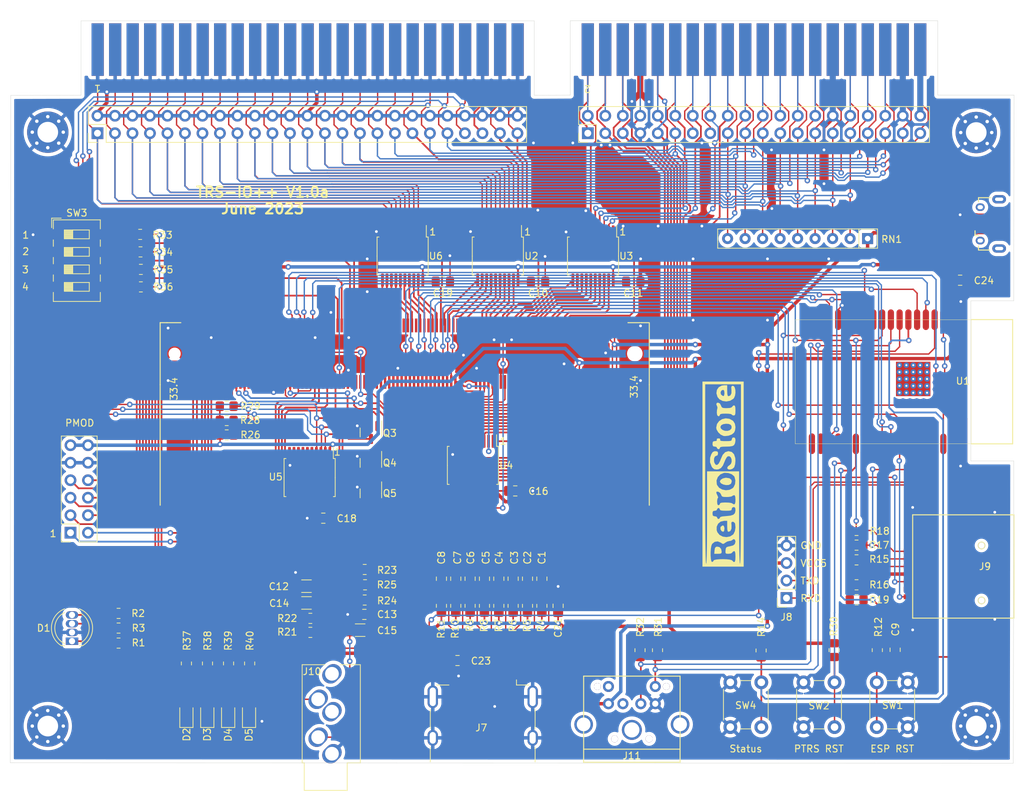
<source format=kicad_pcb>
(kicad_pcb (version 20211014) (generator pcbnew)
  (layers (0 "F.Cu" signal) (31 "B.Cu" signal) (34 "B.Paste" user) (35 "F.Paste" user) (36 "B.SilkS" user "B.Silkscreen") (37 "F.SilkS" user "F.Silkscreen") (38 "B.Mask" user) (39 "F.Mask" user) (44 "Edge.Cuts" user))
  (net 0 "")
  (net 1 "CASS_IN")
  (net 2 "GND")
  (net 3 "+5V")
  (net 4 "+3V3")
  (net 5 "PS2_DATA")
  (net 6 "PS2_CLK")
  (net 7 "CS_SD")
  (net 8 "MOSI")
  (net 9 "SCK")
  (net 10 "CASS_OUT")
  (net 11 "STATUS")
  (net 12 "TXD0")
  (net 13 "RXD0")
  (net 25 "_A0")
  (net 26 "_A1")
  (net 27 "_A2")
  (net 28 "_A3")
  (net 29 "ESP_RESET")
  (net 30 "_A4")
  (net 31 "_A5")
  (net 32 "CS_FPGA")
  (net 33 "_A6")
  (net 34 "_A7")
  (net 35 "_A8")
  (net 36 "ESP_S0")
  (net 37 "_A9")
  (net 38 "ESP_S1")
  (net 39 "_A10")
  (net 40 "ESP_S2")
  (net 41 "_A11")
  (net 42 "ESP_S3")
  (net 44 "_A12")
  (net 47 "REQ")
  (net 50 "_A13")
  (net 51 "_A14")
  (net 52 "DONE")
  (net 53 "_A15")
  (net 54 "ABUS_EN")
  (net 55 "ABUS_DIR")
  (net 56 "_D0")
  (net 57 "_D1")
  (net 58 "_D2")
  (net 59 "_D3")
  (net 60 "_D4")
  (net 61 "_D5")
  (net 62 "_D6")
  (net 63 "_D7")
  (net 64 "DBUS_EN")
  (net 65 "DBUS_DIR")
  (net 66 "_RAS_N")
  (net 67 "_OUT_N")
  (net 68 "_IN_N")
  (net 69 "_RD_N")
  (net 70 "_WR_N")
  (net 71 "_IOREQ_N")
  (net 72 "_M1_N")
  (net 73 "_RESET_N")
  (net 74 "CTRL_DIR")
  (net 75 "CTRL_EN")
  (net 78 "CTRL1_EN")
  (net 81 "EXTIOSEL_IN_N")
  (net 82 "WAIT_IN_N")
  (net 83 "INT_IN_N")
  (net 84 "CONF_1")
  (net 85 "CONF_2")
  (net 86 "CONF_3")
  (net 87 "CONF_4")
  (net 140 "D0")
  (net 141 "D1")
  (net 142 "D2")
  (net 143 "D3")
  (net 144 "D4")
  (net 145 "D5")
  (net 146 "D6")
  (net 147 "D7")
  (net 148 "A0")
  (net 149 "A1")
  (net 150 "A2")
  (net 151 "A3")
  (net 152 "A4")
  (net 153 "A5")
  (net 154 "A6")
  (net 155 "A7")
  (net 156 "IN_N")
  (net 157 "OUT_N")
  (net 158 "RESET_N")
  (net 159 "EXTIOSEL_N")
  (net 160 "NC_45")
  (net 161 "M1_N")
  (net 162 "IOREQ_N")
  (net 163 "SYSRES_N")
  (net 164 "RAS_N")
  (net 165 "A10")
  (net 166 "CAS_N")
  (net 167 "A13")
  (net 168 "A12")
  (net 169 "A15")
  (net 170 "A14")
  (net 171 "A11")
  (net 172 "A8")
  (net 173 "INTACK_N")
  (net 174 "WR_N")
  (net 175 "MUX")
  (net 176 "RD_N")
  (net 177 "A9")
  (net 178 "INT_N")
  (net 179 "TEST_N")
  (net 180 "WAIT_N")
  (net 181 "5V")
  (net 182 "MISO")
  (net 183 "INT")
  (net 184 "WAIT")
  (net 185 "EXTIOSEL")
  (net 186 "LED_RED")
  (net 187 "LED_GREEN")
  (net 188 "LED_BLUE")
  (net 189 "ID0")
  (net 190 "ABUS_DIR_N")
  (net 193 "Net-(J9-Pad1)")
  (net 194 "Net-(J9-Pad8)")
  (net 195 "CD_SD")
  (net 200 "HDMI_TX2_P")
  (net 201 "/D2+")
  (net 202 "HDMI_TX2_N")
  (net 203 "/D2-")
  (net 204 "HDMI_TX1_P")
  (net 205 "/D1+")
  (net 206 "HDMI_TX1_N")
  (net 207 "/D1-")
  (net 208 "HDMI_TX0_P")
  (net 209 "/D0+")
  (net 210 "HDMI_TX0_N")
  (net 211 "/D0-")
  (net 212 "HDMI_TXC_P")
  (net 213 "/CK+")
  (net 214 "HDMI_TXC_N")
  (net 215 "/CK-")
  (net 216 "Net-(C13-Pad1)")
  (net 217 "Net-(C14-Pad1)")
  (net 218 "Net-(C15-Pad1)")
  (net 219 "LED1")
  (net 220 "LED2")
  (net 221 "LED3")
  (net 222 "LED4")
  (net 229 "JTAG_TDO")
  (net 230 "Net-(D1-Pad1)")
  (net 231 "Net-(D1-Pad3)")
  (net 232 "Net-(D1-Pad4)")
  (net 233 "JTAG_TMS")
  (net 234 "JTAG_TCK")
  (net 235 "JTAG_TDI")
  (net 236 "Net-(D2-Pad2)")
  (net 237 "Net-(D3-Pad2)")
  (net 238 "Net-(D4-Pad2)")
  (net 239 "Net-(D5-Pad2)")
  (net 240 "PMOD_IO1")
  (net 241 "PMOD_IO2")
  (net 242 "PMOD_IO3")
  (net 243 "PMOD_IO4")
  (net 244 "PMOD_IO5")
  (net 245 "PMOD_IO6")
  (net 246 "PMOD_IO7")
  (net 247 "PMOD_IO8")
  (footprint "Button_Switch_THT:SW_PUSH_6mm" (layer "F.Cu") (at 165.1 141.6292 90)
    (fp_text reference "SW4")
    (fp_text value "TRS_IO_STATUS")
  )
  (footprint "Resistor_SMD:R_0805_2012Metric_Pad1.20x1.40mm_HandSolder" (layer "F.Cu") (at 79.4355 70.104 180)
    (fp_text reference "R33")
    (fp_text value "4K7")
  )
  (footprint "Resistor_SMD:R_0805_2012Metric_Pad1.20x1.40mm_HandSolder" (layer "F.Cu") (at 92.269032 132.3848 -90)
    (fp_text reference "R39")
    (fp_text value "100")
  )
  (footprint "Capacitor_SMD:C_1206_3216Metric_Pad1.33x1.80mm_HandSolder" (layer "F.Cu") (at 111.368799 127.551799)
    (fp_text reference "C15")
    (fp_text value "10U")
  )
  (footprint "Resistor_SMD:R_0805_2012Metric_Pad1.20x1.40mm_HandSolder" (layer "F.Cu") (at 129.413 124.0238 90)
    (fp_text reference "R8")
    (fp_text value "50")
  )
  (footprint "Resistor_SMD:R_0805_2012Metric_Pad1.20x1.40mm_HandSolder" (layer "F.Cu") (at 95.3301 132.3848 -90)
    (fp_text reference "R40")
    (fp_text value "100")
  )
  (footprint "Button_Switch_SMD:SW_DIP_SPSTx04_Slide_6.7x11.72mm_W8.61mm_P2.54mm_LowProfile" (layer "F.Cu") (at 70.2407 73.914)
    (fp_text reference "SW3")
    (fp_text value "SW_DIP_x04")
  )
  (footprint "Resistor_SMD:R_0805_2012Metric_Pad1.20x1.40mm_HandSolder" (layer "F.Cu") (at 91.9988 95.0468)
    (fp_text reference "R29")
    (fp_text value "4K7")
  )
  (footprint "LED_SMD:LED_0805_2012Metric_Pad1.15x1.40mm_HandSolder" (layer "F.Cu") (at 89.177666 139.8176 90)
    (fp_text reference "D3")
    (fp_text value "LED")
  )
  (footprint "Capacitor_SMD:C_0805_2012Metric_Pad1.18x1.45mm_HandSolder" (layer "F.Cu") (at 133.88235 107.3404 180)
    (fp_text reference "C16")
    (fp_text value "0.1uF")
  )
  (footprint "Resistor_SMD:R_0805_2012Metric_Pad1.20x1.40mm_HandSolder" (layer "F.Cu") (at 125.2474 124.0238 90)
    (fp_text reference "R10")
    (fp_text value "50")
  )
  (footprint "Resistor_SMD:R_0805_2012Metric_Pad1.20x1.40mm_HandSolder" (layer "F.Cu") (at 79.5371 75.184 180)
    (fp_text reference "R35")
    (fp_text value "4K7")
  )
  (footprint "LED_SMD:LED_0805_2012Metric_Pad1.15x1.40mm_HandSolder" (layer "F.Cu") (at 86.1466 139.8176 90)
    (fp_text reference "D2")
    (fp_text value "LED")
  )
  (footprint "Resistor_SMD:R_0805_2012Metric_Pad1.20x1.40mm_HandSolder" (layer "F.Cu") (at 131.4958 124.0238 90)
    (fp_text reference "R7")
    (fp_text value "50")
  )
  (footprint "Resistor_SMD:R_0805_2012Metric_Pad1.20x1.40mm_HandSolder" (layer "F.Cu") (at 169.5704 130.5052 -90)
    (fp_text reference "R14")
    (fp_text value "4K7")
  )
  (footprint "MountingHole:MountingHole_3mm_Pad_Via" (layer "F.Cu") (at 200.7967 141.478)
    (fp_text reference "H3" hide)
    (fp_text value "MountingHole_Pad")
  )
  (footprint "Resistor_SMD:R_0805_2012Metric_Pad1.20x1.40mm_HandSolder" (layer "F.Cu") (at 183.4231 120.9675)
    (fp_text reference "R16")
    (fp_text value "10K")
  )
  (footprint "Capacitor_SMD:C_1206_3216Metric_Pad1.33x1.80mm_HandSolder" (layer "F.Cu") (at 103.579399 121.167999 180)
    (fp_text reference "C12")
    (fp_text value "1U")
  )
  (footprint "Capacitor_SMD:C_0805_2012Metric_Pad1.18x1.45mm_HandSolder" (layer "F.Cu") (at 127.3302 120.0868 -90)
    (fp_text reference "C6")
    (fp_text value "100n")
  )
  (footprint "Resistor_SMD:R_0805_2012Metric_Pad1.20x1.40mm_HandSolder" (layer "F.Cu") (at 79.4863 72.644 180)
    (fp_text reference "R34")
    (fp_text value "4K7")
  )
  (footprint "Resistor_SMD:R_0805_2012Metric_Pad1.20x1.40mm_HandSolder" (layer "F.Cu") (at 76.3016 125.1204 180)
    (fp_text reference "R2")
    (fp_text value "100")
  )
  (footprint "Capacitor_SMD:C_0805_2012Metric_Pad1.18x1.45mm_HandSolder" (layer "F.Cu") (at 131.4958 120.0868 -90)
    (fp_text reference "C4")
    (fp_text value "100n")
  )
  (footprint "Resistor_SMD:R_0805_2012Metric_Pad1.20x1.40mm_HandSolder" (layer "F.Cu") (at 154.5336 130.4624 90)
    (fp_text reference "R31")
    (fp_text value "2K")
  )
  (footprint "Capacitor_SMD:C_0805_2012Metric_Pad1.18x1.45mm_HandSolder" (layer "F.Cu") (at 133.5786 120.0868 -90)
    (fp_text reference "C3")
    (fp_text value "100n")
  )
  (footprint "Capacitor_SMD:C_0805_2012Metric_Pad1.18x1.45mm_HandSolder" (layer "F.Cu") (at 125.2474 120.0868 -90)
    (fp_text reference "C7")
    (fp_text value "100n")
  )
  (footprint "MountingHole:MountingHole_3mm_Pad_Via" (layer "F.Cu") (at 200.7967 55.3212)
    (fp_text reference "H2" hide)
    (fp_text value "MountingHole_Pad")
  )
  (footprint "Capacitor_SMD:C_0805_2012Metric_Pad1.18x1.45mm_HandSolder" (layer "F.Cu") (at 137.7442 120.0868 -90)
    (fp_text reference "C1")
    (fp_text value "100n")
  )
  (footprint "Button_Switch_THT:SW_PUSH_6mm" (layer "F.Cu") (at 175.72735 141.6292 90)
    (fp_text reference "SW2")
    (fp_text value "PTRS_RESET")
  )
  (footprint "Connector_PinHeader_2.54mm:PinHeader_2x20_P2.54mm_Vertical" (layer "F.Cu") (at 144.4137 55.4228 90)
    (fp_text reference "J2" hide)
    (fp_text value "TRS-80 M1 Pin Connector")
  )
  (footprint "PocketTRS_Connectors:Jack_3.5mm_CUI_SJ1-3535NG_Horizontal_CircularHoles" (layer "F.Cu") (at 107.273899 145.491199 180)
    (fp_text reference "J10")
    (fp_text value "AudioJack3")
  )
  (footprint "Capacitor_SMD:C_0805_2012Metric_Pad1.18x1.45mm_HandSolder" (layer "F.Cu") (at 123.3775 76.962 180)
    (fp_text reference "C19")
    (fp_text value "0.1uF")
  )
  (footprint "Capacitor_SMD:C_0805_2012Metric_Pad1.18x1.45mm_HandSolder" (layer "F.Cu") (at 123.1646 120.0868 -90)
    (fp_text reference "C8")
    (fp_text value "100n")
  )
  (footprint "Capacitor_SMD:C_0805_2012Metric_Pad1.18x1.45mm_HandSolder" (layer "F.Cu") (at 125.5014 131.9613)
    (fp_text reference "C23")
    (fp_text value "100n")
  )
  (footprint "Package_TO_SOT_SMD:SOT-23" (layer "F.Cu") (at 112.9284 98.8568 -90)
    (fp_text reference "Q3")
    (fp_text value "2N7002")
  )
  (footprint "trs-io-m1:HDMI_A_Molex_208658-1001_Horizontal" (layer "F.Cu") (at 129.159 139.7536 -90)
    (fp_text reference "J7")
    (fp_text value "HDMI_A")
  )
  (footprint "PocketTRS_Connectors:TFP09-2-12B" (layer "F.Cu") (at 201.57 118.3132 90)
    (fp_text reference "J9")
    (fp_text value "SD_Card")
  )
  (footprint "Capacitor_SMD:C_0805_2012Metric_Pad1.18x1.45mm_HandSolder" (layer "F.Cu") (at 189.0268 130.4036 -90)
    (fp_text reference "C9")
    (fp_text value "100n")
  )
  (footprint "Resistor_SMD:R_0805_2012Metric_Pad1.20x1.40mm_HandSolder" (layer "F.Cu") (at 79.5371 77.724 180)
    (fp_text reference "R36")
    (fp_text value "4K7")
  )
  (footprint "Connector_PinSocket_2.54mm:PinSocket_1x04_P2.54mm_Vertical" (layer "F.Cu") (at 173.255166 122.8926 180)
    (fp_text reference "J8")
    (fp_text value "Serial Monitor")
  )
  (footprint "Resistor_SMD:R_0805_2012Metric_Pad1.20x1.40mm_HandSolder" (layer "F.Cu") (at 183.4231 115.2144)
    (fp_text reference "R17")
    (fp_text value "10K")
  )
  (footprint "Resistor_SMD:R_0805_2012Metric_Pad1.20x1.40mm_HandSolder" (layer "F.Cu") (at 91.9988 99.2124)
    (fp_text reference "R26")
    (fp_text value "4K7")
  )
  (footprint "Package_TO_SOT_SMD:SOT-23" (layer "F.Cu") (at 112.9284 103.2764 -90)
    (fp_text reference "Q4")
    (fp_text value "2N7002")
  )
  (footprint "Button_Switch_THT:SW_PUSH_6mm" (layer "F.Cu") (at 186.3547 141.6292 90)
    (fp_text reference "SW1")
    (fp_text value "ESP_RESET")
  )
  (footprint "LOGO" (layer "F.Cu") (at 163.9824 104.902 90)
    (fp_text reference "G1" hide)
    (fp_text value "LOGO" hide)
  )
  (footprint "Resistor_SMD:R_0805_2012Metric_Pad1.20x1.40mm_HandSolder" (layer "F.Cu") (at 151.9936 130.4624 90)
    (fp_text reference "R32")
    (fp_text value "2K")
  )
  (footprint "Connector_PinSocket_2.54mm:PinSocket_2x06_P2.54mm_Vertical" (layer "F.Cu") (at 69.322 113.4114 180)
    (fp_text reference "J5" hide)
    (fp_text value "Conn_02x06_Odd_Even")
  )
  (footprint "Resistor_SMD:R_0805_2012Metric_Pad1.20x1.40mm_HandSolder" (layer "F.Cu") (at 183.4231 113.0808)
    (fp_text reference "R18")
    (fp_text value "10K")
  )
  (footprint "Resistor_SMD:R_0805_2012Metric_Pad1.20x1.40mm_HandSolder" (layer "F.Cu") (at 183.4388 123.1392)
    (fp_text reference "R19")
    (fp_text value "10K")
  )
  (footprint "Resistor_SMD:R_0805_2012Metric_Pad1.20x1.40mm_HandSolder" (layer "F.Cu") (at 76.3016 129.4384 180)
    (fp_text reference "R1")
    (fp_text value "100")
  )
  (footprint "trs-io-m3:SSOP-20_5.3x7.2mm_P0.65mm_slim" (layer "F.Cu") (at 145.1707 73.2536 -90)
    (fp_text reference "U3")
    (fp_text value "74LVC245")
  )
  (footprint "LED_SMD:LED_0805_2012Metric_Pad1.15x1.40mm_HandSolder" (layer "F.Cu") (at 92.208732 139.8176 90)
    (fp_text reference "D4")
    (fp_text value "LED")
  )
  (footprint "trs-io-m3:SSOP-20_5.3x7.2mm_P0.65mm_slim" (layer "F.Cu") (at 127.73555 103.632 -90)
    (fp_text reference "U4")
    (fp_text value "74LVC245")
  )
  (footprint "esp32-wrover:ESP32-WROVER" (layer "F.Cu") (at 199.4759 91.4908 -90)
    (fp_text reference "U1")
    (fp_text value "ESP32-WROVER-B" hide)
  )
  (footprint "Capacitor_SMD:C_0805_2012Metric_Pad1.18x1.45mm_HandSolder" (layer "F.Cu") (at 140.1064 124.0238 90)
    (fp_text reference "C21")
    (fp_text value "100n")
  )
  (footprint "Resistor_SMD:R_0805_2012Metric_Pad1.20x1.40mm_HandSolder" (layer "F.Cu") (at 180.1719 130.4544 -90)
    (fp_text reference "R30")
    (fp_text value "4K7")
  )
  (footprint "MountingHole:MountingHole_3mm_Pad_Via" (layer "F.Cu") (at 66.0243 55.2704)
    (fp_text reference "H1" hide)
    (fp_text value "MountingHole_Pad")
  )
  (footprint "Resistor_SMD:R_0805_2012Metric_Pad1.20x1.40mm_HandSolder" (layer "F.Cu") (at 112.029199 123.182999 180)
    (fp_text reference "R24")
    (fp_text value "300R")
  )
  (footprint "Package_TO_SOT_SMD:SOT-23" (layer "F.Cu") (at 112.9284 107.696 -90)
    (fp_text reference "Q5")
    (fp_text value "2N7002")
  )
  (footprint "Capacitor_SMD:C_0805_2012Metric_Pad1.18x1.45mm_HandSolder" (layer "F.Cu") (at 129.413 120.0868 -90)
    (fp_text reference "C5")
    (fp_text value "100n")
  )
  (footprint "Resistor_SMD:R_0805_2012Metric_Pad1.20x1.40mm_HandSolder" (layer "F.Cu") (at 186.436 130.4544 -90)
    (fp_text reference "R12")
    (fp_text value "10K")
  )
  (footprint "Resistor_SMD:R_0805_2012Metric_Pad1.20x1.40mm_HandSolder" (layer "F.Cu") (at 104.14 125.841599 180)
    (fp_text reference "R22")
    (fp_text value "4K7")
  )
  (footprint "PocketTRS_Connectors:USBmicro-B" (layer "F.Cu") (at 204.124 68.58 90)
    (fp_text reference "J12")
    (fp_text value "USB_B_Micro")
  )
  (footprint "Capacitor_SMD:C_0805_2012Metric_Pad1.18x1.45mm_HandSolder" (layer "F.Cu") (at 151.0127 76.962 180)
    (fp_text reference "C11")
    (fp_text value "0.1uF")
  )
  (footprint "Resistor_SMD:R_0805_2012Metric_Pad1.20x1.40mm_HandSolder" (layer "F.Cu") (at 112.0775 120.9675)
    (fp_text reference "R25")
    (fp_text value "300R")
  )
  (footprint "Resistor_SMD:R_0805_2012Metric_Pad1.20x1.40mm_HandSolder" (layer "F.Cu") (at 91.9988 97.1296)
    (fp_text reference "R28")
    (fp_text value "4K7")
  )
  (footprint "Resistor_THT:R_Array_SIP9" (layer "F.Cu") (at 185.0286 70.7136 180)
    (fp_text reference "RN1")
    (fp_text value "47K")
  )
  (footprint "Resistor_SMD:R_0805_2012Metric_Pad1.20x1.40mm_HandSolder" (layer "F.Cu") (at 112.029199 118.745 180)
    (fp_text reference "R23")
    (fp_text value "270R")
  )
  (footprint "Resistor_SMD:R_0805_2012Metric_Pad1.20x1.40mm_HandSolder" (layer "F.Cu") (at 137.7442 124.0238 90)
    (fp_text reference "R4")
    (fp_text value "50")
  )
  (footprint "Capacitor_SMD:C_0805_2012Metric_Pad1.18x1.45mm_HandSolder" (layer "F.Cu") (at 198.4599 76.7588 180)
    (fp_text reference "C24")
    (fp_text value "100n")
  )
  (footprint "Resistor_SMD:R_0805_2012Metric_Pad1.20x1.40mm_HandSolder" (layer "F.Cu") (at 89.207966 132.3848 -90)
    (fp_text reference "R38")
    (fp_text value "100")
  )
  (footprint "trs-io-m1:TRSEDGE" (layer "F.Cu") (at 168.4117 41.5036 180)
    (fp_text reference "J4" hide)
    (fp_text value "TRS-80 M1 Edge Connector")
  )
  (footprint "PocketTRS_Connectors:EDGE50" (layer "F.Cu") (at 111.9983 43.2816 180)
    (fp_text reference "J3" hide)
    (fp_text value "TRS-80 M3 Edge Connector")
  )
  (footprint "trs-io-m3:SSOP-20_5.3x7.2mm_P0.65mm_slim" (layer "F.Cu") (at 131.3531 73.2536 -90)
    (fp_text reference "U2")
    (fp_text value "74LVC245")
  )
  (footprint "Capacitor_SMD:C_0805_2012Metric_Pad1.18x1.45mm_HandSolder" (layer "F.Cu") (at 135.6614 120.0868 -90)
    (fp_text reference "C2")
    (fp_text value "100n")
  )
  (footprint "LED_THT:LED_D5.0mm-4_RGB" (layer "F.Cu") (at 69.5432 129.156 90)
    (fp_text reference "D1")
    (fp_text value "LED_RKBG")
  )
  (footprint "PocketTRS_Connectors:minidin_6_ps2_pcb_mount" (layer "F.Cu") (at 150.8095 140.4827 180)
    (fp_text reference "J11")
    (fp_text value "Mini-DIN-6" hide)
  )
  (footprint "Tang20K:DDR3_socket" (layer "F.Cu") (at 117.8403 87.4229 -90)
    (fp_text reference "Conn1" hide)
    (fp_text value "Conn_DDR3_Socket")
  )
  (footprint "Resistor_SMD:R_0805_2012Metric_Pad1.20x1.40mm_HandSolder" (layer "F.Cu") (at 86.1469 132.3848 -90)
    (fp_text reference "R37")
    (fp_text value "100")
  )
  (footprint "Resistor_SMD:R_0805_2012Metric_Pad1.20x1.40mm_HandSolder" (layer "F.Cu") (at 135.6614 124.0238 90)
    (fp_text reference "R5")
    (fp_text value "50")
  )
  (footprint "Resistor_SMD:R_0805_2012Metric_Pad1.20x1.40mm_HandSolder" (layer "F.Cu") (at 76.3016 127.254 180)
    (fp_text reference "R3")
    (fp_text value "100")
  )
  (footprint "Connector_PinHeader_2.54mm:PinHeader_2x25_P2.54mm_Vertical" (layer "F.Cu") (at 73.2379 55.4228 90)
    (fp_text reference "J1" hide)
    (fp_text value "TRS-80 M3 Pin Header")
  )
  (footprint "LED_SMD:LED_0805_2012Metric_Pad1.15x1.40mm_HandSolder" (layer "F.Cu") (at 95.2398 139.8176 90)
    (fp_text reference "D5")
    (fp_text value "LED")
  )
  (footprint "Resistor_SMD:R_0805_2012Metric_Pad1.20x1.40mm_HandSolder" (layer "F.Cu") (at 123.1646 124.0238 90)
    (fp_text reference "R11")
    (fp_text value "50")
  )
  (footprint "Resistor_SMD:R_0805_2012Metric_Pad1.20x1.40mm_HandSolder" (layer "F.Cu") (at 127.3302 124.0238 90)
    (fp_text reference "R9")
    (fp_text value "50")
  )
  (footprint "Capacitor_SMD:C_0805_2012Metric_Pad1.18x1.45mm_HandSolder" (layer "F.Cu") (at 106.0196 111.3028 180)
    (fp_text reference "C18")
    (fp_text value "0.1uF")
  )
  (footprint "trs-io-m3:SSOP-20_5.3x7.2mm_P0.65mm_slim" (layer "F.Cu") (at 104.0384 105.41 -90)
    (fp_text reference "U5")
    (fp_text value "74LVC245")
  )
  (footprint "MountingHole:MountingHole_3mm_Pad_Via" (layer "F.Cu") (at 66.0243 141.478)
    (fp_text reference "H4" hide)
    (fp_text value "MountingHole_Pad")
  )
  (footprint "Capacitor_SMD:C_0805_2012Metric_Pad1.18x1.45mm_HandSolder" (layer "F.Cu") (at 137.1951 76.962 180)
    (fp_text reference "C10")
    (fp_text value "0.1uF")
  )
  (footprint "Resistor_SMD:R_0805_2012Metric_Pad1.20x1.40mm_HandSolder" (layer "F.Cu") (at 183.4231 117.348)
    (fp_text reference "R15")
    (fp_text value "10K")
  )
  (footprint "Resistor_SMD:R_0805_2012Metric_Pad1.20x1.40mm_HandSolder" (layer "F.Cu") (at 133.5786 124.0238 90)
    (fp_text reference "R6")
    (fp_text value "50")
  )
  (footprint "Resistor_SMD:R_0805_2012Metric_Pad1.20x1.40mm_HandSolder" (layer "F.Cu") (at 104.14 127.873599)
    (fp_text reference "R21")
    (fp_text value "4K7")
  )
  (footprint "trs-io-m3:SSOP-20_5.3x7.2mm_P0.65mm_slim" (layer "F.Cu") (at 117.5355 73.2536 -90)
    (fp_text reference "U6")
    (fp_text value "74LVC245")
  )
  (footprint "Capacitor_SMD:C_0805_2012Metric_Pad1.18x1.45mm_HandSolder" (layer "F.Cu") (at 111.978399 125.265799 180)
    (fp_text reference "C13")
    (fp_text value "100N")
  )
  (footprint "Capacitor_SMD:C_1206_3216Metric_Pad1.33x1.80mm_HandSolder" (layer "F.Cu") (at 103.579399 123.606399)
    (fp_text reference "C14")
    (fp_text value "10U")
  )
  (gr_line (start 206.245 102.997) (end 206.1815 146.862799) (layer "Edge.Cuts") (width 0.05))
  (gr_line (start 195.2087 39.0906) (end 141.8687 39.0906) (layer "Edge.Cuts") (width 0.05))
  (gr_line (start 141.8687 49.8856) (end 141.8687 39.0906) (layer "Edge.Cuts") (width 0.05))
  (gr_line (start 136.6363 49.911) (end 136.6363 39.116) (layer "Edge.Cuts") (width 0.05))
  (gr_circle (center 201.5587 123.2408) (end 202.0159 123.0884) (layer "Edge.Cuts") (width 0.05) (fill none))
  (gr_line (start 200.022 102.997) (end 206.245 102.997) (layer "Edge.Cuts") (width 0.05))
  (gr_line (start 60.5887 146.812) (end 60.6395 49.9364) (layer "Edge.Cuts") (width 0.05))
  (gr_line (start 200.022 102.997) (end 200.022 79.756) (layer "Edge.Cuts") (width 0.05))
  (gr_line (start 141.8687 49.8856) (end 136.6363 49.911) (layer "Edge.Cuts") (width 0.05))
  (gr_circle (center 201.5587 115.2652) (end 201.9651 115.0112) (layer "Edge.Cuts") (width 0.05) (fill none))
  (gr_line (start 195.2087 49.8856) (end 195.2087 39.0906) (layer "Edge.Cuts") (width 0.05))
  (gr_line (start 206.245 79.756) (end 206.2831 49.8856) (layer "Edge.Cuts") (width 0.05))
  (gr_line (start 60.6395 49.9364) (end 70.8503 49.911) (layer "Edge.Cuts") (width 0.05))
  (gr_line (start 70.8503 49.911) (end 70.8503 39.116) (layer "Edge.Cuts") (width 0.05))
  (gr_line (start 136.6363 39.116) (end 70.8503 39.116) (layer "Edge.Cuts") (width 0.05))
  (gr_line (start 200.022 79.756) (end 206.245 79.756) (layer "Edge.Cuts") (width 0.05))
  (gr_line (start 206.2831 49.8856) (end 195.2087 49.8856) (layer "Edge.Cuts") (width 0.05))
  (gr_line (start 206.1815 146.862799) (end 60.5887 146.812) (layer "Edge.Cuts") (width 0.05))
  (gr_text "1" (at 149.4887 69.7484) (layer "F.SilkS") (effects (font (size 1 1))))
  (gr_text "2" (at 62.8239 72.5932) (layer "F.SilkS") (effects (font (size 1 1))))
  (gr_text "1" (at 66.802 113.538) (layer "F.SilkS") (effects (font (size 1 1))))
  (gr_text "ESP RST" (at 188.6047 144.78) (layer "F.SilkS") (effects (font (size 1 1))))
  (gr_text "4" (at 62.7731 77.724) (layer "F.SilkS") (effects (font (size 1 1))))
  (gr_text "TRS-IO++ V1.0a\nJune 2023" (at 97.2155 65.1764) (layer "F.SilkS") (effects (font (size 1.5 1.5) (thickness 0.3))))
  (gr_text "3" (at 62.7731 75.2348) (layer "F.SilkS") (effects (font (size 1 1))))
  (gr_text "GND" (at 178.438338 115.2652) (layer "F.SilkS") (effects (font (size 1 1)) (justify right)))
  (gr_text "2" (at 144.3579 48.971199 180) (layer "F.SilkS") (effects (font (size 1 1))))
  (gr_text "Status" (at 167.35 144.78) (layer "F.SilkS") (effects (font (size 1 1))))
  (gr_text "1" (at 121.9043 69.7484) (layer "F.SilkS") (effects (font (size 1 1))))
  (gr_text "VCC5" (at 179.200243 117.856) (layer "F.SilkS") (effects (font (size 1 1)) (justify right)))
  (gr_text "RXD" (at 178.3431 122.936) (layer "F.SilkS") (effects (font (size 1 1)) (justify right)))
  (gr_text "1" (at 135.6711 69.7484) (layer "F.SilkS") (effects (font (size 1 1))))
  (gr_text "1" (at 132.10435 100.1268) (layer "F.SilkS") (effects (font (size 1 1))))
  (gr_text "PMOD" (at 70.6628 97.4852) (layer "F.SilkS") (effects (font (size 1 1))))
  (gr_text "PTRS RST" (at 177.9524 144.78) (layer "F.SilkS") (effects (font (size 1 1))))
  (gr_text "TXD" (at 178.105005 120.396) (layer "F.SilkS") (effects (font (size 1 1)) (justify right)))
  (gr_text "1" (at 62.8239 70.2056) (layer "F.SilkS") (effects (font (size 1 1))))
  (gr_text "1" (at 73.2379 48.9204 180) (layer "F.SilkS") (effects (font (size 1 1))))
  (gr_text "1" (at 108.0516 101.7016) (layer "F.SilkS") (effects (font (size 1 1))))
  (segment (start 169.2275 87.28831) (end 169.41039 87.4712) (width 0.2) (layer "F.Cu") (net 1))
  (segment (start 121.3896 126.3606) (end 121.3896 129.5356) (width 0.2) (layer "F.Cu") (net 1))
  (segment (start 121.7071 126.0431) (end 121.3896 126.3606) (width 0.2) (layer "F.Cu") (net 1))
  (segment (start 106.0494 130.1706) (end 106.045 130.175) (width 0.2) (layer "F.Cu") (net 1))
  (segment (start 120.7546 130.1706) (end 106.0494 130.1706) (width 0.2) (layer "F.Cu") (net 1))
  (segment (start 105.14 129.27) (end 105.14 127.873599) (width 0.2) (layer "F.Cu") (net 1))
  (segment (start 106.045 130.175) (end 105.14 129.27) (width 0.2) (layer "F.Cu") (net 1))
  (segment (start 105.141899 121.167999) (end 105.141899 123.606399) (width 0.2) (layer "F.Cu") (net 1))
  (segment (start 105.141899 123.606399) (end 105.141899 125.73) (width 0.2) (layer "F.Cu") (net 1))
  (segment (start 169.41039 87.4712) (end 193.8943 87.4712) (width 0.2) (layer "F.Cu") (net 1))
  (segment (start 169.2148 125.4252) (end 169.2275 125.4125) (width 0.2) (layer "F.Cu") (net 1))
  (segment (start 193.8943 87.4712) (end 194.7559 86.6096) (width 0.2) (layer "F.Cu") (net 1))
  (segment (start 121.3896 129.5356) (end 120.7546 130.1706) (width 0.2) (layer "F.Cu") (net 1))
  (segment (start 194.7559 86.6096) (end 194.7559 82.4908) (width 0.2) (layer "F.Cu") (net 1))
  (segment (start 105.14 125.841599) (end 105.14 127.873599) (width 0.2) (layer "F.Cu") (net 1))
  (segment (start 169.2275 125.4125) (end 169.2275 89.1413) (width 0.2) (layer "F.Cu") (net 1))
  (via (at 169.2275 89.1413) (size 0.8) (drill 0.4) (layers "F.Cu" "B.Cu") (net 1))
  (via (at 121.7071 126.0431) (size 0.8) (drill 0.4) (layers "F.Cu" "B.Cu") (net 1))
  (via (at 169.2275 87.28831) (size 0.8) (drill 0.4) (layers "F.Cu" "B.Cu") (net 1))
  (via (at 169.2148 125.4252) (size 0.8) (drill 0.4) (layers "F.Cu" "B.Cu") (net 1))
  (segment (start 122.3421 125.4081) (end 169.1977 125.4081) (width 0.2) (layer "B.Cu") (net 1))
  (segment (start 169.1977 125.4081) (end 169.2148 125.4252) (width 0.2) (layer "B.Cu") (net 1))
  (segment (start 122.3421 125.4081) (end 121.7071 126.0431) (width 0.2) (layer "B.Cu") (net 1))
  (segment (start 169.2275 89.1413) (end 169.2275 87.28831) (width 0.2) (layer "B.Cu") (net 1))
  (segment (start 96.9903 90.3229) (end 97.0903 90.2229) (width 0.2) (layer "F.Cu") (net 2))
  (segment (start 86.1016 140.8176) (end 89.162666 140.8176) (width 0.2) (layer "F.Cu") (net 2))
  (segment (start 105.9903 90.3229) (end 105.8903 90.2229) (width 0.2) (layer "F.Cu") (net 2))
  (segment (start 102.979399 125.841599) (end 102.979399 121.394399) (width 0.2) (layer "F.Cu") (net 2))
  (segment (start 102.4903 92.8229) (end 104.05 92.8229) (width 0.2) (layer "F.Cu") (net 2))
  (segment (start 101.1134 101.91) (end 101.7634 101.91) (width 0.25) (layer "F.Cu") (net 2))
  (segment (start 97.2903 83.3229) (end 97.2903 84.5229) (width 0.2) (layer "F.Cu") (net 2))
  (segment (start 110.9703 106.7585) (end 110.9472 106.7816) (width 0.25) (layer "F.Cu") (net 2))
  (segment (start 95.2848 140.8176) (end 97.0788 140.8176) (width 0.2) (layer "F.Cu") (net 2))
  (segment (start 136.1184 84.6229) (end 135.3618 84.6229) (width 0.2) (layer "F.Cu") (net 2))
  (segment (start 65.9357 70.104) (end 63.9415 70.104) (width 0.2) (layer "F.Cu") (net 2))
  (segment (start 189.0561 129.3368) (end 190.9572 129.3368) (width 0.25) (layer "F.Cu") (net 2))
  (segment (start 96.8903 90.2229) (end 96.9903 90.3229) (width 0.2) (layer "F.Cu") (net 2))
  (segment (start 90.9572 84.6229) (end 90.6903 84.356) (width 0.2) (layer "F.Cu") (net 2))
  (segment (start 142.2903 83.3229) (end 142.2903 84.5229) (width 0.2) (layer "F.Cu") (net 2))
  (segment (start 198.5659 82.4908) (end 198.5659 79.862) (width 0.381) (layer "F.Cu") (net 2))
  (segment (start 147.3903 91.5229) (end 147.3903 92.7229) (width 0.2) (layer "F.Cu") (net 2))
  (segment (start 95.4903 84.5229) (end 95.5903 84.6229) (width 0.2) (layer "F.Cu") (net 2))
  (segment (start 97.073 84.6229) (end 97.2903 84.4056) (width 0.2) (layer "F.Cu") (net 2))
  (segment (start 108.9903 90.4856) (end 109.6615 89.8144) (width 0.2) (layer "F.Cu") (net 2))
  (segment (start 145.5903 91.5229) (end 145.5903 92.7229) (width 0.2) (layer "F.Cu") (net 2))
  (segment (start 201.17 110.5632) (end 203.3651 110.5632) (width 0.2) (layer "F.Cu") (net 2))
  (segment (start 130.2639 138.6288) (end 130.8989 138.6288) (width 0.25) (layer "F.Cu") (net 2))
  (segment (start 108.63065 88.7588) (end 108.0247 88.7588) (width 0.2) (layer "F.Cu") (net 2))
  (segment (start 107.1903 91.5229) (end 107.1903 90.3229) (width 0.2) (layer "F.Cu") (net 2))
  (segment (start 103.7179 52.3621) (end 105.0768 51.0032) (width 0.50038) (layer "F.Cu") (net 2))
  (segment (start 128.659 138.6114) (end 128.6764 138.6288) (width 0.25) (layer "F.Cu") (net 2))
  (segment (start 138.3903 90.3229) (end 138.2903 90.2229) (width 0.2) (layer "F.Cu") (net 2))
  (segment (start 124.415 76.962) (end 124.415 73.2243) (width 0.2) (layer "F.Cu") (net 2))
  (segment (start 130.1153 90.2229) (end 129.9903 90.3479) (width 0.2) (layer "F.Cu") (net 2))
  (segment (start 97.3903 84.6229) (end 98.8002 84.6229) (width 0.2) (layer "F.Cu") (net 2))
  (segment (start 100.5903 90.3229) (end 100.5903 91.5229) (width 0.2) (layer "F.Cu") (net 2))
  (segment (start 140.4903 83.3229) (end 140.4903 84.5229) (width 0.2) (layer "F.Cu") (net 2))
  (segment (start 130.8989 138.6288) (end 133.1214 138.6288) (width 0.25) (layer "F.Cu") (net 2))
  (segment (start 134.91985 107.3404) (end 136.42235 107.3404) (width 0.2) (layer "F.Cu") (net 2))
  (segment (start 142.0903 92.8229) (end 143.6653 92.8229) (width 0.2) (layer "F.Cu") (net 2))
  (segment (start 131.6903 90.2229) (end 130.1153 90.2229) (width 0.2) (layer "F.Cu") (net 2))
  (segment (start 88.6903 90.2229) (end 90.1056 90.2229) (width 0.2) (layer "F.Cu") (net 2))
  (segment (start 180.7559 82.4908) (end 180.7559 81.0169) (width 0.2) (layer "F.Cu") (net 2))
  (segment (start 178.6987 54.6638) (end 179.973704 53.388796) (width 0.381) (layer "F.Cu") (net 2))
  (segment (start 100.9903 84.6229) (end 101.8482 84.6229) (width 0.2) (layer "F.Cu") (net 2))
  (segment (start 145.8903 83.3229) (end 145.8903 84.5229) (width 0.2) (layer "F.Cu") (net 2))
  (segment (start 140.1903 90.3229) (end 140.0903 90.2229) (width 0.2) (layer "F.Cu") (net 2))
  (segment (start 89.7479 85.09) (end 89.1383 85.09) (width 0.2) (layer "F.Cu") (net 2))
  (segment (start 129.9903 91.5229) (end 129.9903 90.3229) (width 0.2) (layer "F.Cu") (net 2))
  (segment (start 133.159 138.6288) (end 133.159 136.4686) (width 0.25) (layer "F.Cu") (net 2))
  (segment (start 133.2903 84.3514) (end 133.2903 83.3229) (width 0.2) (layer "F.Cu") (net 2))
  (segment (start 99.0903 84.5229) (end 99.1903 84.6229) (width 0.2) (layer "F.Cu") (net 2))
  (segment (start 95.511 90.2229) (end 95.7903 90.5022) (width 0.2) (layer "F.Cu") (net 2))
  (segment (start 136.8903 83.3229) (end 136.8903 84.5229) (width 0.2) (layer "F.Cu") (net 2))
  (segment (start 198.5659 100.5208) (end 198.5659 103.6941) (width 0.25) (layer "F.Cu") (net 2))
  (segment (start 142.2457 69.7536) (end 141.2643 69.7536) (width 0.2) (layer "F.Cu") (net 2))
  (segment (start 103.7653 84.6229) (end 103.8903 84.4979) (width 0.2) (layer "F.Cu") (net 2))
  (segment (start 111.9784 106.7585) (end 110.9703 106.7585) (width 0.25) (layer "F.Cu") (net 2))
  (segment (start 65.9357 72.644) (end 65.9357 70.104) (width 0.2) (layer "F.Cu") (net 2))
  (segment (start 135.5153 90.2229) (end 135.3903 90.3479) (width 0.2) (layer "F.Cu") (net 2))
  (segment (start 203.3651 110.5632) (end 203.4891 110.4392) (width 0.2) (layer "F.Cu") (net 2))
  (segment (start 192.17 122.0632) (end 191.72 121.6132) (width 0.2) (layer "F.Cu") (net 2))
  (segment (start 92.1764 84.6229) (end 91.8903 84.3368) (width 0.2) (layer "F.Cu") (net 2))
  (segment (start 109.2903 84.668) (end 109.7123 85.09) (width 0.2) (layer "F.Cu") (net 2))
  (segment (start 63.9415 70.104) (end 63.8907 70.1548) (width 0.2) (layer "F.Cu") (net 2))
  (segment (start 149.1903 91.5229) (end 149.1903 92.7229) (width 0.2) (layer "F.Cu") (net 2))
  (segment (start 198.5659 103.6941) (end 198.5264 103.7336) (width 0.25) (layer "F.Cu") (net 2))
  (segment (start 102.4134 101.91) (end 103.0634 101.91) (width 0.25) (layer "F.Cu") (net 2))
  (segment (start 143.6653 92.8229) (end 143.7903 92.6979) (width 0.2) (layer "F.Cu") (net 2))
  (segment (start 147.0903 84.5229) (end 146.9903 84.6229) (width 0.2) (layer "F.Cu") (net 2))
  (segment (start 90.3903 90.3229) (end 90.4903 90.2229) (width 0.2) (layer "F.Cu") (net 2))
  (segment (start 133.4903 90.2229) (end 131.9153 90.2229) (width 0.2) (layer "F.Cu") (net 2))
  (segment (start 104.1903 90.3479) (end 104.1903 91.5229) (width 0.2) (layer "F.Cu") (net 2))
  (segment (start 104.1903 92.6826) (end 104.1903 91.5229) (width 0.2) (layer "F.Cu") (net 2))
  (segment (start 98.8002 84.6229) (end 99.0903 84.3328) (width 0.2) (layer "F.Cu") (net 2))
  (segment (start 171.0787 57.8388) (end 171.0787 66.3037) (width 0.381) (layer "F.Cu") (net 2))
  (segment (start 147.2903 92.8229) (end 145.8424 92.8229) (width 0.2) (layer "F.Cu") (net 2))
  (segment (start 109.6615 89.8144) (end 109.6615 89.78965) (width 0.2) (layer "F.Cu") (net 2))
  (segment (start 145.8903 84.5229) (end 145.7903 84.6229) (width 0.2) (layer "F.Cu") (net 2))
  (segment (start 105.0768 51.0032) (end 105.0768 49.4157) (width 0.50038) (layer "F.Cu") (net 2))
  (segment (start 100.5287 91.5845) (end 100.5287 93.43725) (width 0.2) (layer "F.Cu") (net 2))
  (segment (start 138.5903 84.6229) (end 137.1618 84.6229) (width 0.2) (layer "F.Cu") (net 2))
  (segment (start 126.5389 131.9613) (end 126.5389 133.3241) (width 0.25) (layer "F.Cu") (net 2))
  (segment (start 100.4903 90.2229) (end 100.5903 90.3229) (width 0.2) (layer "F.Cu") (net 2))
  (segment (start 135.2903 90.2229) (end 133.7153 90.2229) (width 0.2) (layer "F.Cu") (net 2))
  (segment (start 141.9903 92.7229) (end 142.0903 92.8229) (width 0.2) (layer "F.Cu") (net 2))
  (segment (start 131.3903 84.6229) (end 129.3818 84.6229) (width 0.2) (layer "F.Cu") (net 2))
  (segment (start 103.8903 84.7544) (end 104.2259 85.09) (width 0.2) (layer "F.Cu") (net 2))
  (segment (start 138.6903 83.3229) (end 138.6903 84.5229) (width 0.2) (layer "F.Cu") (net 2))
  (segment (start 133.5903 90.3229) (end 133.4903 90.2229) (width 0.2) (layer "F.Cu") (net 2))
  (segment (start 141.8903 90.2229) (end 140.4656 90.2229) (width 0.2) (layer "F.Cu") (net 2))
  (segment (start 152.0287 49.5838) (end 150.8125 50.8) (width 0.889) (layer "F.Cu") (net 2))
  (segment (start 146.1768 84.6229) (end 145.8903 84.3364) (width 0.2) (layer "F.Cu") (net 2))
  (segment (start 144.3618 84.6229) (end 144.0903 84.3514) (width 0.2) (layer "F.Cu") (net 2))
  (segment (start 128.1903 90.3479) (end 128.1903 91.5229) (width 0.2) (layer "F.Cu") (net 2))
  (segment (start 90.3903 91.5229) (end 90.3903 90.3229) (width 0.2) (layer "F.Cu") (net 2))
  (segment (start 135.0903 83.3229) (end 135.0903 84.5229) (width 0.2) (layer "F.Cu") (net 2))
  (segment (start 140.1903 91.5229) (end 140.1903 90.3229) (width 0.2) (layer "F.Cu") (net 2))
  (segment (start 74.5968 51.0032) (end 74.5968 49.4157) (width 0.50038) (layer "F.Cu") (net 2))
  (segment (start 153.2987 50.8508) (end 152.0287 49.5808) (width 0.889) (layer "F.Cu") (net 2))
  (segment (start 102.979399 121.394399) (end 102.752999 121.167999) (width 0.2) (layer "F.Cu") (net 2))
  (segment (start 138.6662 90.2229) (end 138.3903 90.4988) (width 0.2) (layer "F.Cu") (net 2))
  (segment (start 140.4903 84.5229) (end 140.3903 84.6229) (width 0.2) (layer "F.Cu") (net 2))
  (segment (start 90.4591 85.09) (end 89.7479 85.09) (width 0.2) (layer "F.Cu") (net 2))
  (segment (start 191.57 111.4632) (end 191.57 109.7375) (width 0.2) (layer "F.Cu") (net 2))
  (segment (start 114.6105 69.7536) (end 113.7815 69.7536) (width 0.2) (layer "F.Cu") (net 2))
  (segment (start 128.7524 84.6229) (end 128.4903 84.3608) (width 0.2) (layer "F.Cu") (net 2))
  (segment (start 105.8903 90.2229) (end 104.3153 90.2229) (width 0.2) (layer "F.Cu") (net 2))
  (segment (start 73.3268 52.2732) (end 74.5968 51.0032) (width 0.50038) (layer "F.Cu") (net 2))
  (segment (start 140.1064 123.0288) (end 140.1064 121.2088) (width 0.25) (layer "F.Cu") (net 2))
  (segment (start 180.7559 81.0169) (end 181.3564 80.4164) (width 0.2) (layer "F.Cu") (net 2))
  (segment (start 90.4903 90.2229) (end 91.9344 90.2229) (width 0.2) (layer "F.Cu") (net 2))
  (segment (start 100.7653 84.6229) (end 100.8903 84.4979) (width 0.2) (layer "F.Cu") (net 2))
  (segment (start 93.9903 91.5229) (end 93.9903 90.3229) (width 0.2) (layer "F.Cu") (net 2))
  (segment (start 152.0287 49.5808) (end 152.0287 49.5838) (width 0.381) (layer "F.Cu") (net 2))
  (segment (start 128.4903 84.3608) (end 128.4903 83.3229) (width 0.2) (layer "F.Cu") (net 2))
  (segment (start 98.5384 90.2229) (end 98.7903 90.4748) (width 0.2) (layer "F.Cu") (net 2))
  (segment (start 141.9903 90.3229) (end 141.8903 90.2229) (width 0.2) (layer "F.Cu") (net 2))
  (segment (start 104.2259 85.09) (end 104.8355 85.09) (width 0.2) (layer "F.Cu") (net 2))
  (segment (start 95.7903 90.3229) (end 95.8903 90.2229) (width 0.2) (layer "F.Cu") (net 2))
  (segment (start 141.9903 91.5229) (end 141.9903 92.7229) (width 0.2) (layer "F.Cu") (net 2))
  (segment (start 140.711 84.6229) (end 140.4903 84.4022) (width 0.2) (layer "F.Cu") (net 2))
  (segment (start 142.2903 84.5229) (end 142.1903 84.6229) (width 0.2) (layer "F.Cu") (net 2))
  (segment (start 149.1903 92.7229) (end 149.0903 92.8229) (width 0.2) (layer "F.Cu") (net 2))
  (segment (start 145.4903 92.8229) (end 144.0136 92.8229) (width 0.2) (layer "F.Cu") (net 2))
  (segment (start 101.1134 101.91) (end 101.1134 103.5601) (width 0.25) (layer "F.Cu") (net 2))
  (segment (start 91.8903 83.3229) (end 91.8903 84.5229) (width 0.2) (layer "F.Cu") (net 2))
  (segment (start 88.5903 91.5229) (end 88.5903 90.3229) (width 0.2) (layer "F.Cu") (net 2))
  (segment (start 102.016899 119.202999) (end 101.9907 119.1768) (width 0.2) (layer "F.Cu") (net 2))
  (segment (start 91.7903 84.6229) (end 90.9572 84.6229) (width 0.2) (layer "F.Cu") (net 2))
  (segment (start 98.7903 91.5229) (end 98.7903 90.3229) (width 0.2) (layer "F.Cu") (net 2))
  (segment (start 107.0903 90.2229) (end 106.5606 90.2229) (width 0.2) (layer "F.Cu") (net 2))
  (segment (start 89.1383 85.09) (end 88.8903 84.842) (width 0.2) (layer "F.Cu") (net 2))
  (segment (start 100.8903 84.5229) (end 100.9903 84.6229) (width 0.2) (layer "F.Cu") (net 2))
  (segment (start 152.0502 73.6923) (end 152.0502 76.962) (width 0.2) (layer "F.Cu") (net 2))
  (segment (start 97.0903 90.2229) (end 98.5384 90.2229) (width 0.2) (layer "F.Cu") (net 2))
  (segment (start 104.9821 111.3028) (end 103.6828 111.3028) (width 0.25) (layer "F.Cu") (net 2))
  (segment (start 90.1056 90.2229) (end 90.3903 90.5076) (width 0.2) (layer "F.Cu") (net 2))
  (segment (start 129.628 90.2229) (end 128.3153 90.2229) (width 0.2) (layer "F.Cu") (net 2))
  (segment (start 90.6903 84.8588) (end 90.4591 85.09) (width 0.2) (layer "F.Cu") (net 2))
  (segment (start 171.0787 66.3037) (end 171.1325 66.3575) (width 0.2) (layer "F.Cu") (net 2))
  (segment (start 138.2903 90.2229) (end 136.1262 90.2229) (width 0.2) (layer "F.Cu") (net 2))
  (segment (start 143.7903 92.6979) (end 143.7903 91.5229) (width 0.2) (layer "F.Cu") (net 2))
  (segment (start 147.0903 83.3229) (end 147.0903 84.5229) (width 0.2) (layer "F.Cu") (net 2))
  (segment (start 91.8903 84.5229) (end 91.7903 84.6229) (width 0.2) (layer "F.Cu") (net 2))
  (segment (start 125.659 134.2144) (end 125.6538 134.2092) (width 0.2) (layer "F.Cu") (net 2))
  (segment (start 107.1903 90.3229) (end 107.0903 90.2229) (width 0.2) (layer "F.Cu") (net 2))
  (segment (start 136.1184 84.6229) (end 136.1184 90.2109) (width 0.2) (layer "F.Cu") (net 2))
  (segment (start 144.0136 92.8229) (end 143.7903 92.5996) (width 0.2) (layer "F.Cu") (net 2))
  (segment (start 129.8903 90.2229) (end 129.628 90.2229) (width 0.2) (layer "F.Cu") (net 2))
  (segment (start 97.0788 140.8176) (end 97.1136 140.7828) (width 0.2) (layer "F.Cu") (net 2))
  (segment (start 136.8903 84.5229) (end 136.7903 84.6229) (width 0.2) (layer "F.Cu") (net 2))
  (segment (start 106.5606 90.2229) (end 106.2558 90.2229) (width 0.2) (layer "F.Cu") (net 2))
  (segment (start 136.1262 90.2229) (end 135.5153 90.2229) (width 0.2) (layer "F.Cu") (net 2))
  (segment (start 95.7903 91.5229) (end 95.7903 90.3229) (width 0.2) (layer "F.Cu") (net 2))
  (segment (start 94.0903 90.2229) (end 95.511 90.2229) (width 0.2) (layer "F.Cu") (net 2))
  (segment (start 131.7903 90.3229) (end 131.6903 90.2229) (width 0.2) (layer "F.Cu") (net 2))
  (segment (start 145.5903 92.7229) (end 145.4903 92.8229) (width 0.2) (layer "F.Cu") (net 2))
  (segment (start 191.57 127.5175) (end 191.57 126.0632) (width 0.25) (layer "F.Cu") (net 2))
  (segment (start 128.3153 90.2229) (end 128.1903 90.3479) (width 0.2) (layer "F.Cu") (net 2))
  (segment (start 191.57 126.0632) (end 192.17 125.4632) (width 0.2) (layer "F.Cu") (net 2))
  (segment (start 124.415 73.2243) (end 124.3935 73.2028) (width 0.2) (layer "F.Cu") (net 2))
  (segment (start 140.4656 90.2229) (end 140.1903 90.4982) (width 0.2) (layer "F.Cu") (net 2))
  (segment (start 192.17 125.4632) (end 192.17 122.0632) (width 0.2) (layer "F.Cu") (net 2))
  (segment (start 141.9903 91.5229) (end 141.9903 90.3229) (width 0.2) (layer "F.Cu") (net 2))
  (segment (start 88.5903 90.3229) (end 88.6903 90.2229) (width 0.2) (layer "F.Cu") (net 2))
  (segment (start 111.9784 97.9193) (end 110.9749 97.9193) (width 0.25) (layer "F.Cu") (net 2))
  (segment (start 90.6903 83.3229) (end 90.6903 84.8588) (width 0.2) (layer "F.Cu") (net 2))
  (segment (start 106.2558 90.2229) (end 105.9903 90.4884) (width 0.2) (layer "F.Cu") (net 2))
  (segment (start 141.2643 69.7536) (end 141.2591 69.7484) (width 0.2) (layer "F.Cu") (net 2))
  (segment (start 134.9903 84.6229) (end 133.5618 84.6229) (width 0.2) (layer "F.Cu") (net 2))
  (segment (start 178.6987 62.7507) (end 178.6987 57.8388) (width 0.381) (layer "F.Cu") (net 2))
  (segment (start 200.8728 67.28) (end 198.4807 67.28) (width 0.50038) (layer "F.Cu") (net 2))
  (segment (start 128.6764 138.6288) (end 130.2639 138.6288) (width 0.25) (layer "F.Cu") (net 2))
  (segment (start 131.659 136.4686) (end 131.659 138.6288) (width 0.25) (layer "F.Cu") (net 2))
  (segment (start 99.1903 84.6229) (end 100.7653 84.6229) (width 0.2) (layer "F.Cu") (net 2))
  (segment (start 136.1184 90.2109) (end 136.1262 90.2187) (width 0.2) (layer "F.Cu") (net 2))
  (segment (start 103.8903 83.3229) (end 103.8903 84.7544) (width 0.2) (layer "F.Cu") (net 2))
  (segment (start 201.17 126.0632) (end 203.4099 126.0632) (width 0.2) (layer "F.Cu") (net 2))
  (segment (start 144.0903 84.5229) (end 143.9903 84.6229) (width 0.2) (layer "F.Cu") (net 2))
  (segment (start 147.3903 92.7229) (end 147.2903 92.8229) (width 0.2) (layer "F.Cu") (net 2))
  (segment (start 152.0287 49.5808) (end 152.0287 43.2816) (width 0.889) (layer "F.Cu") (net 2))
  (segment (start 95.5903 84.6229) (end 97.073 84.6229) (width 0.2) (layer "F.Cu") (net 2))
  (segment (start 140.3903 84.6229) (end 138.911 84.6229) (width 0.2) (layer "F.Cu") (net 2))
  (segment (start 135.0903 84.5229) (end 134.9903 84.6229) (width 0.2) (layer "F.Cu") (net 2))
  (segment (start 93.6903 83.3229) (end 93.6903 84.5229) (width 0.2) (layer "F.Cu") (net 2))
  (segment (start 113.7815 69.7536) (end 113.7255 69.6976) (width 0.2) (layer "F.Cu") (net 2))
  (segment (start 128.4281 69.7536) (end 127.4467 69.7536) (width 0.2) (layer "F.Cu") (net 2))
  (segment (start 104.3153 90.2229) (end 104.1903 90.3479) (width 0.2) (layer "F.Cu") (net 2))
  (segment (start 199.4974 76.7588) (end 199.4974 78.9217) (width 0.381) (layer "F.Cu") (net 2))
  (segment (start 144.0903 83.3229) (end 144.0903 84.5229) (width 0.2) (layer "F.Cu") (net 2))
  (segment (start 127.4467 69.7536) (end 127.3907 69.6976) (width 0.2) (layer "F.Cu") (net 2))
  (segment (start 136.7903 84.6229) (end 136.1184 84.6229) (width 0.2) (layer "F.Cu") (net 2))
  (segment (start 93.7632 90.2229) (end 93.9903 90.45) (width 0.2) (layer "F.Cu") (net 2))
  (segment (start 129.628 84.8691) (end 129.628 90.2229) (width 0.2) (layer "F.Cu") (net 2))
  (segment (start 133.5903 91.5229) (end 133.5903 90.3229) (width 0.2) (layer "F.Cu") (net 2))
  (segment (start 198.5659 79.862) (end 198.5615 79.8576) (width 0.381) (layer "F.Cu") (net 2))
  (segment (start 110.9749 97.9193) (end 110.9472 97.8916) (width 0.25) (layer "F.Cu") (net 2))
  (segment (start 131.4903 83.3229) (end 131.4903 84.5229) (width 0.2) (layer "F.Cu") (net 2))
  (segment (start 129.3818 84.6229) (end 128.7524 84.6229) (width 0.2) (layer "F.Cu") (net 2))
  (segment (start 88.8903 84.842) (end 88.8903 83.3229) (width 0.2) (layer "F.Cu") (net 2))
  (segment (start 93.9903 90.3229) (end 94.0903 90.2229) (width 0.2) (layer "F.Cu") (net 2))
  (segment (start 131.4903 84.5229) (end 131.3903 84.6229) (width 0.2) (layer "F.Cu") (net 2))
  (segment (start 93.6903 84.5229) (end 93.5903 84.6229) (width 0.2) (layer "F.Cu") (net 2))
  (segment (start 138.2326 73.3259) (end 138.2111 73.3044) (width 0.2) (layer "F.Cu") (net 2))
  (segment (start 138.3903 91.5229) (end 138.3903 90.3229) (width 0.2) (layer "F.Cu") (net 2))
  (segment (start 133.1214 138.6288) (end 133.159 138.5912) (width 0.25) (layer "F.Cu") (net 2))
  (segment (start 148.8903 84.5229) (end 149.1903 84.8229) (width 0.2) (layer "F.Cu") (net 2))
  (segment (start 178.6987 57.8388) (end 178.6987 54.6638) (width 0.381) (layer "F.Cu") (net 2))
  (segment (start 129.9903 90.3229) (end 129.8903 90.2229) (width 0.2) (layer "F.Cu") (net 2))
  (segment (start 100.5287 93.43725) (end 100.93875 93.8473) (width 0.2) (layer "F.Cu") (net 2))
  (segment (start 129.3818 84.6229) (end 129.628 84.8691) (width 0.2) (layer "F.Cu") (net 2))
  (segment (start 95.8903 90.2229) (end 96.8903 90.2229) (width 0.2) (layer "F.Cu") (net 2))
  (segment (start 96.9903 91.5229) (end 96.9903 90.3229) (width 0.2) (layer "F.Cu") (net 2))
  (segment (start 142.57 84.6229) (end 142.2903 84.3432) (width 0.2) (layer "F.Cu") (net 2))
  (segment (start 98.7903 92.9991) (end 98.806 93.0148) (width 0.2) (layer "F.Cu") (net 2))
  (segment (start 103.0634 101.91) (end 103.7134 101.91) (width 0.25) (layer "F.Cu") (net 2))
  (segment (start 138.911 84.6229) (end 138.6903 84.4022) (width 0.2) (layer "F.Cu") (net 2))
  (segment (start 98.7903 90.3229) (end 98.8903 90.2229) (width 0.2) (layer "F.Cu") (net 2))
  (segment (start 97.2903 84.5229) (end 97.3903 84.6229) (width 0.2) (layer "F.Cu") (net 2))
  (segment (start 135.3618 84.6229) (end 135.0903 84.3514) (width 0.2) (layer "F.Cu") (net 2))
  (segment (start 100.93875 93.8473) (end 101.5646 93.8473) (width 0.2) (layer "F.Cu") (net 2))
  (segment (start 69.32201 103.251406) (end 71.86201 103.251406) (width 0.50038) (layer "F.Cu") (net 2))
  (segment (start 92.2903 90.2229) (end 93.7632 90.2229) (width 0.2) (layer "F.Cu") (net 2))
  (segment (start 124.81055 102.04655) (end 124.7999 102.0572) (width 0.25) (layer "F.Cu") (net 2))
  (segment (start 146.9903 84.6229) (end 146.1768 84.6229) (width 0.2) (layer "F.Cu") (net 2))
  (segment (start 89.162666 140.8176) (end 92.223732 140.8176) (width 0.2) (layer "F.Cu") (net 2))
  (segment (start 105.9903 91.5229) (end 105.9903 90.3229) (width 0.2) (layer "F.Cu") (net 2))
  (segment (start 104.05 92.8229) (end 104.1903 92.6826) (width 0.2) (layer "F.Cu") (net 2))
  (segment (start 102.0903 84.5229) (end 102.1903 84.6229) (width 0.2) (layer "F.Cu") (net 2))
  (segment (start 133.5618 84.6229) (end 133.2903 84.3514) (width 0.2) (layer "F.Cu") (net 2))
  (segment (start 104.8355 85.09) (end 105.3435 85.09) (width 0.2) (layer "F.Cu") (net 2))
  (segment (start 98.8903 90.2229) (end 100.4903 90.2229) (width 0.2) (layer "F.Cu") (net 2))
  (segment (start 109.2903 83.3229) (end 109.2903 84.668) (width 0.2) (layer "F.Cu") (net 2))
  (segment (start 101.8482 84.6229) (end 102.0903 84.3808) (width 0.2) (layer "F.Cu") (net 2))
  (segment (start 91.9344 90.2229) (end 92.1903 90.4788) (width 0.2) (layer "F.Cu") (net 2))
  (segment (start 138.2326 76.962) (end 138.2326 73.3259) (width 0.2) (layer "F.Cu") (net 2))
  (segment (start 93.5903 84.6229) (end 92.1764 84.6229) (width 0.2) (layer "F.Cu") (net 2))
  (segment (start 110.940899 125.265799) (end 109.566901 125.265799) (width 0.2) (layer "F.Cu") (net 2))
  (segment (start 103.7134 101.91) (end 104.3634 101.91) (width 0.25) (layer "F.Cu") (net 2))
  (segment (start 110.9749 102.3389) (end 110.9472 102.3112) (width 0.25) (layer "F.Cu") (net 2))
  (segment (start 107.4903 83.3229) (end 107.4903 81.8012) (width 0.2) (layer "F.Cu") (net 2))
  (segment (start 160.9725 56.8325) (end 160.9725 68.8975) (width 0.381) (layer "F.Cu") (net 2))
  (segment (start 133.7153 90.2229) (end 133.5903 90.3479) (width 0.2) (layer "F.Cu") (net 2))
  (segment (start 109.566901 125.265799) (end 109.5599 125.2728) (width 0.2) (layer "F.Cu") (net 2))
  (segment (start 105.6903 84.7432) (end 105.6903 83.3229) (width 0.2) (layer "F.Cu") (net 2))
  (segment (start 137.1618 84.6229) (end 136.8903 84.3514) (width 0.2) (layer "F.Cu") (net 2))
  (segment (start 100.8903 83.3229) (end 100.8903 84.5229) (width 0.2) (layer "F.Cu") (net 2))
  (segment (start 102.0903 83.3229) (end 102.0903 84.5229) (width 0.2) (layer "F.Cu") (net 2))
  (segment (start 125.659 136.4686) (end 125.659 134.2144) (width 0.2) (layer "F.Cu") (net 2))
  (segment (start 92.1903 90.3229) (end 92.2903 90.2229) (width 0.2) (layer "F.Cu") (net 2))
  (segment (start 101.7634 101.91) (end 102.4134 101.91) (width 0.25) (layer "F.Cu") (net 2))
  (segment (start 148.8903 83.3229) (end 148.8903 84.5229) (width 0.2) (layer "F.Cu") (net 2))
  (segment (start 136.1262 90.2187) (end 136.1262 90.2229) (width 0.2) (layer "F.Cu") (net 2))
  (segment (start 92.1903 91.5229) (end 92.1903 90.3229) (width 0.2) (layer "F.Cu") (net 2))
  (segment (start 126.5389 133.3241) (end 125.6538 134.2092) (width 0.25) (layer "F.Cu") (net 2))
  (segment (start 108.9903 91.5229) (end 108.9903 90.4856) (width 0.2) (layer "F.Cu") (net 2))
  (segment (start 149.0903 92.8229) (end 147.6712 92.8229) (width 0.2) (layer "F.Cu") (net 2))
  (segment (start 128.659 136.4686) (end 128.659 138.6114) (width 0.25) (layer "F.Cu") (net 2))
  (segment (start 140.0903 90.2229) (end 138.6662 90.2229) (width 0.2) (layer "F.Cu") (net 2))
  (segment (start 124.81055 100.132) (end 124.81055 102.04655) (width 0.25) (layer "F.Cu") (net 2))
  (segment (start 190.9572 129.3368) (end 191.57 128.724) (width 0.25) (layer "F.Cu") (net 2))
  (segment (start 105.3435 85.09) (end 105.6903 84.7432) (width 0.2) (layer "F.Cu") (net 2))
  (segment (start 131.7903 91.5229) (end 131.7903 90.3229) (width 0.2) (layer "F.Cu") (net 2))
  (segment (start 108.0247 88.7588) (end 106.5606 90.2229) (width 0.2) (layer "F.Cu") (net 2))
  (segment (start 149.1903 84.8229) (end 149.1903 91.5229) (width 0.2) (layer "F.Cu") (net 2))
  (segment (start 65.9357 77.724) (end 65.9357 75.184) (width 0.2) (layer "F.Cu") (net 2))
  (segment (start 199.4974 78.9217) (end 198.5615 79.8576) (width 0.381) (layer "F.Cu") (net 2))
  (segment (start 102.016899 121.167999) (end 102.016899 119.202999) (width 0.2) (layer "F.Cu") (net 2))
  (segment (start 101.1134 103.5601) (end 101.1853 103.632) (width 0.25) (layer "F.Cu") (net 2))
  (segment (start 138.6903 84.5229) (end 138.5903 84.6229) (width 0.2) (layer "F.Cu") (net 2))
  (segment (start 92.223732 140.8176) (end 95.2848 140.8176) (width 0.2) (layer "F.Cu") (net 2))
  (segment (start 198.4807 67.28) (end 198.4599 67.2592) (width 0.50038) (layer "F.Cu") (net 2))
  (segment (start 145.7903 84.6229) (end 144.3618 84.6229) (width 0.2) (layer "F.Cu") (net 2))
  (segment (start 203.4099 126.0632) (end 203.4891 125.984) (width 0.2) (layer "F.Cu") (net 2))
  (segment (start 65.9357 75.184) (end 65.9357 72.644) (width 0.2) (layer "F.Cu") (net 2))
  (segment (start 135.3903 90.3229) (end 135.2903 90.2229) (width 0.2) (layer "F.Cu") (net 2))
  (segment (start 107.4903 81.8012) (end 107.1215 81.4324) (width 0.2) (layer "F.Cu") (net 2))
  (segment (start 147.6712 92.8229) (end 147.3903 92.542) (width 0.2) (layer "F.Cu") (net 2))
  (segment (start 109.6615 89.78965) (end 108.63065 88.7588) (width 0.2) (layer "F.Cu") (net 2))
  (segment (start 191.57 128.724) (end 191.57 127.5175) (width 0.25) (layer "F.Cu") (net 2))
  (segment (start 102.3903 93.0216) (end 102.3903 91.5229) (width 0.2) (layer "F.Cu") (net 2))
  (segment (start 99.0903 83.3229) (end 99.0903 84.5229) (width 0.2) (layer "F.Cu") (net 2))
  (segment (start 102.1903 84.6229) (end 103.7653 84.6229) (width 0.2) (layer "F.Cu") (net 2))
  (segment (start 73.2379 52.3621) (end 73.3268 52.2732) (width 0.50038) (layer "F.Cu") (net 2))
  (segment (start 135.3903 91.5229) (end 135.3903 90.3229) (width 0.2) (layer "F.Cu") (net 2))
  (segment (start 98.7903 91.5229) (end 98.7903 92.9991) (width 0.2) (layer "F.Cu") (net 2))
  (segment (start 131.9153 90.2229) (end 131.7903 90.3479) (width 0.2) (layer "F.Cu") (net 2))
  (segment (start 143.9903 84.6229) (end 142.57 84.6229) (width 0.2) (layer "F.Cu") (net 2))
  (segment (start 142.1903 84.6229) (end 140.711 84.6229) (width 0.2) (layer "F.Cu") (net 2))
  (segment (start 111.9784 102.3389) (end 110.9749 102.3389) (width 0.25) (layer "F.Cu") (net 2))
  (segment (start 152.0825 73.66) (end 152.0502 73.6923) (width 0.2) (layer "F.Cu") (net 2))
  (segment (start 101.5646 93.8473) (end 102.3903 93.0216) (width 0.2) (layer "F.Cu") (net 2))
  (segment (start 111.029199 123.182999) (end 111.029199 125.177499) (width 0.2) (layer "F.Cu") (net 2))
  (segment (start 145.8424 92.8229) (end 145.5903 92.5708) (width 0.2) (layer "F.Cu") (net 2))
  (segment (start 102.752999 121.167999) (end 102.016899 121.167999) (width 0.2) (layer "F.Cu") (net 2))
  (segment (start 130.159 136.4686) (end 130.159 138.6288) (width 0.25) (layer "F.Cu") (net 2))
  (segment (start 95.4903 83.3229) (end 95.4903 84.5229) (width 0.2) (layer "F.Cu") (net 2))
  (via (at 178.6987 57.8388) (size 0.8) (drill 0.4) (layers "F.Cu" "B.Cu") (net 2))
  (via (at 152.0825 73.66) (size 0.8) (drill 0.4) (layers "F.Cu" "B.Cu") (net 2))
  (via (at 181.3564 80.4164) (size 0.8) (drill 0.4) (layers "F.Cu" "B.Cu") (net 2))
  (via (at 107.1215 81.4324) (size 0.8) (drill 0.4) (layers "F.Cu" "B.Cu") (net 2))
  (via (at 198.5264 103.7336) (size 0.8) (drill 0.4) (layers "F.Cu" "B.Cu") (net 2))
  (via (at 198.4599 67.2592) (size 0.8) (drill 0.4) (layers "F.Cu" "B.Cu") (net 2))
  (via (at 116.84 89.535) (size 0.8) (drill 0.4) (layers "F.Cu" "B.Cu") (net 2))
  (via (at 140.1064 121.2088) (size 0.8) (drill 0.4) (layers "F.Cu" "B.Cu") (net 2))
  (via (at 109.6615 89.8144) (size 0.8) (drill 0.4) (layers "F.Cu" "B.Cu") (net 2))
  (via (at 154.6225 68.8975) (size 0.8) (drill 0.4) (layers "F.Cu" "B.Cu") (net 2))
  (via (at 159.7025 82.55) (size 0.8) (drill 0.4) (layers "F.Cu" "B.Cu") (net 2))
  (via (at 160.9725 68.8975) (size 0.8) (drill 0.4) (layers "F.Cu" "B.Cu") (net 2))
  (via (at 98.806 93.0148) (size 0.8) (drill 0.4) (layers "F.Cu" "B.Cu") (net 2))
  (via (at 191.57 109.7375) (size 0.8) (drill 0.4) (layers "F.Cu" "B.Cu") (net 2))
  (via (at 171.1325 66.3575) (size 0.8) (drill 0.4) (layers "F.Cu" "B.Cu") (net 2))
  (via (at 150.8125 50.8) (size 0.8) (drill 0.4) (layers "F.Cu" "B.Cu") (net 2))
  (via (at 147.6375 57.15) (size 0.8) (drill 0.4) (layers "F.Cu" "B.Cu") (net 2))
  (via (at 113.7255 69.6976) (size 0.8) (drill 0.4) (layers "F.Cu" "B.Cu") (net 2))
  (via (at 130.8989 138.6288) (size 0.8) (drill 0.4) (layers "F.Cu" "B.Cu") (net 2))
  (via (at 110.9472 97.8916) (size 0.8) (drill 0.4) (layers "F.Cu" "B.Cu") (net 2))
  (via (at 130.81 85.4075) (size 0.8) (drill 0.4) (layers "F.Cu" "B.Cu") (net 2))
  (via (at 101.9907 119.1768) (size 0.8) (drill 0.4) (layers "F.Cu" "B.Cu") (net 2))
  (via (at 125.6538 134.2092) (size 0.8) (drill 0.4) (layers "F.Cu" "B.Cu") (net 2))
  (via (at 170.4975 73.66) (size 0.8) (drill 0.4) (layers "F.Cu" "B.Cu") (net 2))
  (via (at 103.6828 111.3028) (size 0.8) (drill 0.4) (layers "F.Cu" "B.Cu") (net 2))
  (via (at 179.3875 73.66) (size 0.8) (drill 0.4) (layers "F.Cu" "B.Cu") (net 2))
  (via (at 142.24 56.8325) (size 0.8) (drill 0.4) (layers "F.Cu" "B.Cu") (net 2))
  (via (at 149.5425 68.8975) (size 0.8) (drill 0.4) (layers "F.Cu" "B.Cu") (net 2))
  (via (at 89.7479 85.09) (size 0.8) (drill 0.4) (layers "F.Cu" "B.Cu") (net 2))
  (via (at 109.7123 85.09) (size 0.8) (drill 0.4) (layers "F.Cu" "B.Cu") (net 2))
  (via (at 147.0025 87.3125) (size 0.8) (drill 0.4) (layers "F.Cu" "B.Cu") (net 2))
  (via (at 83.4868 83.7057) (size 0.8) (drill 0.4) (layers "F.Cu" "B.Cu") (net 2))
  (via (at 160.9725 56.8325) (size 0.8) (drill 0.4) (layers "F.Cu" "B.Cu") (net 2))
  (via (at 191.57 127.5175) (size 0.8) (drill 0.4) (layers "F.Cu" "B.Cu") (net 2))
  (via (at 138.2111 73.3044) (size 0.8) (drill 0.4) (layers "F.Cu" "B.Cu") (net 2))
  (via (at 83.4868 91.3257) (size 0.8) (drill 0.4) (layers "F.Cu" "B.Cu") (net 2))
  (via (at 153.2987 50.8508) (size 0.8) (drill 0.4) (layers "F.Cu" "B.Cu") (net 2))
  (via (at 136.42235 107.3404) (size 0.8) (drill 0.4) (layers "F.Cu" "B.Cu") (net 2))
  (via (at 124.3935 73.2028) (size 0.8) (drill 0.4) (layers "F.Cu" "B.Cu") (net 2))
  (via (at 203.4891 125.984) (size 0.8) (drill 0.4) (layers "F.Cu" "B.Cu") (net 2))
  (via (at 104.8355 85.09) (size 0.8) (drill 0.4) (layers "F.Cu" "B.Cu") (net 2))
  (via (at 198.5615 79.8576) (size 0.8) (drill 0.4) (layers "F.Cu" "B.Cu") (net 2))
  (via (at 136.525 56.8325) (size 0.8) (drill 0.4) (layers "F.Cu" "B.Cu") (net 2))
  (via (at 101.1853 103.632) (size 0.8) (drill 0.4) (layers "F.Cu" "B.Cu") (net 2))
  (via (at 141.2591 69.7484) (size 0.8) (drill 0.4) (layers "F.Cu" "B.Cu") (net 2))
  (via (at 112.395 78.4225) (size 0.8) (drill 0.4) (layers "F.Cu" "B.Cu") (net 2))
  (via (at 140.97 88.9) (size 0.8) (drill 0.4) (layers "F.Cu" "B.Cu") (net 2))
  (via (at 152.0668 83.3882) (size 0.8) (drill 0.4) (layers "F.Cu" "B.Cu") (net 2))
  (via (at 203.4891 110.4392) (size 0.8) (drill 0.4) (layers "F.Cu" "B.Cu") (net 2))
  (via (at 152.0668 91.3257) (size 0.8) (drill 0.4) (layers "F.Cu" "B.Cu") (net 2))
  (via (at 109.5599 125.2728) (size 0.8) (drill 0.4) (layers "F.Cu" "B.Cu") (net 2))
  (via (at 170.4975 82.55) (size 0.8) (drill 0.4) (layers "F.Cu" "B.Cu") (net 2))
  (via (at 112.395 73.66) (size 0.8) (drill 0.4) (layers "F.Cu" "B.Cu") (net 2))
  (via (at 178.6987 62.7507) (size 0.8) (drill 0.4) (layers "F.Cu" "B.Cu") (net 2))
  (via (at 97.1136 140.7828) (size 0.8) (drill 0.4) (layers "F.Cu" "B.Cu") (net 2))
  (via (at 110.9472 102.3112) (size 0.8) (drill 0.4) (layers "F.Cu" "B.Cu") (net 2))
  (via (at 128.27 89.535) (size 0.8) (drill 0.4) (layers "F.Cu" "B.Cu") (net 2))
  (via (at 133.35 85.4075) (size 0.8) (drill 0.4) (layers "F.Cu" "B.Cu") (net 2))
  (via (at 126.365 87.63) (size 0.8) (drill 0.4) (layers "F.Cu" "B.Cu") (net 2))
  (via (at 171.0787 57.8388) (size 0.8) (drill 0.4) (layers "F.Cu" "B.Cu") (net 2))
  (via (at 110.9472 106.7816) (size 0.8) (drill 0.4) (layers "F.Cu" "B.Cu") (net 2))
  (via (at 159.7025 73.66) (size 0.8) (drill 0.4) (layers "F.Cu" "B.Cu") (net 2))
  (via (at 127.3907 69.6976) (size 0.8) (drill 0.4) (layers "F.Cu" "B.Cu") (net 2))
  (via (at 63.8907 70.1548) (size 0.8) (drill 0.4) (layers "F.Cu" "B.Cu") (net 2))
  (via (at 105.0768 49.4157) (size 0.8) (drill 0.4) (layers "F.Cu" "B.Cu") (net 2))
  (via (at 74.5968 49.4157) (size 0.8) (drill 0.4) (layers "F.Cu" "B.Cu") (net 2))
  (via (at 146.3675 57.15) (size 0.8) (drill 0.4) (layers "F.Cu" "B.Cu") (net 2))
  (via (at 124.7999 102.0572) (size 0.8) (drill 0.4) (layers "F.Cu" "B.Cu") (net 2))
  (via (at 144.1212 66.675) (size 0.8) (drill 0.4) (layers "F.Cu" "B.Cu") (net 2))
  (via (at 137.16 66.5855) (size 0.8) (drill 0.4) (layers "F.Cu" "B.Cu") (net 2))
  (segment (start 181.213711 54.122811) (end 181.213711 56.753711) (width 0.381) (layer "B.Cu") (net 2))
  (segment (start 129.1179 52.8828) (end 131.6579 52.8828) (width 0.50038) (layer "B.Cu") (net 2))
  (segment (start 164.400489 57.532011) (end 164.7825 57.15) (width 0.2) (layer "B.Cu") (net 2))
  (segment (start 150.793689 50.818811) (end 150.793689 54.182789) (width 0.381) (layer "B.Cu") (net 2))
  (segment (start 190.1337 52.8828) (end 190.1337 43.2866) (width 0.889) (layer "B.Cu") (net 2))
  (segment (start 93.5579 52.8828) (end 96.0979 52.8828) (width 0.50038) (layer "B.Cu") (net 2))
  (segment (start 188.893689 54.122811) (end 188.893689 57.131189) (width 0.381) (layer "B.Cu") (net 2))
  (segment (start 146.3675 57.15) (end 147.6375 57.15) (width 0.2) (layer "B.Cu") (net 2))
  (segment (start 179.9687 43.2816) (end 179.9687 52.8778) (width 0.889) (layer "B.Cu") (net 2))
  (segment (start 179.9737 52.8828) (end 178.6987 54.1578) (width 0.381) (layer "B.Cu") (net 2))
  (segment (start 150.8125 50.8) (end 150.793689 50.818811) (width 0.381) (layer "B.Cu") (net 2))
  (segment (start 169.9163 57.8388) (end 171.0787 57.8388) (width 0.2) (layer "B.Cu") (net 2))
  (segment (start 116.4179 52.8828) (end 118.9579 52.8828) (width 0.50038) (layer "B.Cu") (net 2))
  (segment (start 150.793689 54.182789) (end 152.0337 55.4228) (width 0.381) (layer "B.Cu") (net 2))
  (segment (start 108.7979 52.8828) (end 111.3379 52.8828) (width 0.50038) (layer "B.Cu") (net 2))
  (segment (start 131.6579 52.8828) (end 134.1979 52.8828) (width 0.50038) (layer "B.Cu") (net 2))
  (segment (start 121.4979 52.8828) (end 124.0379 52.8828) (width 0.50038) (layer "B.Cu") (net 2))
  (segment (start 103.7179 52.8828) (end 106.2579 52.8828) (width 0.50038) (layer "B.Cu") (net 2))
  (segment (start 80.8579 52.8828) (end 83.3979 52.8828) (width 0.50038) (layer "B.Cu") (net 2))
  (segment (start 190.1337 52.8828) (end 191.4037 54.1528) (width 0.381) (layer "B.Cu") (net 2))
  (segment (start 155.8925 57.15) (end 156.21 56.8325) (width 0.2) (layer "B.Cu") (net 2))
  (segment (start 191.4037 54.1528) (end 195.2595 54.1528) (width 0.381) (layer "B.Cu") (net 2))
  (segment (start 83.3979 52.8828) (end 85.9379 52.8828) (width 0.50038) (layer "B.Cu") (net 2))
  (segment (start 88.4779 52.8828) (end 91.0179 52.8828) (width 0.50038) (layer "B.Cu") (net 2))
  (segment (start 113.8779 52.8828) (end 116.4179 52.8828) (width 0.50038) (layer "B.Cu") (net 2))
  (segment (start 74.5968 49.4157) (end 73.2633 48.0822) (width 0.50038) (layer "B.Cu") (net 2))
  (segment (start 188.893689 57.131189) (end 188.9125 57.15) (width 0.381) (layer "B.Cu") (net 2))
  (segment (start 171.0787 57.8388) (end 178.6987 57.8388) (width 0.2) (layer "B.Cu") (net 2))
  (segment (start 164.7825 57.15) (end 169.2275 57.15) (width 0.2) (layer "B.Cu") (net 2))
  (segment (start 111.3379 52.8828) (end 113.8779 52.8828) (width 0.50038) (layer "B.Cu") (net 2))
  (segment (start 106.2579 52.8828) (end 108.7979 52.8828) (width 0.50038) (layer "B.Cu") (net 2))
  (segment (start 190.1337 52.8828) (end 188.893689 54.122811) (width 0.381) (layer "B.Cu") (net 2))
  (segment (start 156.21 56.8325) (end 157.95625 56.8325) (width 0.2) (layer "B.Cu") (net 2))
  (segment (start 85.9379 52.8828) (end 88.4779 52.8828) (width 0.50038) (layer "B.Cu") (net 2))
  (segment (start 147.6375 57.15) (end 155.8925 57.15) (width 0.2) (layer "B.Cu") (net 2))
  (segment (start 181.213711 56.753711) (end 181.2925 56.8325) (width 0.381) (layer "B.Cu") (net 2))
  (segment (start 101.1779 52.8828) (end 103.7179 52.8828) (width 0.50038) (layer "B.Cu") (net 2))
  (segment (start 96.0979 52.8828) (end 98.6379 52.8828) (width 0.50038) (layer "B.Cu") (net 2))
  (segment (start 153.2987 50.8508) (end 153.2987 54.1578) (width 0.381) (layer "B.Cu") (net 2))
  (segment (start 105.0768 49.4157) (end 103.7433 48.0822) (width 0.50038) (layer "B.Cu") (net 2))
  (segment (start 73.2379 52.8828) (end 75.7779 52.8828) (width 0.50038) (layer "B.Cu") (net 2))
  (segment (start 73.2633 48.0822) (end 73.2633 43.2816) (width 0.50038) (layer "B.Cu") (net 2))
  (segment (start 153.2987 54.1578) (end 152.0337 55.4228) (width 0.381) (layer "B.Cu") (net 2))
  (segment (start 134.2233 43.2816) (end 134.2233 52.8574) (width 0.50038) (layer "B.Cu") (net 2))
  (segment (start 75.7779 52.8828) (end 78.3179 52.8828) (width 0.50038) (layer "B.Cu") (net 2))
  (segment (start 98.6379 52.8828) (end 101.1779 52.8828) (width 0.50038) (layer "B.Cu") (net 2))
  (segment (start 78.3179 52.8828) (end 80.8579 52.8828) (width 0.50038) (layer "B.Cu") (net 2))
  (segment (start 191.4037 54.1528) (end 191.4037 56.7837) (width 0.381) (layer "B.Cu") (net 2))
  (segment (start 126.5779 52.8828) (end 129.1179 52.8828) (width 0.50038) (layer "B.Cu") (net 2))
  (segment (start 124.0379 52.8828) (end 126.5779 52.8828) (width 0.50038) (layer "B.Cu") (net 2))
  (segment (start 158.655761 57.532011) (end 164.400489 57.532011) (width 0.2) (layer "B.Cu") (net 2))
  (segment (start 157.95625 56.8325) (end 158.655761 57.532011) (width 0.2) (layer "B.Cu") (net 2))
  (segment (start 179.9737 52.8828) (end 181.213711 54.122811) (width 0.381) (layer "B.Cu") (net 2))
  (segment (start 178.6987 54.1578) (end 178.6987 57.8388) (width 0.381) (layer "B.Cu") (net 2))
  (segment (start 91.0179 52.8828) (end 93.5579 52.8828) (width 0.50038) (layer "B.Cu") (net 2))
  (segment (start 103.7433 48.0822) (end 103.7433 43.2816) (width 0.50038) (layer "B.Cu") (net 2))
  (segment (start 169.2275 57.15) (end 169.9163 57.8388) (width 0.2) (layer "B.Cu") (net 2))
  (segment (start 118.9579 52.8828) (end 121.4979 52.8828) (width 0.50038) (layer "B.Cu") (net 2))
  (segment (start 148.2903 83.3229) (end 147.6903 83.3229) (width 0.2) (layer "F.Cu") (net 3))
  (segment (start 170.48922 86.09772) (end 160.020011 86.09772) (width 0.50038) (layer "F.Cu") (net 3))
  (segment (start 125.159 134.7939) (end 124.4639 134.0988) (width 0.25) (layer "F.Cu") (net 3))
  (segment (start 147.6903 85.476) (end 148.2903 86.076) (width 0.2) (layer "F.Cu") (net 3))
  (segment (start 185.0286 70.7136) (end 185.0644 70.7136) (width 0.50038) (layer "F.Cu") (net 3))
  (segment (start 148.2903 83.3229) (end 148.2903 86.076) (width 0.2) (layer "F.Cu") (net 3))
  (segment (start 184.1119 72.9869) (end 185.0286 72.0702) (width 0.50038) (layer "F.Cu") (net 3))
  (segment (start 185.928 69.85) (end 185.95819 69.88019) (width 0.50038) (layer "F.Cu") (net 3))
  (segment (start 125.1839 138.6288) (end 126.7714 140.2163) (width 0.50038) (layer "F.Cu") (net 3))
  (segment (start 148.2903 86.076) (end 147.9903 86.376) (width 0.2) (layer "F.Cu") (net 3))
  (segment (start 185.0644 70.7136) (end 185.928 69.85) (width 0.50038) (layer "F.Cu") (net 3))
  (segment (start 185.0286 72.0702) (end 185.0286 70.7136) (width 0.50038) (layer "F.Cu") (net 3))
  (segment (start 125.159 138.6039) (end 125.1839 138.6288) (width 0.25) (layer "F.Cu") (net 3))
  (segment (start 170.469103 126.914097) (end 170.469103 126.933503) (width 0.50038) (layer "F.Cu") (net 3))
  (segment (start 185.95819 69.88019) (end 200.8728 69.88019) (width 0.50038) (layer "F.Cu") (net 3))
  (segment (start 139.6409 140.2163) (end 141.6245 138.2327) (width 0.50038) (layer "F.Cu") (net 3))
  (segment (start 124.4639 134.0988) (end 124.4639 131.9613) (width 0.25) (layer "F.Cu") (net 3))
  (segment (start 147.9903 86.376) (end 147.9903 91.5229) (width 0.2) (layer "F.Cu") (net 3))
  (segment (start 160.020011 86.09772) (end 160.02 86.097709) (width 0.50038) (layer "F.Cu") (net 3))
  (segment (start 170.469103 126.914097) (end 170.469103 89.245897) (width 0.50038) (layer "F.Cu") (net 3))
  (segment (start 181.6481 72.9869) (end 184.1119 72.9869) (width 0.50038) (layer "F.Cu") (net 3))
  (segment (start 170.563311 117.812591) (end 173.255178 117.812591) (width 0.50038) (layer "F.Cu") (net 3))
  (segment (start 125.159 136.4686) (end 125.159 138.6039) (width 0.25) (layer "F.Cu") (net 3))
  (segment (start 170.4975 86.106) (end 170.4975 84.1375) (width 0.50038) (layer "F.Cu") (net 3))
  (segment (start 147.9903 91.5229) (end 148.5903 91.5229) (width 0.2) (layer "F.Cu") (net 3))
  (segment (start 125.159 136.4686) (end 125.159 134.7939) (width 0.25) (layer "F.Cu") (net 3))
  (segment (start 170.469103 126.933503) (end 170.4848 126.9492) (width 0.50038) (layer "F.Cu") (net 3))
  (segment (start 148.2903 86.076) (end 148.59 86.3757) (width 0.2) (layer "F.Cu") (net 3))
  (segment (start 170.4975 84.1375) (end 181.6481 72.9869) (width 0.50038) (layer "F.Cu") (net 3))
  (segment (start 147.6903 83.3229) (end 147.6903 85.476) (width 0.2) (layer "F.Cu") (net 3))
  (segment (start 141.6245 138.2327) (end 147.4095 138.2327) (width 0.50038) (layer "F.Cu") (net 3))
  (segment (start 126.7714 140.2163) (end 139.6409 140.2163) (width 0.50038) (layer "F.Cu") (net 3))
  (segment (start 148.59 86.3757) (end 148.59 91.5226) (width 0.2) (layer "F.Cu") (net 3))
  (via (at 160.02 86.097709) (size 0.8) (drill 0.4) (layers "F.Cu" "B.Cu") (net 3))
  (via (at 170.4848 126.9492) (size 0.8) (drill 0.4) (layers "F.Cu" "B.Cu") (net 3))
  (via (at 170.4691 89.2459) (size 0.8) (drill 0.4) (layers "F.Cu" "B.Cu") (net 3))
  (via (at 148.2903 86.076) (size 0.8) (drill 0.4) (layers "F.Cu" "B.Cu") (net 3))
  (via (at 170.4975 86.106) (size 0.8) (drill 0.4) (layers "F.Cu" "B.Cu") (net 3))
  (segment (start 160.02 86.097709) (end 148.312009 86.097709) (width 0.50038) (layer "B.Cu") (net 3))
  (segment (start 170.4848 126.9492) (end 150.1648 126.9492) (width 0.50038) (layer "B.Cu") (net 3))
  (segment (start 148.312009 86.097709) (end 148.2903 86.076) (width 0.50038) (layer "B.Cu") (net 3))
  (segment (start 149.1996 136.4426) (end 147.4095 138.2327) (width 0.50038) (layer "B.Cu") (net 3))
  (segment (start 149.1996 127.9144) (end 149.1996 136.4426) (width 0.50038) (layer "B.Cu") (net 3))
  (segment (start 170.4975 87.6016) (end 170.4691 87.63) (width 0.50038) (layer "B.Cu") (net 3))
  (segment (start 150.1648 126.9492) (end 149.1996 127.9144) (width 0.50038) (layer "B.Cu") (net 3))
  (segment (start 170.4691 87.63) (end 170.4691 89.2459) (width 0.50038) (layer "B.Cu") (net 3))
  (segment (start 170.4975 86.106) (end 170.4975 87.6016) (width 0.50038) (layer "B.Cu") (net 3))
  (segment (start 132.45624 108.9025) (end 130.68574 107.132) (width 0.50038) (layer "F.Cu") (net 4))
  (segment (start 197.2959 87.4732) (end 197.2959 82.4908) (width 0.50038) (layer "F.Cu") (net 4))
  (segment (start 106.9634 101.91) (end 106.9634 101.0118) (width 0.25) (layer "F.Cu") (net 4))
  (segment (start 142.5903 91.5229) (end 142.5903 89.350291) (width 0.2) (layer "F.Cu") (net 4))
  (segment (start 103.9285 130.9072) (end 103.9241 130.9116) (width 0.50038) (layer "F.Cu") (net 4))
  (segment (start 191.07 119.4132) (end 182.4407 119.4132) (width 0.50038) (layer "F.Cu") (net 4))
  (segment (start 133.5786 126.386) (end 133.7564 126.5638) (width 0.25) (layer "F.Cu") (net 4))
  (segment (start 90.9988 95.0468) (end 90.9988 97.1296) (width 0.25) (layer "F.Cu") (net 4))
  (segment (start 120.4605 74.9086) (end 120.3803 74.8284) (width 0.25) (layer "F.Cu") (net 4))
  (segment (start 182.4231 119.4308) (end 182.4231 129.4006) (width 0.50038) (layer "F.Cu") (net 4))
  (segment (start 103.14 130.1275) (end 103.9241 130.9116) (width 0.50038) (layer "F.Cu") (net 4))
  (segment (start 82.1787 72.644) (end 82.2295 72.5932) (width 0.25) (layer "F.Cu") (net 4))
  (segment (start 140.1064 125.0613) (end 140.1064 126.5638) (width 0.25) (layer "F.Cu") (net 4))
  (segment (start 100.9366 74.8284) (end 82.5343 74.8284) (width 0.50038) (layer "F.Cu") (net 4))
  (segment (start 135.6614 125.0238) (end 135.6614 126.5638) (width 0.25) (layer "F.Cu") (net 4))
  (segment (start 142.5903 89.350291) (end 143.1925 88.748091) (width 0.2) (layer "F.Cu") (net 4))
  (segment (start 137.7442 126.4241) (end 137.7442 125.0238) (width 0.25) (layer "F.Cu") (net 4))
  (segment (start 133.5786 125.0238) (end 133.5786 126.386) (width 0.25) (layer "F.Cu") (net 4))
  (segment (start 182.4231 113.0808) (end 182.4231 115.2144) (width 0.50038) (layer "F.Cu") (net 4))
  (segment (start 91.0336 100.584) (end 91.0336 99.2472) (width 0.2) (layer "F.Cu") (net 4))
  (segment (start 123.1646 125.0238) (end 123.1646 126.5638) (width 0.25) (layer "F.Cu") (net 4))
  (segment (start 186.436 129.4544) (end 182.4769 129.4544) (width 0.50038) (layer "F.Cu") (net 4))
  (segment (start 107.0571 111.3028) (end 107.0571 118.4871) (width 0.25) (layer "F.Cu") (net 4))
  (segment (start 151.9936 129.4624) (end 151.9936 127) (width 0.50038) (layer "F.Cu") (net 4))
  (segment (start 120.6689 76.962) (end 120.4605 76.7536) (width 0.25) (layer "F.Cu") (net 4))
  (segment (start 160.02 107.6325) (end 158.75 108.9025) (width 0.50038) (layer "F.Cu") (net 4))
  (segment (start 122.3264 130.2214) (end 122.3264 127.1988) (width 0.50038) (layer "F.Cu") (net 4))
  (segment (start 80.4355 70.104) (end 82.1279 70.104) (width 0.2) (layer "F.Cu") (net 4))
  (segment (start 129.413 125.0238) (end 129.413 126.5638) (width 0.25) (layer "F.Cu") (net 4))
  (segment (start 197.358 75.3745) (end 197.358 76.6944) (width 0.50038) (layer "F.Cu") (net 4))
  (segment (start 160.147 88.138) (end 196.6311 88.138) (width 0.50038) (layer "F.Cu") (net 4))
  (segment (start 165.1 129.4925) (end 158.7025 129.4925) (width 0.50038) (layer "F.Cu") (net 4))
  (segment (start 127.3302 126.4876) (end 127.3302 125.0238) (width 0.25) (layer "F.Cu") (net 4))
  (segment (start 122.3264 127.1988) (end 122.9614 126.5638) (width 0.50038) (layer "F.Cu") (net 4))
  (segment (start 131.4958 126.5257) (end 131.5339 126.5638) (width 0.25) (layer "F.Cu") (net 4))
  (segment (start 185.85209 74.49791) (end 196.48141 74.49791) (width 0.50038) (layer "F.Cu") (net 4))
  (segment (start 134.2781 74.8498) (end 134.2995 74.8284) (width 0.25) (layer "F.Cu") (net 4))
  (segment (start 197.2959 76.8853) (end 197.2959 82.4908) (width 0.50038) (layer "F.Cu") (net 4))
  (segment (start 182.4231 129.4006) (end 182.4769 129.4544) (width 0.50038) (layer "F.Cu") (net 4))
  (segment (start 106.9634 101.0118) (end 107.3912 100.584) (width 0.25) (layer "F.Cu") (net 4))
  (segment (start 143.1903 91.5229) (end 142.5903 91.5229) (width 0.2) (layer "F.Cu") (net 4))
  (segment (start 196.48141 74.49791) (end 197.358 75.3745) (width 0.50038) (layer "F.Cu") (net 4))
  (segment (start 182.4407 119.4132) (end 182.4231 119.4308) (width 0.50038) (layer "F.Cu") (net 4))
  (segment (start 156.2227 126.9873) (end 156.2227 108.9025) (width 0.50038) (layer "F.Cu") (net 4))
  (segment (start 134.2781 76.7536) (end 134.2781 74.8498) (width 0.25) (layer "F.Cu") (net 4))
  (segment (start 160.02 88.265) (end 160.02 107.6325) (width 0.50038) (layer "F.Cu") (net 4))
  (segment (start 82.2295 75.1332) (end 80.5879 75.1332) (width 0.2) (layer "F.Cu") (net 4))
  (segment (start 125.1839 126.5638) (end 125.2474 126.5003) (width 0.25) (layer "F.Cu") (net 4))
  (segment (start 132.84485 107.3404) (end 130.86895 107.3404) (width 0.25) (layer "F.Cu") (net 4))
  (segment (start 134.4865 76.962) (end 134.2781 76.7536) (width 0.25) (layer "F.Cu") (net 4))
  (segment (start 154.5336 129.4624) (end 151.9936 129.4624) (width 0.50038) (layer "F.Cu") (net 4))
  (segment (start 182.4231 117.348) (end 182.4231 119.4308) (width 0.50038) (layer "F.Cu") (net 4))
  (segment (start 82.1279 70.104) (end 82.2295 70.2056) (width 0.2) (layer "F.Cu") (net 4))
  (segment (start 148.3041 76.962) (end 148.0957 76.7536) (width 0.25) (layer "F.Cu") (net 4))
  (segment (start 149.9752 76.962) (end 148.3041 76.962) (width 0.25) (layer "F.Cu") (net 4))
  (segment (start 107.0571 118.4871) (end 109.5375 120.9675) (width 0.25) (layer "F.Cu") (net 4))
  (segment (start 151.9936 127) (end 140.7615 127) (width 0.50038) (layer "F.Cu") (net 4))
  (segment (start 122.9614 126.5638) (end 123.1646 126.5638) (width 0.50038) (layer "F.Cu") (net 4))
  (segment (start 90.9988 97.1296) (end 90.9988 99.2124) (width 0.25) (layer "F.Cu") (net 4))
  (segment (start 140.7615 127) (end 140.3253 126.5638) (width 0.50038) (layer "F.Cu") (net 4))
  (segment (start 103.14 127.873599) (end 103.14 130.1275) (width 0.50038) (layer "F.Cu") (net 4))
  (segment (start 137.8839 126.5638) (end 137.7442 126.4241) (width 0.25) (layer "F.Cu") (net 4))
  (segment (start 182.4231 115.2144) (end 182.4231 117.348) (width 0.50038) (layer "F.Cu") (net 4))
  (segment (start 140.3253 126.5638) (end 140.1064 126.5638) (width 0.50038) (layer "F.Cu") (net 4))
  (segment (start 196.6311 88.138) (end 197.2959 87.4732) (width 0.50038) (layer "F.Cu") (net 4))
  (segment (start 148.0957 76.7536) (end 148.0957 74.8578) (width 0.25) (layer "F.Cu") (net 4))
  (segment (start 136.1576 76.962) (end 134.4865 76.962) (width 0.25) (layer "F.Cu") (net 4))
  (segment (start 109.5375 120.9675) (end 111.0775 120.9675) (width 0.25) (layer "F.Cu") (net 4))
  (segment (start 121.6406 130.9072) (end 103.9285 130.9072) (width 0.50038) (layer "F.Cu") (net 4))
  (segment (start 120.4605 76.7536) (end 120.4605 74.9086) (width 0.25) (layer "F.Cu") (net 4))
  (segment (start 165.1381 129.4544) (end 165.1 129.4925) (width 0.50038) (layer "F.Cu") (net 4))
  (segment (start 80.4863 72.644) (end 82.1787 72.644) (width 0.25) (layer "F.Cu") (net 4))
  (segment (start 131.4958 125.0238) (end 131.4958 126.5257) (width 0.25) (layer "F.Cu") (net 4))
  (segment (start 160.02 88.265) (end 160.147 88.138) (width 0.50038) (layer "F.Cu") (net 4))
  (segment (start 122.34 76.962) (end 120.6689 76.962) (width 0.25) (layer "F.Cu") (net 4))
  (segment (start 156.21 127) (end 151.9936 127) (width 0.50038) (layer "F.Cu") (net 4))
  (segment (start 158.75 108.9025) (end 156.2227 108.9025) (width 0.50038) (layer "F.Cu") (net 4))
  (segment (start 121.6406 130.9072) (end 122.3264 130.2214) (width 0.50038) (layer "F.Cu") (net 4))
  (segment (start 82.5343 74.8284) (end 82.2295 75.1332) (width 0.50038) (layer "F.Cu") (net 4))
  (segment (start 180.1719 129.4544) (end 165.1381 129.4544) (width 0.50038) (layer "F.Cu") (net 4))
  (segment (start 80.5371 77.724) (end 82.2295 77.724) (width 0.2) (layer "F.Cu") (net 4))
  (segment (start 106.9634 108.91) (end 106.9634 111.2091) (width 0.25) (layer "F.Cu") (net 4))
  (segment (start 158.7025 129.4925) (end 156.21 127) (width 0.50038) (layer "F.Cu") (net 4))
  (segment (start 156.2227 108.9025) (end 132.45624 108.9025) (width 0.50038) (layer "F.Cu") (net 4))
  (segment (start 148.0957 74.8578) (end 148.0663 74.8284) (width 0.25) (layer "F.Cu") (net 4))
  (segment (start 182.4769 129.4544) (end 180.1719 129.4544) (width 0.50038) (layer "F.Cu") (net 4))
  (segment (start 143.1925 88.748091) (end 143.1925 91.5207) (width 0.2) (layer "F.Cu") (net 4))
  (segment (start 125.2474 126.5003) (end 125.2474 125.0238) (width 0.25) (layer "F.Cu") (net 4))
  (segment (start 127.4064 126.5638) (end 127.3302 126.4876) (width 0.25) (layer "F.Cu") (net 4))
  (segment (start 106.9634 101.91) (end 106.9634 108.91) (width 0.25) (layer "F.Cu") (net 4))
  (via (at 107.3912 100.584) (size 0.8) (drill 0.4) (layers "F.Cu" "B.Cu") (net 4))
  (via (at 185.85209 74.49791) (size 0.8) (drill 0.4) (layers "F.Cu" "B.Cu") (net 4))
  (via (at 160.02 88.265) (size 0.8) (drill 0.4) (layers "F.Cu" "B.Cu") (net 4))
  (via (at 140.1064 126.5638) (size 0.8) (drill 0.4) (layers "F.Cu" "B.Cu") (net 4))
  (via (at 82.2295 75.1332) (size 0.8) (drill 0.4) (layers "F.Cu" "B.Cu") (net 4))
  (via (at 82.2295 77.724) (size 0.8) (drill 0.4) (layers "F.Cu" "B.Cu") (net 4))
  (via (at 82.2295 72.5932) (size 0.8) (drill 0.4) (layers "F.Cu" "B.Cu") (net 4))
  (via (at 134.2995 74.8284) (size 0.8) (drill 0.4) (layers "F.Cu" "B.Cu") (net 4))
  (via (at 120.3803 74.8284) (size 0.8) (drill 0.4) (layers "F.Cu" "B.Cu") (net 4))
  (via (at 131.5339 126.5638) (size 0.8) (drill 0.4) (layers "F.Cu" "B.Cu") (net 4))
  (via (at 125.1839 126.5638) (size 0.8) (drill 0.4) (layers "F.Cu" "B.Cu") (net 4))
  (via (at 82.2295 70.2056) (size 0.8) (drill 0.4) (layers "F.Cu" "B.Cu") (net 4))
  (via (at 133.7564 126.5638) (size 0.8) (drill 0.4) (layers "F.Cu" "B.Cu") (net 4))
  (via (at 129.413 126.5638) (size 0.8) (drill 0.4) (layers "F.Cu" "B.Cu") (net 4))
  (via (at 148.0663 74.8284) (size 0.8) (drill 0.4) (layers "F.Cu" "B.Cu") (net 4))
  (via (at 137.8839 126.5638) (size 0.8) (drill 0.4) (layers "F.Cu" "B.Cu") (net 4))
  (via (at 91.0336 100.584) (size 0.8) (drill 0.4) (layers "F.Cu" "B.Cu") (net 4))
  (via (at 123.1646 126.5638) (size 0.8) (drill 0.4) (layers "F.Cu" "B.Cu") (net 4))
  (via (at 143.1925 88.748091) (size 0.8) (drill 0.4) (layers "F.Cu" "B.Cu") (net 4))
  (via (at 135.6614 126.5638) (size 0.8) (drill 0.4) (layers "F.Cu" "B.Cu") (net 4))
  (via (at 100.9366 74.8284) (size 0.8) (drill 0.4) (layers "F.Cu" "B.Cu") (net 4))
  (via (at 127.4064 126.5638) (size 0.8) (drill 0.4) (layers "F.Cu" "B.Cu") (net 4))
  (segment (start 123.1646 126.5638) (end 137.8839 126.5638) (width 0.50038) (layer "B.Cu") (net 4))
  (segment (start 112.4585 100.584) (end 107.3912 100.584) (width 0.50038) (layer "B.Cu") (net 4))
  (segment (start 82.2295 72.5932) (end 82.2295 75.1332) (width 0.25) (layer "B.Cu") (net 4))
  (segment (start 183.873749 74.8284) (end 148.0663 74.8284) (width 0.50038) (layer "B.Cu") (net 4))
  (segment (start 69.322 100.7114) (end 90.9062 100.7114) (width 0.50038) (layer "B.Cu") (net 4))
  (segment (start 141.121909 86.6775) (end 129.2225 86.6775) (width 0.50038) (layer "B.Cu") (net 4))
  (segment (start 90.9062 100.7114) (end 91.0336 100.584) (width 0.50038) (layer "B.Cu") (net 4))
  (segment (start 91.0336 100.584) (end 107.3912 100.584) (width 0.50038) (layer "B.Cu") (net 4))
  (segment (start 134.2995 74.8284) (end 120.3803 74.8284) (width 0.50038) (layer "B.Cu") (net 4))
  (segment (start 160.02 88.265) (end 159.536909 88.748091) (width 0.50038) (layer "B.Cu") (net 4))
  (segment (start 113.9825 99.06) (end 112.4585 100.584) (width 0.50038) (layer "B.Cu") (net 4))
  (segment (start 129.2225 86.6775) (end 124.46 91.44) (width 0.50038) (layer "B.Cu") (net 4))
  (segment (start 159.536909 88.748091) (end 143.1925 88.748091) (width 0.50038) (layer "B.Cu") (net 4))
  (segment (start 185.85209 74.49791) (end 184.204239 74.49791) (width 0.50038) (layer "B.Cu") (net 4))
  (segment (start 120.3803 74.8284) (end 100.9366 74.8284) (width 0.50038) (layer "B.Cu") (net 4))
  (segment (start 143.1925 88.748091) (end 141.121909 86.6775) (width 0.50038) (layer "B.Cu") (net 4))
  (segment (start 115.57 91.44) (end 113.9825 93.0275) (width 0.50038) (layer "B.Cu") (net 4))
  (segment (start 140.1064 126.5638) (end 137.8839 126.5638) (width 0.50038) (layer "B.Cu") (net 4))
  (segment (start 82.2295 70.2056) (end 82.2295 72.5932) (width 0.2) (layer "B.Cu") (net 4))
  (segment (start 82.2295 77.724) (end 82.2295 75.1332) (width 0.2) (layer "B.Cu") (net 4))
  (segment (start 148.0663 74.8284) (end 134.2995 74.8284) (width 0.50038) (layer "B.Cu") (net 4))
  (segment (start 184.204239 74.49791) (end 183.873749 74.8284) (width 0.50038) (layer "B.Cu") (net 4))
  (segment (start 124.46 91.44) (end 115.57 91.44) (width 0.50038) (layer "B.Cu") (net 4))
  (segment (start 113.9825 93.0275) (end 113.9825 99.06) (width 0.50038) (layer "B.Cu") (net 4))
  (segment (start 152.1095 131.5783) (end 152.1095 132.5007) (width 0.25) (layer "F.Cu") (net 5))
  (segment (start 177.6436 87.0712) (end 189.0111 87.0712) (width 0.2) (layer "F.Cu") (net 5))
  (segment (start 176.7683 86.1959) (end 177.6436 87.0712) (width 0.2) (layer "F.Cu") (net 5))
  (segment (start 189.6759 86.4064) (end 189.6759 82.4908) (width 0.2) (layer "F.Cu") (net 5))
  (segment (start 152.1095 132.5007) (end 152.1095 138.2327) (width 0.25) (layer "F.Cu") (net 5))
  (segment (start 189.0111 87.0712) (end 189.6759 86.4064) (width 0.2) (layer "F.Cu") (net 5))
  (via (at 176.7683 86.1959) (size 0.8) (drill 0.4) (layers "F.Cu" "B.Cu") (net 5))
  (via (at 152.1095 132.5007) (size 0.8) (drill 0.4) (layers "F.Cu" "B.Cu") (net 5))
  (segment (start 176.7683 132.0449) (end 176.3125 132.5007) (width 0.2) (layer "B.Cu") (net 5))
  (segment (start 176.7683 86.1959) (end 176.7683 132.0449) (width 0.2) (layer "B.Cu") (net 5))
  (segment (start 176.3125 132.5007) (end 152.1095 132.5007) (width 0.2) (layer "B.Cu") (net 5))
  (segment (start 154.2095 131.7865) (end 154.2095 133.2677) (width 0.25) (layer "F.Cu") (net 6))
  (segment (start 188.4059 85.8476) (end 188.4059 82.4908) (width 0.2) (layer "F.Cu") (net 6))
  (segment (start 177.8976 86.2584) (end 187.9951 86.2584) (width 0.2) (layer "F.Cu") (net 6))
  (segment (start 177.8351 86.1959) (end 177.8976 86.2584) (width 0.2) (layer "F.Cu") (net 6))
  (segment (start 154.2095 133.2677) (end 154.2095 135.7327) (width 0.25) (layer "F.Cu") (net 6))
  (segment (start 187.9951 86.2584) (end 188.4059 85.8476) (width 0.2) (layer "F.Cu") (net 6))
  (via (at 177.8351 86.1959) (size 0.8) (drill 0.4) (layers "F.Cu" "B.Cu") (net 6))
  (via (at 154.2095 133.2677) (size 0.8) (drill 0.4) (layers "F.Cu" "B.Cu") (net 6))
  (segment (start 177.2219 133.2677) (end 154.2095 133.2677) (width 0.2) (layer "B.Cu") (net 6))
  (segment (start 177.8351 86.1959) (end 177.8351 132.6545) (width 0.2) (layer "B.Cu") (net 6))
  (segment (start 177.8351 132.6545) (end 177.2219 133.2677) (width 0.2) (layer "B.Cu") (net 6))
  (segment (start 186.3344 115.2144) (end 188.3332 117.2132) (width 0.2) (layer "F.Cu") (net 7))
  (segment (start 185.6583 115.2144) (end 186.3344 115.2144) (width 0.2) (layer "F.Cu") (net 7))
  (segment (start 192.2159 100.5208) (end 192.2159 103.4752) (width 0.2) (layer "F.Cu") (net 7))
  (segment (start 188.3332 117.2132) (end 191.07 117.2132) (width 0.2) (layer "F.Cu") (net 7))
  (segment (start 192.2159 103.4752) (end 191.4495 104.2416) (width 0.2) (layer "F.Cu") (net 7))
  (segment (start 184.4231 115.2144) (end 185.6583 115.2144) (width 0.2) (layer "F.Cu") (net 7))
  (segment (start 185.8107 104.2416) (end 185.7599 104.1908) (width 0.2) (layer "F.Cu") (net 7))
  (segment (start 191.4495 104.2416) (end 185.8107 104.2416) (width 0.2) (layer "F.Cu") (net 7))
  (via (at 185.6583 115.2144) (size 0.8) (drill 0.4) (layers "F.Cu" "B.Cu") (net 7))
  (via (at 185.7599 104.1908) (size 0.8) (drill 0.4) (layers "F.Cu" "B.Cu") (net 7))
  (segment (start 185.7599 104.1908) (end 185.7599 115.1128) (width 0.2) (layer "B.Cu") (net 7))
  (segment (start 185.7599 115.1128) (end 185.6583 115.2144) (width 0.2) (layer "B.Cu") (net 7))
  (segment (start 187.1359 84.8316) (end 187.1359 82.4908) (width 0.2) (layer "F.Cu") (net 8))
  (segment (start 174.5448 85.4964) (end 183.3215 85.4964) (width 0.2) (layer "F.Cu") (net 8))
  (segment (start 183.3723 117.1448) (end 183.3723 111.7092) (width 0.2) (layer "F.Cu") (net 8))
  (segment (start 183.5755 117.348) (end 183.3723 117.1448) (width 0.2) (layer "F.Cu") (net 8))
  (segment (start 184.4231 117.348) (end 183.5755 117.348) (width 0.2) (layer "F.Cu") (net 8))
  (segment (start 122.333938 85.4075) (end 122.2995 85.441938) (width 0.2) (layer "F.Cu") (net 8))
  (segment (start 122.2995 91.4137) (end 122.1903 91.5229) (width 0.2) (layer "F.Cu") (net 8))
  (segment (start 187.6903 118.3132) (end 191.07 118.3132) (width 0.2) (layer "F.Cu") (net 8))
  (segment (start 174.5331 85.4847) (end 174.5448 85.4964) (width 0.2) (layer "F.Cu") (net 8))
  (segment (start 186.4711 85.4964) (end 187.1359 84.8316) (width 0.2) (layer "F.Cu") (net 8))
  (segment (start 184.4231 117.348) (end 186.7251 117.348) (width 0.2) (layer "F.Cu") (net 8))
  (segment (start 186.7251 117.348) (end 187.6903 118.3132) (width 0.2) (layer "F.Cu") (net 8))
  (segment (start 183.3215 85.4964) (end 186.4711 85.4964) (width 0.2) (layer "F.Cu") (net 8))
  (segment (start 122.2995 85.441938) (end 122.2995 91.4137) (width 0.2) (layer "F.Cu") (net 8))
  (via (at 174.5331 85.4847) (size 0.8) (drill 0.4) (layers "F.Cu" "B.Cu") (net 8))
  (via (at 122.333938 85.4075) (size 0.8) (drill 0.4) (layers "F.Cu" "B.Cu") (net 8))
  (via (at 183.3723 111.7092) (size 0.8) (drill 0.4) (layers "F.Cu" "B.Cu") (net 8))
  (via (at 183.3215 85.4964) (size 0.8) (drill 0.4) (layers "F.Cu" "B.Cu") (net 8))
  (segment (start 174.0251 79.9592) (end 174.5331 80.4672) (width 0.2) (layer "B.Cu") (net 8))
  (segment (start 122.2599 80.4672) (end 122.7679 79.9592) (width 0.2) (layer "B.Cu") (net 8))
  (segment (start 183.3723 85.5472) (end 183.3215 85.4964) (width 0.2) (layer "B.Cu") (net 8))
  (segment (start 122.7679 79.9592) (end 174.0251 79.9592) (width 0.2) (layer "B.Cu") (net 8))
  (segment (start 174.5331 80.4672) (end 174.5331 85.4847) (width 0.2) (layer "B.Cu") (net 8))
  (segment (start 122.333938 85.4075) (end 122.2599 85.333462) (width 0.2) (layer "B.Cu") (net 8))
  (segment (start 183.3723 111.7092) (end 183.3723 85.5472) (width 0.2) (layer "B.Cu") (net 8))
  (segment (start 122.2599 85.333462) (end 122.2599 80.4672) (width 0.2) (layer "B.Cu") (net 8))
  (segment (start 123.9903 89.9392) (end 123.9903 91.5229) (width 0.2) (layer "F.Cu") (net 9))
  (segment (start 124.077 89.8525) (end 123.9903 89.9392) (width 0.2) (layer "F.Cu") (net 9))
  (segment (start 172.8059 104.5434) (end 173.6398 105.3773) (width 0.2) (layer "F.Cu") (net 9))
  (segment (start 172.8059 97.79) (end 172.8059 104.5434) (width 0.2) (layer "F.Cu") (net 9))
  (segment (start 173.6398 105.3773) (end 188.972 105.3773) (width 0.2) (layer "F.Cu") (net 9))
  (segment (start 189.0072 120.5132) (end 191.07 120.5132) (width 0.2) (layer "F.Cu") (net 9))
  (segment (start 184.9471 84.7852) (end 185.8659 83.8664) (width 0.2) (layer "F.Cu") (net 9))
  (segment (start 124.077 85.4075) (end 124.077 89.8525) (width 0.2) (layer "F.Cu") (net 9))
  (segment (start 172.8059 84.7852) (end 184.9471 84.7852) (width 0.2) (layer "F.Cu") (net 9))
  (segment (start 188.972 120.5484) (end 189.0072 120.5132) (width 0.2) (layer "F.Cu") (net 9))
  (via (at 124.077 85.4075) (size 0.8) (drill 0.4) (layers "F.Cu" "B.Cu") (net 9))
  (via (at 172.8059 97.79) (size 0.8) (drill 0.4) (layers "F.Cu" "B.Cu") (net 9))
  (via (at 188.972 105.3773) (size 0.8) (drill 0.4) (layers "F.Cu" "B.Cu") (net 9))
  (via (at 172.8059 84.7852) (size 0.8) (drill 0.4) (layers "F.Cu" "B.Cu") (net 9))
  (via (at 188.972 120.5484) (size 0.8) (drill 0.4) (layers "F.Cu" "B.Cu") (net 9))
  (segment (start 172.8059 84.7852) (end 172.8059 97.79) (width 0.2) (layer "B.Cu") (net 9))
  (segment (start 124.077 85.4075) (end 124.077 81.4949) (width 0.2) (layer "B.Cu") (net 9))
  (segment (start 188.972 105.3773) (end 188.972 120.5484) (width 0.2) (layer "B.Cu") (net 9))
  (segment (start 173.0599 84.5312) (end 172.8059 84.7852) (width 0.2) (layer "B.Cu") (net 9))
  (segment (start 124.077 81.4949) (end 124.6983 80.8736) (width 0.2) (layer "B.Cu") (net 9))
  (segment (start 172.2979 80.8736) (end 173.0599 81.6356) (width 0.2) (layer "B.Cu") (net 9))
  (segment (start 124.6983 80.8736) (end 172.2979 80.8736) (width 0.2) (layer "B.Cu") (net 9))
  (segment (start 173.0599 81.6356) (end 173.0599 84.5312) (width 0.2) (layer "B.Cu") (net 9))
  (segment (start 116.9767 107.8133) (end 111.029199 113.760801) (width 0.2) (layer "F.Cu") (net 10))
  (segment (start 111.029199 113.760801) (end 111.029199 118.745) (width 0.2) (layer "F.Cu") (net 10))
  (segment (start 111.4425 87.2236) (end 107.6295 87.2236) (width 0.2) (layer "F.Cu") (net 10))
  (segment (start 106.8903 86.4844) (end 106.8903 83.3229) (width 0.2) (layer "F.Cu") (net 10))
  (segment (start 111.4425 93.316283) (end 113.284145 93.316283) (width 0.2) (layer "F.Cu") (net 10))
  (segment (start 116.9767 97.008838) (end 116.9767 107.8133) (width 0.2) (layer "F.Cu") (net 10))
  (segment (start 113.284145 93.316283) (end 116.9767 97.008838) (width 0.2) (layer "F.Cu") (net 10))
  (segment (start 107.6295 87.2236) (end 106.8903 86.4844) (width 0.2) (layer "F.Cu") (net 10))
  (via (at 111.4425 87.2236) (size 0.8) (drill 0.4) (layers "F.Cu" "B.Cu") (net 10))
  (via (at 111.4425 93.316283) (size 0.8) (drill 0.4) (layers "F.Cu" "B.Cu") (net 10))
  (segment (start 111.4425 87.2236) (end 111.4425 93.316283) (width 0.2) (layer "B.Cu") (net 10))
  (segment (start 169.6 131.5348) (end 169.6 135.1292) (width 0.25) (layer "F.Cu") (net 11))
  (segment (start 190.9459 82.4908) (end 190.9459 85.4343) (width 0.25) (layer "F.Cu") (net 11))
  (segment (start 169.6 135.1292) (end 169.6 141.6292) (width 0.25) (layer "F.Cu") (net 11))
  (segment (start 190.9459 85.4343) (end 191.008 85.4964) (width 0.25) (layer "F.Cu") (net 11))
  (via (at 191.008 85.4964) (size 0.8) (drill 0.4) (layers "F.Cu" "B.Cu") (net 11))
  (segment (start 188.1632 85.9028) (end 188.1632 95.25) (width 0.25) (layer "B.Cu") (net 11))
  (segment (start 195.9864 97.028) (end 195.9864 136.8044) (width 0.25) (layer "B.Cu") (net 11))
  (segment (start 170.18 137.5156) (end 169.6 136.9356) (width 0.25) (layer "B.Cu") (net 11))
  (segment (start 194.9196 95.9612) (end 195.9864 97.028) (width 0.25) (layer "B.Cu") (net 11))
  (segment (start 195.9864 136.8044) (end 195.2752 137.5156) (width 0.25) (layer "B.Cu") (net 11))
  (segment (start 195.2752 137.5156) (end 170.18 137.5156) (width 0.25) (layer "B.Cu") (net 11))
  (segment (start 169.6 136.9356) (end 169.6 135.1292) (width 0.25) (layer "B.Cu") (net 11))
  (segment (start 188.8744 95.9612) (end 194.9196 95.9612) (width 0.25) (layer "B.Cu") (net 11))
  (segment (start 188.1632 95.25) (end 188.8744 95.9612) (width 0.25) (layer "B.Cu") (net 11))
  (segment (start 191.008 85.4964) (end 188.5696 85.4964) (width 0.25) (layer "B.Cu") (net 11))
  (segment (start 188.5696 85.4964) (end 188.1632 85.9028) (width 0.25) (layer "B.Cu") (net 11))
  (segment (start 194.7559 100.5208) (end 194.7559 105.6596) (width 0.2) (layer "F.Cu") (net 12))
  (segment (start 193.9387 106.4768) (end 177.7335 106.4768) (width 0.2) (layer "F.Cu") (net 12))
  (segment (start 194.7559 105.6596) (end 193.9387 106.4768) (width 0.2) (layer "F.Cu") (net 12))
  (segment (start 177.7335 106.4768) (end 177.1239 107.0864) (width 0.2) (layer "F.Cu") (net 12))
  (segment (start 177.1239 107.0864) (end 177.1239 122.6312) (width 0.2) (layer "F.Cu") (net 12))
  (segment (start 176.8625 122.8926) (end 173.255166 122.8926) (width 0.2) (layer "F.Cu") (net 12))
  (segment (start 177.1239 122.6312) (end 176.8625 122.8926) (width 0.2) (layer "F.Cu") (net 12))
  (segment (start 193.4859 105.3548) (end 192.7639 106.0768) (width 0.2) (layer "F.Cu") (net 13))
  (segment (start 193.4859 100.5208) (end 193.4859 105.3548) (width 0.2) (layer "F.Cu") (net 13))
  (segment (start 192.7639 106.0768) (end 177.3207 106.0768) (width 0.2) (layer "F.Cu") (net 13))
  (segment (start 176.7239 120.1356) (end 176.5069 120.3526) (width 0.2) (layer "F.Cu") (net 13))
  (segment (start 176.7239 106.6736) (end 176.7239 120.1356) (width 0.2) (layer "F.Cu") (net 13))
  (segment (start 177.3207 106.0768) (end 176.7239 106.6736) (width 0.2) (layer "F.Cu") (net 13))
  (segment (start 176.5069 120.3526) (end 173.255166 120.3526) (width 0.2) (layer "F.Cu") (net 13))
  (segment (start 123.5903 83.2229) (end 123.5903 81.5752) (width 0.25) (layer "F.Cu") (net 25))
  (segment (start 123.5903 81.5752) (end 128.4119 76.7536) (width 0.25) (layer "F.Cu") (net 25))
  (segment (start 123.6903 83.3229) (end 123.5903 83.2229) (width 0.25) (layer "F.Cu") (net 25))
  (segment (start 124.8507 81.2292) (end 125.538896 81.2292) (width 0.25) (layer "F.Cu") (net 26))
  (segment (start 124.2903 81.7896) (end 124.8507 81.2292) (width 0.25) (layer "F.Cu") (net 26))
  (segment (start 129.0781 77.689996) (end 129.0781 76.7536) (width 0.25) (layer "F.Cu") (net 26))
  (segment (start 125.538896 81.2292) (end 129.0781 77.689996) (width 0.25) (layer "F.Cu") (net 26))
  (segment (start 124.2903 83.3229) (end 124.2903 81.7896) (width 0.25) (layer "F.Cu") (net 26))
  (segment (start 124.8903 82.0979) (end 124.9903 81.9979) (width 0.25) (layer "F.Cu") (net 27))
  (segment (start 125.9108 81.9979) (end 129.6259 78.2828) (width 0.25) (layer "F.Cu") (net 27))
  (segment (start 124.8903 83.3229) (end 124.8903 82.0979) (width 0.25) (layer "F.Cu") (net 27))
  (segment (start 124.9903 81.9979) (end 125.9108 81.9979) (width 0.25) (layer "F.Cu") (net 27))
  (segment (start 129.6259 78.2828) (end 129.6259 77.7748) (width 0.25) (layer "F.Cu") (net 27))
  (segment (start 125.4903 83.3229) (end 125.7542 83.3229) (width 0.25) (layer "F.Cu") (net 28))
  (segment (start 130.3781 78.699) (end 130.3781 76.7536) (width 0.25) (layer "F.Cu") (net 28))
  (segment (start 125.7542 83.3229) (end 130.3781 78.699) (width 0.25) (layer "F.Cu") (net 28))
  (segment (start 196.0259 85.3601) (end 196.0259 82.4908) (width 0.2) (layer "F.Cu") (net 29))
  (segment (start 186.3547 135.1292) (end 186.3547 141.6292) (width 0.25) (layer "F.Cu") (net 29))
  (segment (start 196.0606 85.3948) (end 196.0259 85.3601) (width 0.2) (layer "F.Cu") (net 29))
  (segment (start 198.3525 131.4411) (end 199.39 130.4036) (width 0.25) (layer "F.Cu") (net 29))
  (segment (start 189.0268 131.4411) (end 198.3525 131.4411) (width 0.25) (layer "F.Cu") (net 29))
  (segment (start 186.3547 131.5357) (end 186.3547 135.1292) (width 0.25) (layer "F.Cu") (net 29))
  (segment (start 199.39 96.8375) (end 199.39 127) (width 0.2) (layer "F.Cu") (net 29))
  (segment (start 189.0268 131.4411) (end 186.4493 131.4411) (width 0.25) (layer "F.Cu") (net 29))
  (segment (start 199.39 130.4036) (end 199.39 127) (width 0.25) (layer "F.Cu") (net 29))
  (segment (start 196.215 93.6625) (end 199.39 96.8375) (width 0.2) (layer "F.Cu") (net 29))
  (segment (start 196.215 89.2175) (end 196.215 93.6625) (width 0.2) (layer "F.Cu") (net 29))
  (via (at 196.0606 85.3948) (size 0.8) (drill 0.4) (layers "F.Cu" "B.Cu") (net 29))
  (via (at 196.215 89.2175) (size 0.8) (drill 0.4) (layers "F.Cu" "B.Cu") (net 29))
  (segment (start 196.215 89.2175) (end 196.215 85.5492) (width 0.2) (layer "B.Cu") (net 29))
  (segment (start 196.215 85.5492) (end 196.0606 85.3948) (width 0.2) (layer "B.Cu") (net 29))
  (segment (start 129.0903 81.2568) (end 131.0483 79.2988) (width 0.25) (layer "F.Cu") (net 30))
  (segment (start 131.0483 79.2988) (end 131.0483 76.7738) (width 0.25) (layer "F.Cu") (net 30))
  (segment (start 129.0903 83.3229) (end 129.0903 81.2568) (width 0.25) (layer "F.Cu") (net 30))
  (segment (start 129.6903 83.3229) (end 129.6903 81.368) (width 0.25) (layer "F.Cu") (net 31))
  (segment (start 131.6781 79.3802) (end 131.6781 76.7536) (width 0.25) (layer "F.Cu") (net 31))
  (segment (start 129.6903 81.368) (end 131.6781 79.3802) (width 0.25) (layer "F.Cu") (net 31))
  (segment (start 196.0259 100.5208) (end 196.0259 95.4068) (width 0.2) (layer "F.Cu") (net 32))
  (segment (start 124.7765 89.8535) (end 124.5903 90.0397) (width 0.2) (layer "F.Cu") (net 32))
  (segment (start 196.0259 95.4068) (end 195.5135 94.8944) (width 0.2) (layer "F.Cu") (net 32))
  (segment (start 195.5135 94.8944) (end 172.0439 94.8944) (width 0.2) (layer "F.Cu") (net 32))
  (segment (start 124.7765 86.36) (end 124.7765 89.8535) (width 0.2) (layer "F.Cu") (net 32))
  (segment (start 124.5903 90.0397) (end 124.5903 91.5229) (width 0.2) (layer "F.Cu") (net 32))
  (via (at 124.7765 86.36) (size 0.8) (drill 0.4) (layers "F.Cu" "B.Cu") (net 32))
  (via (at 172.0439 94.8944) (size 0.8) (drill 0.4) (layers "F.Cu" "B.Cu") (net 32))
  (segment (start 124.7999 82.2452) (end 125.6127 81.4324) (width 0.2) (layer "B.Cu") (net 32))
  (segment (start 125.6127 81.4324) (end 171.6375 81.4324) (width 0.2) (layer "B.Cu") (net 32))
  (segment (start 172.0439 81.8388) (end 172.0439 94.8944) (width 0.2) (layer "B.Cu") (net 32))
  (segment (start 171.6375 81.4324) (end 172.0439 81.8388) (width 0.2) (layer "B.Cu") (net 32))
  (segment (start 124.7999 86.3366) (end 124.7999 82.2452) (width 0.2) (layer "B.Cu") (net 32))
  (segment (start 124.7765 86.36) (end 124.7999 86.3366) (width 0.2) (layer "B.Cu") (net 32))
  (segment (start 130.2903 83.3229) (end 130.2903 81.7332) (width 0.25) (layer "F.Cu") (net 33))
  (segment (start 132.3281 79.6954) (end 132.3281 76.7536) (width 0.25) (layer "F.Cu") (net 33))
  (segment (start 130.2903 81.7332) (end 132.3281 79.6954) (width 0.25) (layer "F.Cu") (net 33))
  (segment (start 130.8903 83.3229) (end 130.8903 82.0729) (width 0.25) (layer "F.Cu") (net 34))
  (segment (start 132.8516 80.1116) (end 132.9279 80.1116) (width 0.25) (layer "F.Cu") (net 34))
  (segment (start 132.9781 80.0614) (end 132.9781 76.7536) (width 0.25) (layer "F.Cu") (net 34))
  (segment (start 132.9279 80.1116) (end 132.9781 80.0614) (width 0.25) (layer "F.Cu") (net 34))
  (segment (start 130.8903 82.0729) (end 132.8516 80.1116) (width 0.25) (layer "F.Cu") (net 34))
  (segment (start 140.7903 91.5229) (end 140.7903 98.3604) (width 0.25) (layer "F.Cu") (net 35))
  (segment (start 140.2939 98.8568) (end 129.6259 98.8568) (width 0.25) (layer "F.Cu") (net 35))
  (segment (start 129.36055 99.12215) (end 129.36055 100.132) (width 0.25) (layer "F.Cu") (net 35))
  (segment (start 140.7903 98.3604) (end 140.2939 98.8568) (width 0.25) (layer "F.Cu") (net 35))
  (segment (start 129.6259 98.8568) (end 129.36055 99.12215) (width 0.25) (layer "F.Cu") (net 35))
  (segment (start 182.0559 80.0652) (end 182.0559 82.4908) (width 0.2) (layer "F.Cu") (net 36))
  (segment (start 121.5995 86.36) (end 121.5903 86.3692) (width 0.2) (layer "F.Cu") (net 36))
  (segment (start 179.853722 79.566178) (end 181.556878 79.566178) (width 0.2) (layer "F.Cu") (net 36))
  (segment (start 121.5903 86.3692) (end 121.5903 91.5229) (width 0.2) (layer "F.Cu") (net 36))
  (segment (start 181.556878 79.566178) (end 182.0559 80.0652) (width 0.2) (layer "F.Cu") (net 36))
  (via (at 121.5995 86.36) (size 0.8) (drill 0.4) (layers "F.Cu" "B.Cu") (net 36))
  (via (at 179.853722 79.566178) (size 0.8) (drill 0.4) (layers "F.Cu" "B.Cu") (net 36))
  (segment (start 176.2095 79.4512) (end 176.7454 79.9871) (width 0.2) (layer "B.Cu") (net 36))
  (segment (start 122.0059 79.4512) (end 176.2095 79.4512) (width 0.2) (layer "B.Cu") (net 36))
  (segment (start 176.7454 79.9871) (end 177.4008 79.9871) (width 0.2) (layer "B.Cu") (net 36))
  (segment (start 177.4008 79.9871) (end 177.8072 79.5807) (width 0.2) (layer "B.Cu") (net 36))
  (segment (start 177.8072 79.5807) (end 179.8392 79.5807) (width 0.2) (layer "B.Cu") (net 36))
  (segment (start 121.5995 79.8576) (end 122.0059 79.4512) (width 0.2) (layer "B.Cu") (net 36))
  (segment (start 179.8392 79.5807) (end 179.853722 79.566178) (width 0.2) (layer "B.Cu") (net 36))
  (segment (start 121.5995 86.36) (end 121.5995 79.8576) (width 0.2) (layer "B.Cu") (net 36))
  (segment (start 125.8129 91.5229) (end 125.1903 91.5229) (width 0.25) (layer "F.Cu") (net 37))
  (segment (start 130.01055 101.57825) (end 130.0323 101.6) (width 0.25) (layer "F.Cu") (net 37))
  (segment (start 130.01055 100.132) (end 130.01055 101.57825) (width 0.25) (layer "F.Cu") (net 37))
  (segment (start 126.4469 92.1569) (end 125.8129 91.5229) (width 0.25) (layer "F.Cu") (net 37))
  (segment (start 127.1758 92.1569) (end 126.4469 92.1569) (width 0.25) (layer "F.Cu") (net 37))
  (via (at 127.1758 92.1569) (size 0.8) (drill 0.4) (layers "F.Cu" "B.Cu") (net 37))
  (via (at 130.0323 101.6) (size 0.8) (drill 0.4) (layers "F.Cu" "B.Cu") (net 37))
  (segment (start 129.7275 92.1512) (end 127.1701 92.1512) (width 0.25) (layer "B.Cu") (net 37))
  (segment (start 130.0323 101.6) (end 130.0323 92.456) (width 0.25) (layer "B.Cu") (net 37))
  (segment (start 130.0323 92.456) (end 129.7275 92.1512) (width 0.25) (layer "B.Cu") (net 37))
  (segment (start 127.1701 92.1512) (end 127.1758 92.1569) (width 0.25) (layer "B.Cu") (net 37))
  (segment (start 177.372867 79.6036) (end 178.9019 79.6036) (width 0.2) (layer "F.Cu") (net 38))
  (segment (start 177.056367 79.2871) (end 177.372867 79.6036) (width 0.2) (layer "F.Cu") (net 38))
  (segment (start 178.9019 79.6036) (end 179.4859 80.1876) (width 0.2) (layer "F.Cu") (net 38))
  (segment (start 120.752333 85.509833) (end 120.752333 89.816016) (width 0.2) (layer "F.Cu") (net 38))
  (segment (start 120.752333 89.816016) (end 120.3903 90.178049) (width 0.2) (layer "F.Cu") (net 38))
  (segment (start 120.65 85.4075) (end 120.752333 85.509833) (width 0.2) (layer "F.Cu") (net 38))
  (segment (start 179.4859 80.1876) (end 179.4859 82.4908) (width 0.2) (layer "F.Cu") (net 38))
  (segment (start 120.3903 90.178049) (end 120.3903 91.5229) (width 0.2) (layer "F.Cu") (net 38))
  (via (at 120.65 85.4075) (size 0.8) (drill 0.4) (layers "F.Cu" "B.Cu") (net 38))
  (via (at 177.056367 79.2871) (size 0.8) (drill 0.4) (layers "F.Cu" "B.Cu") (net 38))
  (segment (start 120.65 79.4863) (end 121.1487 78.9876) (width 0.2) (layer "B.Cu") (net 38))
  (segment (start 120.65 85.4075) (end 120.65 79.4863) (width 0.2) (layer "B.Cu") (net 38))
  (segment (start 176.756867 78.9876) (end 177.056367 79.2871) (width 0.2) (layer "B.Cu") (net 38))
  (segment (start 121.1487 78.9876) (end 176.756867 78.9876) (width 0.2) (layer "B.Cu") (net 38))
  (segment (start 125.46055 98.82417) (end 125.46055 100.132) (width 0.25) (layer "F.Cu") (net 39))
  (segment (start 128.12792 96.1568) (end 125.46055 98.82417) (width 0.25) (layer "F.Cu") (net 39))
  (segment (start 135.5263 96.1568) (end 128.12792 96.1568) (width 0.25) (layer "F.Cu") (net 39))
  (segment (start 135.9903 95.6928) (end 135.5263 96.1568) (width 0.25) (layer "F.Cu") (net 39))
  (segment (start 135.9903 91.5229) (end 135.9903 95.6928) (width 0.25) (layer "F.Cu") (net 39))
  (segment (start 178.0774 78.8416) (end 182.8135 78.8416) (width 0.2) (layer "F.Cu") (net 40))
  (segment (start 119.7903 86.442) (end 119.7903 91.5229) (width 0.2) (layer "F.Cu") (net 40))
  (segment (start 182.8135 78.8416) (end 183.3259 79.354) (width 0.2) (layer "F.Cu") (net 40))
  (segment (start 178.0383 78.8807) (end 178.0774 78.8416) (width 0.2) (layer "F.Cu") (net 40))
  (segment (start 183.3259 79.354) (end 183.3259 82.4908) (width 0.2) (layer "F.Cu") (net 40))
  (segment (start 119.8723 86.36) (end 119.7903 86.442) (width 0.2) (layer "F.Cu") (net 40))
  (via (at 178.0383 78.8807) (size 0.8) (drill 0.4) (layers "F.Cu" "B.Cu") (net 40))
  (via (at 119.8723 86.36) (size 0.8) (drill 0.4) (layers "F.Cu" "B.Cu") (net 40))
  (segment (start 119.8723 79.248) (end 120.5327 78.5876) (width 0.2) (layer "B.Cu") (net 40))
  (segment (start 120.5327 78.5876) (end 177.7452 78.5876) (width 0.2) (layer "B.Cu") (net 40))
  (segment (start 119.8723 86.36) (end 119.8723 79.248) (width 0.2) (layer "B.Cu") (net 40))
  (segment (start 177.7452 78.5876) (end 178.0383 78.8807) (width 0.2) (layer "B.Cu") (net 40))
  (segment (start 128.71055 98.75615) (end 128.71055 100.132) (width 0.25) (layer "F.Cu") (net 41))
  (segment (start 129.0599 98.4068) (end 128.71055 98.75615) (width 0.25) (layer "F.Cu") (net 41))
  (segment (start 139.5903 97.9348) (end 139.1183 98.4068) (width 0.25) (layer "F.Cu") (net 41))
  (segment (start 139.5903 91.5229) (end 139.5903 97.9348) (width 0.25) (layer "F.Cu") (net 41))
  (segment (start 139.1183 98.4068) (end 129.0599 98.4068) (width 0.25) (layer "F.Cu") (net 41))
  (segment (start 118.745 89.8002) (end 118.5903 89.9549) (width 0.2) (layer "F.Cu") (net 42))
  (segment (start 118.5903 89.9549) (end 118.5903 91.5229) (width 0.2) (layer "F.Cu") (net 42))
  (segment (start 118.745 85.4075) (end 118.745 89.8002) (width 0.2) (layer "F.Cu") (net 42))
  (segment (start 180.508004 98.420997) (end 179.4859 99.443101) (width 0.2) (layer "F.Cu") (net 42))
  (via (at 180.508004 98.420997) (size 0.8) (drill 0.4) (layers "F.Cu" "B.Cu") (net 42))
  (via (at 118.745 85.4075) (size 0.8) (drill 0.4) (layers "F.Cu" "B.Cu") (net 42))
  (segment (start 180.553722 98.375279) (end 180.508004 98.420997) (width 0.2) (layer "B.Cu") (net 42))
  (segment (start 119.3643 78.1812) (end 179.942297 78.1812) (width 0.2) (layer "B.Cu") (net 42))
  (segment (start 118.6922 85.3547) (end 118.6922 78.8533) (width 0.2) (layer "B.Cu") (net 42))
  (segment (start 180.553722 78.792625) (end 180.553722 98.375279) (width 0.2) (layer "B.Cu") (net 42))
  (segment (start 179.942297 78.1812) (end 180.553722 78.792625) (width 0.2) (layer "B.Cu") (net 42))
  (segment (start 118.745 85.4075) (end 118.6922 85.3547) (width 0.2) (layer "B.Cu") (net 42))
  (segment (start 118.6922 78.8533) (end 119.3643 78.1812) (width 0.2) (layer "B.Cu") (net 42))
  (segment (start 136.0923 96.6068) (end 128.314316 96.6068) (width 0.25) (layer "F.Cu") (net 44))
  (segment (start 136.5903 96.1088) (end 136.0923 96.6068) (width 0.25) (layer "F.Cu") (net 44))
  (segment (start 136.5903 91.5229) (end 136.5903 96.1088) (width 0.25) (layer "F.Cu") (net 44))
  (segment (start 126.11055 98.810566) (end 126.11055 100.132) (width 0.25) (layer "F.Cu") (net 44))
  (segment (start 128.314316 96.6068) (end 126.11055 98.810566) (width 0.25) (layer "F.Cu") (net 44))
  (segment (start 117.9927 86.36) (end 117.9903 86.3624) (width 0.2) (layer "F.Cu") (net 47))
  (segment (start 117.9903 86.3624) (end 117.9903 91.5229) (width 0.2) (layer "F.Cu") (net 47))
  (segment (start 192.2159 78.6428) (end 192.2159 82.4908) (width 0.2) (layer "F.Cu") (net 47))
  (segment (start 191.6527 78.0796) (end 192.2159 78.6428) (width 0.2) (layer "F.Cu") (net 47))
  (segment (start 185.5724 78.0796) (end 191.6527 78.0796) (width 0.2) (layer "F.Cu") (net 47))
  (via (at 117.9927 86.36) (size 0.8) (drill 0.4) (layers "F.Cu" "B.Cu") (net 47))
  (via (at 185.5724 78.0796) (size 0.8) (drill 0.4) (layers "F.Cu" "B.Cu") (net 47))
  (segment (start 118.6531 77.724) (end 185.2168 77.724) (width 0.2) (layer "B.Cu") (net 47))
  (segment (start 117.9927 78.3844) (end 118.6531 77.724) (width 0.2) (layer "B.Cu") (net 47))
  (segment (start 117.9927 86.36) (end 117.9927 78.3844) (width 0.2) (layer "B.Cu") (net 47))
  (segment (start 185.2168 77.724) (end 185.5724 78.0796) (width 0.2) (layer "B.Cu") (net 47))
  (segment (start 128.500712 97.0568) (end 126.76055 98.796962) (width 0.25) (layer "F.Cu") (net 50))
  (segment (start 126.76055 98.796962) (end 126.76055 100.132) (width 0.25) (layer "F.Cu") (net 50))
  (segment (start 137.1903 91.5229) (end 137.1903 96.4232) (width 0.25) (layer "F.Cu") (net 50))
  (segment (start 136.5567 97.0568) (end 128.500712 97.0568) (width 0.25) (layer "F.Cu") (net 50))
  (segment (start 137.1903 96.4232) (end 136.5567 97.0568) (width 0.25) (layer "F.Cu") (net 50))
  (segment (start 128.873504 97.9568) (end 128.06055 98.769754) (width 0.25) (layer "F.Cu") (net 51))
  (segment (start 138.9903 91.5229) (end 138.9903 97.468) (width 0.25) (layer "F.Cu") (net 51))
  (segment (start 138.9903 97.468) (end 138.5015 97.9568) (width 0.25) (layer "F.Cu") (net 51))
  (segment (start 128.06055 98.769754) (end 128.06055 100.132) (width 0.25) (layer "F.Cu") (net 51))
  (segment (start 138.5015 97.9568) (end 128.873504 97.9568) (width 0.25) (layer "F.Cu") (net 51))
  (segment (start 188.4059 98.0396) (end 188.4059 100.5208) (width 0.2) (layer "F.Cu") (net 52))
  (segment (start 108.3903 91.5229) (end 108.3903 89.5084) (width 0.2) (layer "F.Cu") (net 52))
  (segment (start 108.3903 89.5084) (end 108.3407 89.4588) (width 0.2) (layer "F.Cu") (net 52))
  (via (at 188.4059 98.0396) (size 0.8) (drill 0.4) (layers "F.Cu" "B.Cu") (net 52))
  (via (at 108.3407 89.4588) (size 0.8) (drill 0.4) (layers "F.Cu" "B.Cu") (net 52))
  (segment (start 186.6299 96.85325) (end 186.6299 77.635686) (width 0.2) (layer "B.Cu") (net 52))
  (segment (start 186.84835 98.0396) (end 186.4359 97.62715) (width 0.2) (layer "B.Cu") (net 52))
  (segment (start 188.4059 98.0396) (end 186.84835 98.0396) (width 0.2) (layer "B.Cu") (net 52))
  (segment (start 186.4359 97.04725) (end 186.6299 96.85325) (width 0.2) (layer "B.Cu") (net 52))
  (segment (start 108.3407 77.978) (end 108.3407 89.4588) (width 0.2) (layer "B.Cu") (net 52))
  (segment (start 186.4359 97.62715) (end 186.4359 97.04725) (width 0.2) (layer "B.Cu") (net 52))
  (segment (start 186.6299 77.635686) (end 186.261014 77.2668) (width 0.2) (layer "B.Cu") (net 52))
  (segment (start 186.261014 77.2668) (end 109.0519 77.2668) (width 0.2) (layer "B.Cu") (net 52))
  (segment (start 109.0519 77.2668) (end 108.3407 77.978) (width 0.2) (layer "B.Cu") (net 52))
  (segment (start 128.687108 97.5068) (end 127.41055 98.783358) (width 0.25) (layer "F.Cu") (net 53))
  (segment (start 137.7903 97.0424) (end 137.3259 97.5068) (width 0.25) (layer "F.Cu") (net 53))
  (segment (start 127.41055 98.783358) (end 127.41055 100.132) (width 0.25) (layer "F.Cu") (net 53))
  (segment (start 137.7903 91.5229) (end 137.7903 97.0424) (width 0.25) (layer "F.Cu") (net 53))
  (segment (start 137.3259 97.5068) (end 128.687108 97.5068) (width 0.25) (layer "F.Cu") (net 53))
  (segment (start 132.0903 83.3229) (end 132.0903 81.8636) (width 0.25) (layer "F.Cu") (net 54))
  (segment (start 133.6391 80.3148) (end 133.6391 76.7646) (width 0.25) (layer "F.Cu") (net 54))
  (segment (start 132.0643 109.81569) (end 130.37399 109.81569) (width 0.2) (layer "F.Cu") (net 54))
  (segment (start 130.01055 109.45225) (end 130.01055 107.132) (width 0.2) (layer "F.Cu") (net 54))
  (segment (start 132.1151 88.9) (end 132.1151 83.3477) (width 0.2) (layer "F.Cu") (net 54))
  (segment (start 130.37399 109.81569) (end 130.01055 109.45225) (width 0.2) (layer "F.Cu") (net 54))
  (segment (start 132.0903 81.8636) (end 133.6391 80.3148) (width 0.25) (layer "F.Cu") (net 54))
  (via (at 132.0643 109.81569) (size 0.8) (drill 0.4) (layers "F.Cu" "B.Cu") (net 54))
  (via (at 132.1151 88.9) (size 0.8) (drill 0.4) (layers "F.Cu" "B.Cu") (net 54))
  (segment (start 132.1151 88.9) (end 132.1151 109.76489) (width 0.2) (layer "B.Cu") (net 54))
  (segment (start 132.1151 109.76489) (end 132.0643 109.81569) (width 0.2) (layer "B.Cu") (net 54))
  (segment (start 132.6903 83.3229) (end 132.6903 81.899996) (width 0.25) (layer "F.Cu") (net 55))
  (segment (start 137.2459 70.4088) (end 136.5907 69.7536) (width 0.25) (layer "F.Cu") (net 55))
  (segment (start 136.5907 69.7536) (end 134.2781 69.7536) (width 0.25) (layer "F.Cu") (net 55))
  (segment (start 132.6903 81.899996) (end 134.392396 80.1979) (width 0.25) (layer "F.Cu") (net 55))
  (segment (start 134.392396 80.1979) (end 136.146924 80.1979) (width 0.25) (layer "F.Cu") (net 55))
  (segment (start 136.146924 80.1979) (end 137.2459 79.098924) (width 0.25) (layer "F.Cu") (net 55))
  (segment (start 137.2459 79.098924) (end 137.2459 70.4088) (width 0.25) (layer "F.Cu") (net 55))
  (segment (start 115.2903 83.3229) (end 115.2903 82.1844) (width 0.25) (layer "F.Cu") (net 56))
  (segment (start 114.5891 81.4832) (end 114.5891 76.775) (width 0.25) (layer "F.Cu") (net 56))
  (segment (start 115.2903 82.1844) (end 114.5891 81.4832) (width 0.25) (layer "F.Cu") (net 56))
  (segment (start 115.2495 80.8321) (end 115.2495 76.7646) (width 0.25) (layer "F.Cu") (net 57))
  (segment (start 116.4903 82.0729) (end 115.2495 80.8321) (width 0.25) (layer "F.Cu") (net 57))
  (segment (start 116.4903 83.3229) (end 116.4903 82.0729) (width 0.25) (layer "F.Cu") (net 57))
  (segment (start 115.9099 80.3656) (end 115.9099 76.7542) (width 0.25) (layer "F.Cu") (net 58))
  (segment (start 117.0903 81.546) (end 115.9099 80.3656) (width 0.25) (layer "F.Cu") (net 58))
  (segment (start 117.0903 83.3229) (end 117.0903 81.546) (width 0.25) (layer "F.Cu") (net 58))
  (segment (start 118.2903 81.6792) (end 116.5605 79.9494) (width 0.25) (layer "F.Cu") (net 59))
  (segment (start 118.2903 83.3229) (end 118.2903 81.6792) (width 0.25) (layer "F.Cu") (net 59))
  (segment (start 116.5605 79.9494) (end 116.5605 76.7536) (width 0.25) (layer "F.Cu") (net 59))
  (segment (start 117.2105 79.685) (end 117.2105 76.7536) (width 0.25) (layer "F.Cu") (net 60))
  (segment (start 118.8903 81.3648) (end 117.2105 79.685) (width 0.25) (layer "F.Cu") (net 60))
  (segment (start 118.8903 83.3229) (end 118.8903 81.3648) (width 0.25) (layer "F.Cu") (net 60))
  (segment (start 120.0903 81.8028) (end 117.7855 79.498) (width 0.25) (layer "F.Cu") (net 61))
  (segment (start 120.0903 83.3229) (end 120.0903 81.8028) (width 0.25) (layer "F.Cu") (net 61))
  (segment (start 117.7855 79.498) (end 117.7855 76.8286) (width 0.25) (layer "F.Cu") (net 61))
  (segment (start 120.6903 83.3229) (end 120.6903 81.4884) (width 0.25) (layer "F.Cu") (net 62))
  (segment (start 120.6903 81.4884) (end 118.5105 79.3086) (width 0.25) (layer "F.Cu") (net 62))
  (segment (start 118.5105 79.3086) (end 118.5105 76.7536) (width 0.25) (layer "F.Cu") (net 62))
  (segment (start 121.8903 83.3229) (end 121.8903 81.8756) (width 0.25) (layer "F.Cu") (net 63))
  (segment (start 121.8903 81.8756) (end 119.1605 79.1458) (width 0.25) (layer "F.Cu") (net 63))
  (segment (start 119.1605 79.1458) (end 119.1605 76.7536) (width 0.25) (layer "F.Cu") (net 63))
  (segment (start 122.4903 83.3229) (end 122.4903 81.5612) (width 0.25) (layer "F.Cu") (net 64))
  (segment (start 119.8105 78.8814) (end 119.8105 76.7536) (width 0.25) (layer "F.Cu") (net 64))
  (segment (start 122.4903 81.5612) (end 119.8105 78.8814) (width 0.25) (layer "F.Cu") (net 64))
  (segment (start 123.2525 70.1822) (end 122.8187 69.7484) (width 0.25) (layer "F.Cu") (net 65))
  (segment (start 123.2525 77.675173) (end 123.2525 70.1822) (width 0.25) (layer "F.Cu") (net 65))
  (segment (start 123.0903 77.837373) (end 123.2525 77.675173) (width 0.25) (layer "F.Cu") (net 65))
  (segment (start 122.8187 69.7484) (end 120.4657 69.7484) (width 0.25) (layer "F.Cu") (net 65))
  (segment (start 123.0903 83.3229) (end 123.0903 77.837373) (width 0.25) (layer "F.Cu") (net 65))
  (segment (start 136.2903 82.0979) (end 136.3903 81.9979) (width 0.25) (layer "F.Cu") (net 66))
  (segment (start 136.2903 83.3229) (end 136.2903 82.0979) (width 0.25) (layer "F.Cu") (net 66))
  (segment (start 136.3903 81.9979) (end 136.892508 81.9979) (width 0.25) (layer "F.Cu") (net 66))
  (segment (start 136.892508 81.9979) (end 139.700808 79.1896) (width 0.25) (layer "F.Cu") (net 66))
  (segment (start 143.7559 79.1896) (end 144.1957 78.7498) (width 0.25) (layer "F.Cu") (net 66))
  (segment (start 139.700808 79.1896) (end 143.7559 79.1896) (width 0.25) (layer "F.Cu") (net 66))
  (segment (start 144.1957 78.7498) (end 144.1957 76.7536) (width 0.25) (layer "F.Cu") (net 66))
  (segment (start 137.4903 82.036504) (end 139.887204 79.6396) (width 0.25) (layer "F.Cu") (net 67))
  (segment (start 144.8457 79.1666) (end 144.8457 76.7536) (width 0.25) (layer "F.Cu") (net 67))
  (segment (start 144.3727 79.6396) (end 144.8457 79.1666) (width 0.25) (layer "F.Cu") (net 67))
  (segment (start 137.4903 83.3229) (end 137.4903 82.036504) (width 0.25) (layer "F.Cu") (net 67))
  (segment (start 139.887204 79.6396) (end 144.3727 79.6396) (width 0.25) (layer "F.Cu") (net 67))
  (segment (start 146.2231 80.9896) (end 146.7957 80.417) (width 0.25) (layer "F.Cu") (net 68))
  (segment (start 139.8903 83.3229) (end 139.8903 82.0729) (width 0.25) (layer "F.Cu") (net 68))
  (segment (start 146.7957 80.417) (end 146.7957 76.7536) (width 0.25) (layer "F.Cu") (net 68))
  (segment (start 140.9736 80.9896) (end 146.2231 80.9896) (width 0.25) (layer "F.Cu") (net 68))
  (segment (start 139.8903 82.0729) (end 140.9736 80.9896) (width 0.25) (layer "F.Cu") (net 68))
  (segment (start 139.2903 83.3229) (end 139.2903 81.9788) (width 0.25) (layer "F.Cu") (net 69))
  (segment (start 140.7295 80.5396) (end 145.7079 80.5396) (width 0.25) (layer "F.Cu") (net 69))
  (segment (start 139.2903 81.9788) (end 140.7295 80.5396) (width 0.25) (layer "F.Cu") (net 69))
  (segment (start 145.7079 80.5396) (end 146.1457 80.1018) (width 0.25) (layer "F.Cu") (net 69))
  (segment (start 146.1457 80.1018) (end 146.1457 76.7536) (width 0.25) (layer "F.Cu") (net 69))
  (segment (start 145.0039 80.0896) (end 145.4957 79.5978) (width 0.25) (layer "F.Cu") (net 70))
  (segment (start 138.0903 83.3229) (end 138.0903 82.0729) (width 0.25) (layer "F.Cu") (net 70))
  (segment (start 145.4957 79.5978) (end 145.4957 76.7536) (width 0.25) (layer "F.Cu") (net 70))
  (segment (start 138.0903 82.0729) (end 140.0736 80.0896) (width 0.25) (layer "F.Cu") (net 70))
  (segment (start 140.0736 80.0896) (end 145.0039 80.0896) (width 0.25) (layer "F.Cu") (net 70))
  (segment (start 143.5457 78.485) (end 143.5457 76.7536) (width 0.25) (layer "F.Cu") (net 71))
  (segment (start 136.706112 81.5479) (end 139.514412 78.7396) (width 0.25) (layer "F.Cu") (net 71))
  (segment (start 135.6903 82.061504) (end 136.203904 81.5479) (width 0.25) (layer "F.Cu") (net 71))
  (segment (start 139.514412 78.7396) (end 143.2911 78.7396) (width 0.25) (layer "F.Cu") (net 71))
  (segment (start 143.2911 78.7396) (end 143.5457 78.485) (width 0.25) (layer "F.Cu") (net 71))
  (segment (start 135.6903 83.3229) (end 135.6903 82.061504) (width 0.25) (layer "F.Cu") (net 71))
  (segment (start 136.203904 81.5479) (end 136.706112 81.5479) (width 0.25) (layer "F.Cu") (net 71))
  (segment (start 142.8847 78.2896) (end 142.8957 78.2786) (width 0.25) (layer "F.Cu") (net 72))
  (segment (start 142.8957 78.2786) (end 142.8957 76.7536) (width 0.25) (layer "F.Cu") (net 72))
  (segment (start 134.4903 83.3229) (end 134.4903 82.0979) (width 0.25) (layer "F.Cu") (net 72))
  (segment (start 135.4903 81.0979) (end 136.519716 81.0979) (width 0.25) (layer "F.Cu") (net 72))
  (segment (start 139.328016 78.2896) (end 142.8847 78.2896) (width 0.25) (layer "F.Cu") (net 72))
  (segment (start 136.519716 81.0979) (end 139.328016 78.2896) (width 0.25) (layer "F.Cu") (net 72))
  (segment (start 134.4903 82.0979) (end 135.4903 81.0979) (width 0.25) (layer "F.Cu") (net 72))
  (segment (start 139.14162 77.8396) (end 141.1597 77.8396) (width 0.25) (layer "F.Cu") (net 73))
  (segment (start 141.1597 77.8396) (end 142.2457 76.7536) (width 0.25) (layer "F.Cu") (net 73))
  (segment (start 133.8903 82.061504) (end 135.303904 80.6479) (width 0.25) (layer "F.Cu") (net 73))
  (segment (start 136.33332 80.6479) (end 139.14162 77.8396) (width 0.25) (layer "F.Cu") (net 73))
  (segment (start 135.303904 80.6479) (end 136.33332 80.6479) (width 0.25) (layer "F.Cu") (net 73))
  (segment (start 133.8903 83.3229) (end 133.8903 82.061504) (width 0.25) (layer "F.Cu") (net 73))
  (segment (start 150.5204 81.8896) (end 141.8986 81.8896) (width 0.25) (layer "F.Cu") (net 74))
  (segment (start 141.6903 82.0979) (end 141.6903 83.3229) (width 0.25) (layer "F.Cu") (net 74))
  (segment (start 151.13 70.1675) (end 151.13 81.28) (width 0.25) (layer "F.Cu") (net 74))
  (segment (start 148.0957 69.7536) (end 150.7161 69.7536) (width 0.25) (layer "F.Cu") (net 74))
  (segment (start 151.13 81.28) (end 150.5204 81.8896) (width 0.25) (layer "F.Cu") (net 74))
  (segment (start 150.7161 69.7536) (end 151.13 70.1675) (width 0.25) (layer "F.Cu") (net 74))
  (segment (start 141.8986 81.8896) (end 141.6903 82.0979) (width 0.25) (layer "F.Cu") (net 74))
  (segment (start 141.0903 83.3229) (end 141.0903 82.0076) (width 0.25) (layer "F.Cu") (net 75))
  (segment (start 147.4457 80.9862) (end 147.4457 76.7536) (width 0.25) (layer "F.Cu") (net 75))
  (segment (start 146.9923 81.4396) (end 147.4457 80.9862) (width 0.25) (layer "F.Cu") (net 75))
  (segment (start 141.6583 81.4396) (end 146.9923 81.4396) (width 0.25) (layer "F.Cu") (net 75))
  (segment (start 141.0903 82.0076) (end 141.6583 81.4396) (width 0.25) (layer "F.Cu") (net 75))
  (segment (start 106.3134 106.2118) (end 106.0412 105.9396) (width 0.25) (layer "F.Cu") (net 78))
  (segment (start 107.7903 95.3589) (end 107.7903 91.5229) (width 0.25) (layer "F.Cu") (net 78))
  (segment (start 106.0412 105.9396) (end 100.9104 105.9396) (width 0.25) (layer "F.Cu") (net 78))
  (segment (start 107.4636 95.6856) (end 107.7903 95.3589) (width 0.25) (layer "F.Cu") (net 78))
  (segment (start 100.4608 105.49) (end 100.4608 96.186) (width 0.25) (layer "F.Cu") (net 78))
  (segment (start 100.9104 105.9396) (end 100.4608 105.49) (width 0.25) (layer "F.Cu") (net 78))
  (segment (start 100.4608 96.186) (end 100.9612 95.6856) (width 0.25) (layer "F.Cu") (net 78))
  (segment (start 100.9612 95.6856) (end 107.4636 95.6856) (width 0.25) (layer "F.Cu") (net 78))
  (segment (start 106.3134 108.91) (end 106.3134 106.2118) (width 0.25) (layer "F.Cu") (net 78))
  (segment (start 100.5476 95.2356) (end 106.1864 95.2356) (width 0.25) (layer "F.Cu") (net 81))
  (segment (start 100.0108 95.7724) (end 100.5476 95.2356) (width 0.25) (layer "F.Cu") (net 81))
  (segment (start 105.6634 108.91) (end 105.6634 106.6286) (width 0.25) (layer "F.Cu") (net 81))
  (segment (start 106.1864 95.2356) (end 106.5903 94.8317) (width 0.25) (layer "F.Cu") (net 81))
  (segment (start 100.0108 105.9544) (end 100.0108 95.7724) (width 0.25) (layer "F.Cu") (net 81))
  (segment (start 106.5903 94.8317) (end 106.5903 91.5229) (width 0.25) (layer "F.Cu") (net 81))
  (segment (start 105.4244 106.3896) (end 100.446 106.3896) (width 0.25) (layer "F.Cu") (net 81))
  (segment (start 100.446 106.3896) (end 100.0108 105.9544) (width 0.25) (layer "F.Cu") (net 81))
  (segment (start 105.6634 106.6286) (end 105.4244 106.3896) (width 0.25) (layer "F.Cu") (net 81))
  (segment (start 99.9816 106.8396) (end 99.5608 106.4188) (width 0.25) (layer "F.Cu") (net 82))
  (segment (start 99.5608 106.4188) (end 99.5608 95.308) (width 0.25) (layer "F.Cu") (net 82))
  (segment (start 105.0134 107.0962) (end 104.7568 106.8396) (width 0.25) (layer "F.Cu") (net 82))
  (segment (start 104.96 94.7856) (end 105.3903 94.3553) (width 0.25) (layer "F.Cu") (net 82))
  (segment (start 105.3903 94.3553) (end 105.3903 91.5229) (width 0.25) (layer "F.Cu") (net 82))
  (segment (start 99.5608 95.308) (end 100.0832 94.7856) (width 0.25) (layer "F.Cu") (net 82))
  (segment (start 104.7568 106.8396) (end 99.9816 106.8396) (width 0.25) (layer "F.Cu") (net 82))
  (segment (start 100.0832 94.7856) (end 104.96 94.7856) (width 0.25) (layer "F.Cu") (net 82))
  (segment (start 105.0134 108.91) (end 105.0134 107.0962) (width 0.25) (layer "F.Cu") (net 82))
  (segment (start 104.2924 94.3356) (end 104.7903 93.8377) (width 0.25) (layer "F.Cu") (net 83))
  (segment (start 99.5172 107.2896) (end 99.1108 106.8832) (width 0.25) (layer "F.Cu") (net 83))
  (segment (start 104.0892 107.2896) (end 99.5172 107.2896) (width 0.25) (layer "F.Cu") (net 83))
  (segment (start 104.7903 93.8377) (end 104.7903 91.5229) (width 0.25) (layer "F.Cu") (net 83))
  (segment (start 99.1108 94.8436) (end 99.6188 94.3356) (width 0.25) (layer "F.Cu") (net 83))
  (segment (start 104.3634 108.91) (end 104.3634 107.5638) (width 0.25) (layer "F.Cu") (net 83))
  (segment (start 99.1108 106.8832) (end 99.1108 94.8436) (width 0.25) (layer "F.Cu") (net 83))
  (segment (start 99.6188 94.3356) (end 104.2924 94.3356) (width 0.25) (layer "F.Cu") (net 83))
  (segment (start 104.3634 107.5638) (end 104.0892 107.2896) (width 0.25) (layer "F.Cu") (net 83))
  (segment (start 78.4355 70.104) (end 74.5457 70.104) (width 0.25) (layer "F.Cu") (net 84))
  (segment (start 78.4355 70.8312) (end 78.9783 71.374) (width 0.25) (layer "F.Cu") (net 84))
  (segment (start 110.4903 72.0504) (end 110.4903 83.3229) (width 0.25) (layer "F.Cu") (net 84))
  (segment (start 78.9783 71.374) (end 109.8139 71.374) (width 0.25) (layer "F.Cu") (net 84))
  (segment (start 78.4355 70.104) (end 78.4355 70.8312) (width 0.25) (layer "F.Cu") (net 84))
  (segment (start 109.8139 71.374) (end 110.4903 72.0504) (width 0.25) (layer "F.Cu") (net 84))
  (segment (start 78.4863 72.644) (end 78.4863 73.3712) (width 0.25) (layer "F.Cu") (net 85))
  (segment (start 78.4863 73.3712) (end 79.0291 73.914) (width 0.25) (layer "F.Cu") (net 85))
  (segment (start 78.4863 72.644) (end 74.5457 72.644) (width 0.25) (layer "F.Cu") (net 85))
  (segment (start 109.1535 73.914) (end 109.8903 74.6508) (width 0.25) (layer "F.Cu") (net 85))
  (segment (start 79.0291 73.914) (end 109.1535 73.914) (width 0.25) (layer "F.Cu") (net 85))
  (segment (start 109.8903 74.6508) (end 109.8903 83.3229) (width 0.25) (layer "F.Cu") (net 85))
  (segment (start 107.9851 76.454) (end 108.6903 77.1592) (width 0.25) (layer "F.Cu") (net 86))
  (segment (start 79.0291 76.454) (end 107.9851 76.454) (width 0.25) (layer "F.Cu") (net 86))
  (segment (start 108.6903 77.1592) (end 108.6903 83.3229) (width 0.25) (layer "F.Cu") (net 86))
  (segment (start 78.5371 75.962) (end 79.0291 76.454) (width 0.25) (layer "F.Cu") (net 86))
  (segment (start 78.5371 75.184) (end 74.5457 75.184) (width 0.25) (layer "F.Cu") (net 86))
  (segment (start 78.5371 75.184) (end 78.5371 75.962) (width 0.25) (layer "F.Cu") (net 86))
  (segment (start 78.5371 77.724) (end 78.5371 78.5528) (width 0.25) (layer "F.Cu") (net 87))
  (segment (start 107.5787 78.994) (end 108.0903 79.5056) (width 0.25) (layer "F.Cu") (net 87))
  (segment (start 78.9783 78.994) (end 107.5787 78.994) (width 0.25) (layer "F.Cu") (net 87))
  (segment (start 78.5371 78.5528) (end 78.9783 78.994) (width 0.25) (layer "F.Cu") (net 87))
  (segment (start 78.5371 77.724) (end 74.5457 77.724) (width 0.25) (layer "F.Cu") (net 87))
  (segment (start 108.0903 79.5056) (end 108.0903 83.3229) (width 0.25) (layer "F.Cu") (net 87))
  (segment (start 71.8663 52.324) (end 73.1363 51.054) (width 0.2) (layer "F.Cu") (net 140))
  (segment (start 114.677414 65.678) (end 115.2605 66.261086) (width 0.2) (layer "F.Cu") (net 140))
  (segment (start 73.2379 65.024) (end 73.8919 65.678) (width 0.2) (layer "F.Cu") (net 140))
  (segment (start 181.1879 52.2224) (end 179.9687 51.0032) (width 0.2) (layer "F.Cu") (net 140))
  (segment (start 179.9737 55.4228) (end 179.9737 54.6558) (width 0.2) (layer "F.Cu") (net 140))
  (segment (start 179.9486 65.1898) (end 179.9486 70.7136) (width 0.2) (layer "F.Cu") (net 140))
  (segment (start 73.1871 51.054) (end 73.2633 50.9778) (width 0.2) (layer "F.Cu") (net 140))
  (segment (start 179.9687 51.0032) (end 179.9687 43.2816) (width 0.2) (layer "F.Cu") (net 140))
  (segment (start 73.8919 65.678) (end 114.677414 65.678) (width 0.2) (layer "F.Cu") (net 140))
  (segment (start 73.2379 55.4228) (end 71.8663 54.0512) (width 0.2) (layer "F.Cu") (net 140))
  (segment (start 179.9737 65.1647) (end 179.9486 65.1898) (width 0.2) (layer "F.Cu") (net 140))
  (segment (start 73.2379 55.4228) (end 73.2379 65.024) (width 0.2) (layer "F.Cu") (net 140))
  (segment (start 115.2605 66.261086) (end 115.2605 69.7536) (width 0.2) (layer "F.Cu") (net 140))
  (segment (start 73.2633 50.9778) (end 73.2633 43.2816) (width 0.2) (layer "F.Cu") (net 140))
  (segment (start 181.1879 53.4416) (end 181.1879 52.2224) (width 0.2) (layer "F.Cu") (net 140))
  (segment (start 73.1363 51.054) (end 73.1871 51.054) (width 0.2) (layer "F.Cu") (net 140))
  (segment (start 71.8663 54.0512) (end 71.8663 52.324) (width 0.2) (layer "F.Cu") (net 140))
  (segment (start 179.9737 65.1647) (end 179.9737 55.4228) (width 0.2) (layer "F.Cu") (net 140))
  (segment (start 179.9737 54.6558) (end 181.1879 53.4416) (width 0.2) (layer "F.Cu") (net 140))
  (via (at 179.9737 65.1647) (size 0.8) (drill 0.4) (layers "F.Cu" "B.Cu") (net 140))
  (segment (start 169.52375 66.0171) (end 169.33705 65.8304) (width 0.2) (layer "B.Cu") (net 140))
  (segment (start 73.2379 65.0748) (end 73.2379 55.4228) (width 0.2) (layer "B.Cu") (net 140))
  (segment (start 175.293535 65.6043) (end 174.382264 65.6043) (width 0.2) (layer "B.Cu") (net 140))
  (segment (start 179.9737 65.1647) (end 179.962 65.1764) (width 0.2) (layer "B.Cu") (net 140))
  (segment (start 165.566505 66.2007) (end 163.992493 66.2007) (width 0.2) (layer "B.Cu") (net 140))
  (segment (start 163.992493 66.2007) (end 163.406192 65.6144) (width 0.2) (layer "B.Cu") (net 140))
  (segment (start 163.406192 65.6144) (end 73.7775 65.6144) (width 0.2) (layer "B.Cu") (net 140))
  (segment (start 179.962 65.1764) (end 175.721436 65.1764) (width 0.2) (layer "B.Cu") (net 140))
  (segment (start 170.94435 65.1764) (end 170.10365 66.0171) (width 0.2) (layer "B.Cu") (net 140))
  (segment (start 170.10365 66.0171) (end 169.52375 66.0171) (width 0.2) (layer "B.Cu") (net 140))
  (segment (start 175.721436 65.1764) (end 175.293535 65.6043) (width 0.2) (layer "B.Cu") (net 140))
  (segment (start 73.7775 65.6144) (end 73.2379 65.0748) (width 0.2) (layer "B.Cu") (net 140))
  (segment (start 169.33705 65.8304) (end 165.936805 65.8304) (width 0.2) (layer "B.Cu") (net 140))
  (segment (start 173.954364 65.1764) (end 170.94435 65.1764) (width 0.2) (layer "B.Cu") (net 140))
  (segment (start 174.382264 65.6043) (end 173.954364 65.1764) (width 0.2) (layer "B.Cu") (net 140))
  (segment (start 165.936805 65.8304) (end 165.566505 66.2007) (width 0.2) (layer "B.Cu") (net 140))
  (segment (start 169.7886 65.3422) (end 169.7886 70.7136) (width 0.2) (layer "F.Cu") (net 141))
  (segment (start 171.0787 52.2224) (end 169.8087 50.9524) (width 0.2) (layer "F.Cu") (net 141))
  (segment (start 75.7779 64.77) (end 76.2859 65.278) (width 0.2) (layer "F.Cu") (net 141))
  (segment (start 76.2859 65.278) (end 115.4019 65.278) (width 0.2) (layer "F.Cu") (net 141))
  (segment (start 75.8033 51.0286) (end 75.8033 43.2816) (width 0.2) (layer "F.Cu") (net 141))
  (segment (start 75.7779 55.4228) (end 74.5587 54.2036) (width 0.2) (layer "F.Cu") (net 141))
  (segment (start 169.8137 65.3171) (end 169.8137 55.4228) (width 0.2) (layer "F.Cu") (net 141))
  (segment (start 74.5587 54.2036) (end 74.5587 52.2732) (width 0.2) (layer "F.Cu") (net 141))
  (segment (start 169.8137 55.4228) (end 169.8137 54.6588) (width 0.2) (layer "F.Cu") (net 141))
  (segment (start 115.4019 65.278) (end 115.9105 65.7866) (width 0.2) (layer "F.Cu") (net 141))
  (segment (start 75.7779 55.4228) (end 75.7779 64.77) (width 0.2) (layer "F.Cu") (net 141))
  (segment (start 169.8087 50.9524) (end 169.8087 43.2816) (width 0.2) (layer "F.Cu") (net 141))
  (segment (start 169.8137 54.6588) (end 171.0787 53.3938) (width 0.2) (layer "F.Cu") (net 141))
  (segment (start 169.8137 65.3171) (end 169.7886 65.3422) (width 0.2) (layer "F.Cu") (net 141))
  (segment (start 115.9105 65.7866) (end 115.9105 69.7536) (width 0.2) (layer "F.Cu") (net 141))
  (segment (start 74.5587 52.2732) (end 75.8033 51.0286) (width 0.2) (layer "F.Cu") (net 141))
  (segment (start 171.0787 53.3938) (end 171.0787 52.2224) (width 0.2) (layer "F.Cu") (net 141))
  (via (at 169.8137 65.3171) (size 0.8) (drill 0.4) (layers "F.Cu" "B.Cu") (net 141))
  (segment (start 169.7004 65.4304) (end 165.771121 65.4304) (width 0.2) (layer "B.Cu") (net 141))
  (segment (start 163.571878 65.2144) (end 76.2223 65.2144) (width 0.2) (layer "B.Cu") (net 141))
  (segment (start 165.771121 65.4304) (end 165.40082 65.8007) (width 0.2) (layer "B.Cu") (net 141))
  (segment (start 75.7779 64.77) (end 75.7779 55.4228) (width 0.2) (layer "B.Cu") (net 141))
  (segment (start 164.158178 65.8007) (end 163.571878 65.2144) (width 0.2) (layer "B.Cu") (net 141))
  (segment (start 76.2223 65.2144) (end 75.7779 64.77) (width 0.2) (layer "B.Cu") (net 141))
  (segment (start 169.8137 65.3171) (end 169.7004 65.4304) (width 0.2) (layer "B.Cu") (net 141))
  (segment (start 165.40082 65.8007) (end 164.158178 65.8007) (width 0.2) (layer "B.Cu") (net 141))
  (segment (start 116.1703 64.8272) (end 116.5605 65.2174) (width 0.2) (layer "F.Cu") (net 142))
  (segment (start 78.3179 55.4228) (end 77.0479 54.1528) (width 0.2) (layer "F.Cu") (net 142))
  (segment (start 77.0479 52.324) (end 78.3433 51.0286) (width 0.2) (layer "F.Cu") (net 142))
  (segment (start 182.5137 64.4194) (end 182.4886 64.4445) (width 0.2) (layer "F.Cu") (net 142))
  (segment (start 183.6637 53.8106) (end 183.6637 52.1582) (width 0.2) (layer "F.Cu") (net 142))
  (segment (start 182.4886 64.4445) (end 182.4886 70.7136) (width 0.2) (layer "F.Cu") (net 142))
  (segment (start 183.6637 52.1582) (end 182.5087 51.0032) (width 0.2) (layer "F.Cu") (net 142))
  (segment (start 77.0479 54.1528) (end 77.0479 52.324) (width 0.2) (layer "F.Cu") (net 142))
  (segment (start 78.3179 64.2144) (end 78.9275 64.824) (width 0.2) (layer "F.Cu") (net 142))
  (segment (start 116.5605 65.2174) (end 116.5605 69.7536) (width 0.2) (layer "F.Cu") (net 142))
  (segment (start 182.5087 51.0032) (end 182.5087 43.2816) (width 0.2) (layer "F.Cu") (net 142))
  (segment (start 78.3179 55.4228) (end 78.3179 64.2144) (width 0.2) (layer "F.Cu") (net 142))
  (segment (start 182.5137 54.9606) (end 183.6637 53.8106) (width 0.2) (layer "F.Cu") (net 142))
  (segment (start 182.5137 64.4194) (end 182.5137 55.4228) (width 0.2) (layer "F.Cu") (net 142))
  (segment (start 78.9275 64.824) (end 78.9275 64.8272) (width 0.2) (layer "F.Cu") (net 142))
  (segment (start 78.9275 64.8272) (end 116.1703 64.8272) (width 0.2) (layer "F.Cu") (net 142))
  (segment (start 78.3433 51.0286) (end 78.3433 43.2816) (width 0.2) (layer "F.Cu") (net 142))
  (via (at 182.5137 64.4194) (size 0.8) (drill 0.4) (layers "F.Cu" "B.Cu") (net 142))
  (segment (start 182.5137 64.4194) (end 182.4679 64.4652) (width 0.2) (layer "B.Cu") (net 142))
  (segment (start 163.737564 64.8144) (end 78.9211 64.8144) (width 0.2) (layer "B.Cu") (net 142))
  (segment (start 78.9211 64.8144) (end 78.3179 64.2112) (width 0.2) (layer "B.Cu") (net 142))
  (segment (start 168.060705 64.9943) (end 165.641536 64.9943) (width 0.2) (layer "B.Cu") (net 142))
  (segment (start 175.12785 65.2043) (end 174.54795 65.2043) (width 0.2) (layer "B.Cu") (net 142))
  (segment (start 168.437406 64.6176) (end 168.060705 64.9943) (width 0.2) (layer "B.Cu") (net 142))
  (segment (start 78.3179 64.2112) (end 78.3179 55.4228) (width 0.2) (layer "B.Cu") (net 142))
  (segment (start 165.641536 64.9943) (end 165.235135 65.4007) (width 0.2) (layer "B.Cu") (net 142))
  (segment (start 174.54795 65.2043) (end 173.96125 64.6176) (width 0.2) (layer "B.Cu") (net 142))
  (segment (start 175.86695 64.4652) (end 175.12785 65.2043) (width 0.2) (layer "B.Cu") (net 142))
  (segment (start 165.235135 65.4007) (end 164.323864 65.4007) (width 0.2) (layer "B.Cu") (net 142))
  (segment (start 173.96125 64.6176) (end 168.437406 64.6176) (width 0.2) (layer "B.Cu") (net 142))
  (segment (start 164.323864 65.4007) (end 163.737564 64.8144) (width 0.2) (layer "B.Cu") (net 142))
  (segment (start 182.4679 64.4652) (end 175.86695 64.4652) (width 0.2) (layer "B.Cu") (net 142))
  (segment (start 174.8937 54.7066) (end 176.1587 53.4416) (width 0.2) (layer "F.Cu") (net 143))
  (segment (start 81.3787 64.4272) (end 116.7863 64.4272) (width 0.2) (layer "F.Cu") (net 143))
  (segment (start 117.2105 64.8514) (end 117.2105 69.7536) (width 0.2) (layer "F.Cu") (net 143))
  (segment (start 174.8379 64.5043) (end 174.8686 64.535) (width 0.2) (layer "F.Cu") (net 143))
  (segment (start 79.6387 54.2036) (end 79.6387 52.2732) (width 0.2) (layer "F.Cu") (net 143))
  (segment (start 80.8579 55.4228) (end 79.6387 54.2036) (width 0.2) (layer "F.Cu") (net 143))
  (segment (start 80.8579 55.4228) (end 80.8579 63.9064) (width 0.2) (layer "F.Cu") (net 143))
  (segment (start 176.1587 53.4416) (end 176.1587 52.2732) (width 0.2) (layer "F.Cu") (net 143))
  (segment (start 176.1587 52.2732) (end 174.8887 51.0032) (width 0.2) (layer "F.Cu") (net 143))
  (segment (start 79.6387 52.2732) (end 80.8833 51.0286) (width 0.2) (layer "F.Cu") (net 143))
  (segment (start 80.8579 63.9064) (end 81.3787 64.4272) (width 0.2) (layer "F.Cu") (net 143))
  (segment (start 174.8887 51.0032) (end 174.8887 43.2816) (width 0.2) (layer "F.Cu") (net 143))
  (segment (start 174.8379 64.5043) (end 174.8937 64.4485) (width 0.2) (layer "F.Cu") (net 143))
  (segment (start 80.8833 51.0286) (end 80.8833 43.2816) (width 0.2) (layer "F.Cu") (net 143))
  (segment (start 174.8686 64.535) (end 174.8686 70.7136) (width 0.2) (layer "F.Cu") (net 143))
  (segment (start 174.8937 64.4485) (end 174.8937 55.4228) (width 0.2) (layer "F.Cu") (net 143))
  (segment (start 116.7863 64.4272) (end 117.2105 64.8514) (width 0.2) (layer "F.Cu") (net 143))
  (via (at 174.8379 64.5043) (size 0.8) (drill 0.4) (layers "F.Cu" "B.Cu") (net 143))
  (segment (start 165.47585 64.5943) (end 167.89502 64.5943) (width 0.2) (layer "B.Cu") (net 143))
  (segment (start 80.8579 55.4228) (end 80.8579 63.9064) (width 0.2) (layer "B.Cu") (net 143))
  (segment (start 168.278121 64.2112) (end 174.5448 64.2112) (width 0.2) (layer "B.Cu") (net 143))
  (segment (start 163.90325 64.4144) (end 164.48955 65.0007) (width 0.2) (layer "B.Cu") (net 143))
  (segment (start 167.89502 64.5943) (end 168.278121 64.2112) (width 0.2) (layer "B.Cu") (net 143))
  (segment (start 80.8579 63.9064) (end 81.3659 64.4144) (width 0.2) (layer "B.Cu") (net 143))
  (segment (start 165.06945 65.0007) (end 165.47585 64.5943) (width 0.2) (layer "B.Cu") (net 143))
  (segment (start 81.3659 64.4144) (end 163.90325 64.4144) (width 0.2) (layer "B.Cu") (net 143))
  (segment (start 164.48955 65.0007) (end 165.06945 65.0007) (width 0.2) (layer "B.Cu") (net 143))
  (segment (start 174.5448 64.2112) (end 174.8379 64.5043) (width 0.2) (layer "B.Cu") (net 143))
  (segment (start 82.1279 52.324) (end 83.4233 51.0286) (width 0.2) (layer "F.Cu") (net 144))
  (segment (start 83.3979 55.4228) (end 83.3979 63.5508) (width 0.2) (layer "F.Cu") (net 144))
  (segment (start 165.9987 53.3908) (end 165.9987 52.324) (width 0.2) (layer "F.Cu") (net 144))
  (segment (start 83.3979 55.4228) (end 82.1279 54.1528) (width 0.2) (layer "F.Cu") (net 144))
  (segment (start 164.7287 51.054) (end 164.7287 43.2816) (width 0.2) (layer "F.Cu") (net 144))
  (segment (start 117.8605 64.4854) (end 117.8605 69.7536) (width 0.2) (layer "F.Cu") (net 144))
  (segment (start 117.4023 64.0272) (end 117.8605 64.4854) (width 0.2) (layer "F.Cu") (net 144))
  (segment (start 82.1279 54.1528) (end 82.1279 52.324) (width 0.2) (layer "F.Cu") (net 144))
  (segment (start 164.7337 55.4228) (end 164.7337 54.6558) (width 0.2) (layer "F.Cu") (net 144))
  (segment (start 165.9987 52.324) (end 164.7287 51.054) (width 0.2) (layer "F.Cu") (net 144))
  (segment (start 164.7795 64.3007) (end 164.7337 64.2549) (width 0.2) (layer "F.Cu") (net 144))
  (segment (start 164.7337 54.6558) (end 165.9987 53.3908) (width 0.2) (layer "F.Cu") (net 144))
  (segment (start 164.7337 64.2549) (end 164.7337 55.4228) (width 0.2) (layer "F.Cu") (net 144))
  (segment (start 83.3979 63.5508) (end 83.8743 64.0272) (width 0.2) (layer "F.Cu") (net 144))
  (segment (start 164.7795 64.3007) (end 164.7086 64.3716) (width 0.2) (layer "F.Cu") (net 144))
  (segment (start 83.8743 64.0272) (end 117.4023 64.0272) (width 0.2) (layer "F.Cu") (net 144))
  (segment (start 164.7086 64.3716) (end 164.7086 70.7136) (width 0.2) (layer "F.Cu") (net 144))
  (segment (start 83.4233 51.0286) (end 83.4233 43.2816) (width 0.2) (layer "F.Cu") (net 144))
  (via (at 164.7795 64.3007) (size 0.8) (drill 0.4) (layers "F.Cu" "B.Cu") (net 144))
  (segment (start 83.3979 55.4228) (end 83.3979 63.6016) (width 0.2) (layer "B.Cu") (net 144))
  (segment (start 83.7975 64.0012) (end 164.48 64.0012) (width 0.2) (layer "B.Cu") (net 144))
  (segment (start 164.48 64.0012) (end 164.7795 64.3007) (width 0.2) (layer "B.Cu") (net 144))
  (segment (start 83.3979 63.6016) (end 83.7975 64.0012) (width 0.2) (layer "B.Cu") (net 144))
  (segment (start 86.5223 63.6272) (end 118.1199 63.6272) (width 0.2) (layer "F.Cu") (net 145))
  (segment (start 177.4086 63.7841) (end 177.4086 70.7136) (width 0.2) (layer "F.Cu") (net 145))
  (segment (start 85.9379 55.4228) (end 84.7187 54.2036) (width 0.2) (layer "F.Cu") (net 145))
  (segment (start 84.7187 52.2732) (end 85.9633 51.0286) (width 0.2) (layer "F.Cu") (net 145))
  (segment (start 118.1199 63.6272) (end 118.4943 64.0016) (width 0.2) (layer "F.Cu") (net 145))
  (segment (start 177.4337 63.759) (end 177.4337 55.4228) (width 0.2) (layer "F.Cu") (net 145))
  (segment (start 177.4337 63.759) (end 177.4086 63.7841) (width 0.2) (layer "F.Cu") (net 145))
  (segment (start 177.4337 54.7066) (end 178.6479 53.4924) (width 0.2) (layer "F.Cu") (net 145))
  (segment (start 85.9633 51.0286) (end 85.9633 43.2816) (width 0.2) (layer "F.Cu") (net 145))
  (segment (start 178.6479 53.4924) (end 178.6479 52.2732) (width 0.2) (layer "F.Cu") (net 145))
  (segment (start 85.9379 55.4228) (end 85.9379 63.0428) (width 0.2) (layer "F.Cu") (net 145))
  (segment (start 85.9379 63.0428) (end 86.5223 63.6272) (width 0.2) (layer "F.Cu") (net 145))
  (segment (start 177.4287 51.054) (end 177.4287 43.2816) (width 0.2) (layer "F.Cu") (net 145))
  (segment (start 118.4943 64.0016) (end 118.4943 69.7374) (width 0.2) (layer "F.Cu") (net 145))
  (segment (start 84.7187 54.2036) (end 84.7187 52.2732) (width 0.2) (layer "F.Cu") (net 145))
  (segment (start 178.6479 52.2732) (end 177.4287 51.054) (width 0.2) (layer "F.Cu") (net 145))
  (via (at 177.4337 63.759) (size 0.8) (drill 0.4) (layers "F.Cu" "B.Cu") (net 145))
  (segment (start 166.818064 64.1943) (end 166.224964 63.6012) (width 0.2) (layer "B.Cu") (net 145))
  (segment (start 167.729335 64.1943) (end 166.818064 64.1943) (width 0.2) (layer "B.Cu") (net 145))
  (segment (start 177.3879 63.8048) (end 168.118836 63.8048) (width 0.2) (layer "B.Cu") (net 145))
  (segment (start 177.4337 63.759) (end 177.3879 63.8048) (width 0.2) (layer "B.Cu") (net 145))
  (segment (start 85.9379 63.0936) (end 85.9379 55.4228) (width 0.2) (layer "B.Cu") (net 145))
  (segment (start 166.224964 63.6012) (end 86.4455 63.6012) (width 0.2) (layer "B.Cu") (net 145))
  (segment (start 86.4455 63.6012) (end 85.9379 63.0936) (width 0.2) (layer "B.Cu") (net 145))
  (segment (start 168.118836 63.8048) (end 167.729335 64.1943) (width 0.2) (layer "B.Cu") (net 145))
  (segment (start 88.5033 51.0794) (end 88.5033 43.2816) (width 0.2) (layer "F.Cu") (net 146))
  (segment (start 172.3286 63.1652) (end 172.3286 70.7136) (width 0.2) (layer "F.Cu") (net 146))
  (segment (start 172.3995 63.0943) (end 172.3537 63.0485) (width 0.2) (layer "F.Cu") (net 146))
  (segment (start 172.3995 63.0943) (end 172.3286 63.1652) (width 0.2) (layer "F.Cu") (net 146))
  (segment (start 172.3537 63.0485) (end 172.3537 55.4228) (width 0.2) (layer "F.Cu") (net 146))
  (segment (start 88.4779 62.6872) (end 89.0179 63.2272) (width 0.2) (layer "F.Cu") (net 146))
  (segment (start 119.1605 63.5502) (end 119.1605 69.7536) (width 0.2) (layer "F.Cu") (net 146))
  (segment (start 172.3537 54.7574) (end 173.5679 53.5432) (width 0.2) (layer "F.Cu") (net 146))
  (segment (start 172.3487 51.054) (end 172.3487 43.2816) (width 0.2) (layer "F.Cu") (net 146))
  (segment (start 173.5679 52.2732) (end 172.3487 51.054) (width 0.2) (layer "F.Cu") (net 146))
  (segment (start 173.5679 53.5432) (end 173.5679 52.2732) (width 0.2) (layer "F.Cu") (net 146))
  (segment (start 118.8375 63.2272) (end 119.1605 63.5502) (width 0.2) (layer "F.Cu") (net 146))
  (segment (start 87.2587 52.324) (end 88.5033 51.0794) (width 0.2) (layer "F.Cu") (net 146))
  (segment (start 88.4779 55.4228) (end 87.2587 54.2036) (width 0.2) (layer "F.Cu") (net 146))
  (segment (start 88.4779 55.4228) (end 88.4779 62.6872) (width 0.2) (layer "F.Cu") (net 146))
  (segment (start 89.0179 63.2272) (end 118.8375 63.2272) (width 0.2) (layer "F.Cu") (net 146))
  (segment (start 87.2587 54.2036) (end 87.2587 52.324) (width 0.2) (layer "F.Cu") (net 146))
  (via (at 172.3995 63.0943) (size 0.8) (drill 0.4) (layers "F.Cu" "B.Cu") (net 146))
  (segment (start 168.56315 62.7948) (end 172.1 62.7948) (width 0.2) (layer "B.Cu") (net 146))
  (segment (start 107.423696 63.1952) (end 166.38465 63.1952) (width 0.2) (layer "B.Cu") (net 146))
  (segment (start 172.1 62.7948) (end 172.3995 63.0943) (width 0.2) (layer "B.Cu") (net 146))
  (segment (start 88.9411 63.2012) (end 107.417696 63.2012) (width 0.2) (layer "B.Cu") (net 146))
  (segment (start 88.4779 55.4228) (end 88.4779 62.738) (width 0.2) (layer "B.Cu") (net 146))
  (segment (start 167.56365 63.7943) (end 168.56315 62.7948) (width 0.2) (layer "B.Cu") (net 146))
  (segment (start 166.98375 63.7943) (end 167.56365 63.7943) (width 0.2) (layer "B.Cu") (net 146))
  (segment (start 107.417696 63.2012) (end 107.423696 63.1952) (width 0.2) (layer "B.Cu") (net 146))
  (segment (start 166.38465 63.1952) (end 166.98375 63.7943) (width 0.2) (layer "B.Cu") (net 146))
  (segment (start 88.4779 62.738) (end 88.9411 63.2012) (width 0.2) (layer "B.Cu") (net 146))
  (segment (start 167.2687 51.1048) (end 167.2687 43.2816) (width 0.2) (layer "F.Cu") (net 147))
  (segment (start 89.7987 54.2036) (end 89.7987 52.2732) (width 0.2) (layer "F.Cu") (net 147))
  (segment (start 91.0179 55.4228) (end 89.7987 54.2036) (width 0.2) (layer "F.Cu") (net 147))
  (segment (start 167.2737 63.0943) (end 167.2486 63.1194) (width 0.2) (layer "F.Cu") (net 147))
  (segment (start 91.4627 62.8272) (end 119.4027 62.8272) (width 0.2) (layer "F.Cu") (net 147))
  (segment (start 91.0433 51.0286) (end 91.0433 43.2816) (width 0.2) (layer "F.Cu") (net 147))
  (segment (start 168.4237 53.5088) (end 168.4237 52.2598) (width 0.2) (layer "F.Cu") (net 147))
  (segment (start 91.0179 62.3824) (end 91.4627 62.8272) (width 0.2) (layer "F.Cu") (net 147))
  (segment (start 167.2737 55.4228) (end 167.2737 54.6588) (width 0.2) (layer "F.Cu") (net 147))
  (segment (start 167.2737 54.6588) (end 168.4237 53.5088) (width 0.2) (layer "F.Cu") (net 147))
  (segment (start 167.2486 63.1194) (end 167.2486 70.7136) (width 0.2) (layer "F.Cu") (net 147))
  (segment (start 89.7987 52.2732) (end 91.0433 51.0286) (width 0.2) (layer "F.Cu") (net 147))
  (segment (start 91.0179 55.4228) (end 91.0179 62.3824) (width 0.2) (layer "F.Cu") (net 147))
  (segment (start 167.2737 63.0943) (end 167.2737 55.4228) (width 0.2) (layer "F.Cu") (net 147))
  (segment (start 168.4237 52.2598) (end 167.2687 51.1048) (width 0.2) (layer "F.Cu") (net 147))
  (segment (start 119.8105 63.235) (end 119.8105 69.7536) (width 0.2) (layer "F.Cu") (net 147))
  (segment (start 119.4027 62.8272) (end 119.8105 63.235) (width 0.2) (layer "F.Cu") (net 147))
  (via (at 167.2737 63.0943) (size 0.8) (drill 0.4) (layers "F.Cu" "B.Cu") (net 147))
  (segment (start 166.9742 62.7948) (end 107.258411 62.7948) (width 0.2) (layer "B.Cu") (net 147))
  (segment (start 107.252011 62.8012) (end 91.4367 62.8012) (width 0.2) (layer "B.Cu") (net 147))
  (segment (start 91.0179 62.3824) (end 91.0179 55.4228) (width 0.2) (layer "B.Cu") (net 147))
  (segment (start 167.2737 63.0943) (end 166.9742 62.7948) (width 0.2) (layer "B.Cu") (net 147))
  (segment (start 91.4367 62.8012) (end 91.0179 62.3824) (width 0.2) (layer "B.Cu") (net 147))
  (segment (start 107.258411 62.7948) (end 107.252011 62.8012) (width 0.2) (layer "B.Cu") (net 147))
  (segment (start 128.6547 62.4272) (end 129.0781 62.8506) (width 0.2) (layer "F.Cu") (net 148))
  (segment (start 93.5579 55.4228) (end 93.5579 62.0208) (width 0.2) (layer "F.Cu") (net 148))
  (segment (start 93.5579 55.4228) (end 92.2879 54.1528) (width 0.2) (layer "F.Cu") (net 148))
  (segment (start 93.5579 62.0208) (end 93.9643 62.4272) (width 0.2) (layer "F.Cu") (net 148))
  (segment (start 93.5833 51.0286) (end 93.5833 43.2816) (width 0.2) (layer "F.Cu") (net 148))
  (segment (start 92.2879 52.324) (end 93.5833 51.0286) (width 0.2) (layer "F.Cu") (net 148))
  (segment (start 92.2879 54.1528) (end 92.2879 52.324) (width 0.2) (layer "F.Cu") (net 148))
  (segment (start 173.7437 54.44455) (end 174.8937 53.29455) (width 0.2) (layer "F.Cu") (net 148))
  (segment (start 93.9643 62.4272) (end 128.6547 62.4272) (width 0.2) (layer "F.Cu") (net 148))
  (segment (start 173.7437 62.6943) (end 173.7437 54.44455) (width 0.2) (layer "F.Cu") (net 148))
  (segment (start 129.0781 62.8506) (end 129.0781 69.7536) (width 0.2) (layer "F.Cu") (net 148))
  (via (at 173.7437 62.6943) (size 0.8) (drill 0.4) (layers "F.Cu" "B.Cu") (net 148))
  (segment (start 173.7437 62.6943) (end 173.4442 62.3948) (width 0.2) (layer "B.Cu") (net 148))
  (segment (start 93.9323 62.4012) (end 93.5579 62.0268) (width 0.2) (layer "B.Cu") (net 148))
  (segment (start 93.5579 62.0268) (end 93.5579 55.4228) (width 0.2) (layer "B.Cu") (net 148))
  (segment (start 174.8887 43.2816) (end 174.8887 52.8778) (width 0.2) (layer "B.Cu") (net 148))
  (segment (start 107.086326 62.4012) (end 93.9323 62.4012) (width 0.2) (layer "B.Cu") (net 148))
  (segment (start 107.092726 62.3948) (end 107.086326 62.4012) (width 0.2) (layer "B.Cu") (net 148))
  (segment (start 173.4442 62.3948) (end 107.092726 62.3948) (width 0.2) (layer "B.Cu") (net 148))
  (segment (start 94.8279 54.1528) (end 94.8279 52.324) (width 0.2) (layer "F.Cu") (net 149))
  (segment (start 96.6059 62.0272) (end 96.6063 62.0268) (width 0.2) (layer "F.Cu") (net 149))
  (segment (start 129.2703 62.0268) (end 129.7281 62.4846) (width 0.2) (layer "F.Cu") (net 149))
  (segment (start 96.0979 55.4228) (end 96.0979 61.5192) (width 0.2) (layer "F.Cu") (net 149))
  (segment (start 96.1233 51.0286) (end 96.1233 43.2816) (width 0.2) (layer "F.Cu") (net 149))
  (segment (start 176.2837 54.44455) (end 177.4337 53.29455) (width 0.2) (layer "F.Cu") (net 149))
  (segment (start 176.2837 62.2943) (end 176.2837 54.44455) (width 0.2) (layer "F.Cu") (net 149))
  (segment (start 94.8279 52.324) (end 96.1233 51.0286) (width 0.2) (layer "F.Cu") (net 149))
  (segment (start 96.0979 61.5192) (end 96.6059 62.0272) (width 0.2) (layer "F.Cu") (net 149))
  (segment (start 96.0979 55.4228) (end 94.8279 54.1528) (width 0.2) (layer "F.Cu") (net 149))
  (segment (start 96.6063 62.0268) (end 129.2703 62.0268) (width 0.2) (layer "F.Cu") (net 149))
  (segment (start 129.7281 62.4846) (end 129.7281 69.7536) (width 0.2) (layer "F.Cu") (net 149))
  (via (at 176.2837 62.2943) (size 0.8) (drill 0.4) (layers "F.Cu" "B.Cu") (net 149))
  (segment (start 177.4287 43.2816) (end 177.4287 52.8778) (width 0.2) (layer "B.Cu") (net 149))
  (segment (start 176.2837 62.2943) (end 175.9842 61.9948) (width 0.2) (layer "B.Cu") (net 149))
  (segment (start 175.9842 61.9948) (end 106.927041 61.9948) (width 0.2) (layer "B.Cu") (net 149))
  (segment (start 106.927041 61.9948) (end 106.920641 62.0012) (width 0.2) (layer "B.Cu") (net 149))
  (segment (start 96.0979 61.6204) (end 96.0979 55.4228) (width 0.2) (layer "B.Cu") (net 149))
  (segment (start 96.4787 62.0012) (end 96.0979 61.6204) (width 0.2) (layer "B.Cu") (net 149))
  (segment (start 106.920641 62.0012) (end 96.4787 62.0012) (width 0.2) (layer "B.Cu") (net 149))
  (segment (start 98.6633 50.9778) (end 98.6633 43.2816) (width 0.2) (layer "F.Cu") (net 150))
  (segment (start 98.6379 61.0616) (end 99.2031 61.6268) (width 0.2) (layer "F.Cu") (net 150))
  (segment (start 129.7847 61.6268) (end 130.3781 62.2202) (width 0.2) (layer "F.Cu") (net 150))
  (segment (start 99.2031 61.6268) (end 129.7847 61.6268) (width 0.2) (layer "F.Cu") (net 150))
  (segment (start 130.3781 62.2202) (end 130.3781 69.7536) (width 0.2) (layer "F.Cu") (net 150))
  (segment (start 98.6379 55.4228) (end 98.6379 61.0616) (width 0.2) (layer "F.Cu") (net 150))
  (segment (start 97.4187 52.2224) (end 98.6633 50.9778) (width 0.2) (layer "F.Cu") (net 150))
  (segment (start 193.8237 52.209) (end 192.6687 51.054) (width 0.2) (layer "F.Cu") (net 150))
  (segment (start 187.260001 61.212501) (end 192.673707 55.798796) (width 0.2) (layer "F.Cu") (net 150))
  (segment (start 97.4187 54.2036) (end 97.4187 52.2224) (width 0.2) (layer "F.Cu") (net 150))
  (segment (start 193.8237 53.6998) (end 193.8237 52.209) (width 0.2) (layer "F.Cu") (net 150))
  (segment (start 192.6737 54.8498) (end 193.8237 53.6998) (width 0.2) (layer "F.Cu") (net 150))
  (segment (start 98.6379 55.4228) (end 97.4187 54.2036) (width 0.2) (layer "F.Cu") (net 150))
  (segment (start 192.6687 51.054) (end 192.6687 43.2816) (width 0.2) (layer "F.Cu") (net 150))
  (via (at 187.26 61.2125) (size 0.8) (drill 0.4) (layers "F.Cu" "B.Cu") (net 150))
  (segment (start 182.292736 61.614) (end 184.58345 61.614) (width 0.2) (layer "B.Cu") (net 150))
  (segment (start 184.76375 61.7943) (end 186.6782 61.7943) (width 0.2) (layer "B.Cu") (net 150))
  (segment (start 181.643536 62.2632) (end 182.292736 61.614) (width 0.2) (layer "B.Cu") (net 150))
  (segment (start 98.6379 61.1124) (end 99.1267 61.6012) (width 0.2) (layer "B.Cu") (net 150))
  (segment (start 180.732264 62.2632) (end 181.643536 62.2632) (width 0.2) (layer "B.Cu") (net 150))
  (segment (start 184.58345 61.614) (end 184.76375 61.7943) (width 0.2) (layer "B.Cu") (net 150))
  (segment (start 186.6782 61.7943) (end 187.26 61.2125) (width 0.2) (layer "B.Cu") (net 150))
  (segment (start 180.063864 61.5948) (end 180.732264 62.2632) (width 0.2) (layer "B.Cu") (net 150))
  (segment (start 106.754956 61.6012) (end 106.761356 61.5948) (width 0.2) (layer "B.Cu") (net 150))
  (segment (start 99.1267 61.6012) (end 106.754956 61.6012) (width 0.2) (layer "B.Cu") (net 150))
  (segment (start 106.761356 61.5948) (end 180.063864 61.5948) (width 0.2) (layer "B.Cu") (net 150))
  (segment (start 98.6379 55.4228) (end 98.6379 61.1124) (width 0.2) (layer "B.Cu") (net 150))
  (segment (start 99.9079 54.1528) (end 99.9079 52.324) (width 0.2) (layer "F.Cu") (net 151))
  (segment (start 101.1779 60.6552) (end 101.7495 61.2268) (width 0.2) (layer "F.Cu") (net 151))
  (segment (start 186.2171 53.5432) (end 186.2171 52.2224) (width 0.2) (layer "F.Cu") (net 151))
  (segment (start 101.2033 51.0286) (end 101.2033 43.2816) (width 0.2) (layer "F.Cu") (net 151))
  (segment (start 185.0537 61.0943) (end 185.0537 55.4228) (width 0.2) (layer "F.Cu") (net 151))
  (segment (start 185.0487 51.054) (end 185.0487 43.2816) (width 0.2) (layer "F.Cu") (net 151))
  (segment (start 130.4515 61.2268) (end 131.0281 61.8034) (width 0.2) (layer "F.Cu") (net 151))
  (segment (start 101.7495 61.2268) (end 130.4515 61.2268) (width 0.2) (layer "F.Cu") (net 151))
  (segment (start 101.1779 55.4228) (end 99.9079 54.1528) (width 0.2) (layer "F.Cu") (net 151))
  (segment (start 101.1779 55.4228) (end 101.1779 60.6552) (width 0.2) (layer "F.Cu") (net 151))
  (segment (start 99.9079 52.324) (end 101.2033 51.0286) (width 0.2) (layer "F.Cu") (net 151))
  (segment (start 186.2171 52.2224) (end 185.0487 51.054) (width 0.2) (layer "F.Cu") (net 151))
  (segment (start 185.0537 54.7066) (end 186.2171 53.5432) (width 0.2) (layer "F.Cu") (net 151))
  (segment (start 131.0281 61.8034) (end 131.0281 69.7536) (width 0.2) (layer "F.Cu") (net 151))
  (via (at 185.0537 61.0943) (size 0.8) (drill 0.4) (layers "F.Cu" "B.Cu") (net 151))
  (segment (start 106.589271 61.2012) (end 101.7239 61.2012) (width 0.2) (layer "B.Cu") (net 151))
  (segment (start 180.2543 61.1948) (end 106.595671 61.1948) (width 0.2) (layer "B.Cu") (net 151))
  (segment (start 180.89795 61.8632) (end 180.3751 61.34035) (width 0.2) (layer "B.Cu") (net 151))
  (segment (start 106.595671 61.1948) (end 106.589271 61.2012) (width 0.2) (layer "B.Cu") (net 151))
  (segment (start 180.3751 61.34035) (end 180.3751 61.3156) (width 0.2) (layer "B.Cu") (net 151))
  (segment (start 182.12705 61.214) (end 181.47785 61.8632) (width 0.2) (layer "B.Cu") (net 151))
  (segment (start 184.934 61.214) (end 182.12705 61.214) (width 0.2) (layer "B.Cu") (net 151))
  (segment (start 180.3751 61.3156) (end 180.2543 61.1948) (width 0.2) (layer "B.Cu") (net 151))
  (segment (start 101.1779 60.6552) (end 101.1779 55.4228) (width 0.2) (layer "B.Cu") (net 151))
  (segment (start 181.47785 61.8632) (end 180.89795 61.8632) (width 0.2) (layer "B.Cu") (net 151))
  (segment (start 101.7239 61.2012) (end 101.1779 60.6552) (width 0.2) (layer "B.Cu") (net 151))
  (segment (start 185.0537 61.0943) (end 184.934 61.214) (width 0.2) (layer "B.Cu") (net 151))
  (segment (start 181.1879 54.7146) (end 182.5137 53.3888) (width 0.2) (layer "F.Cu") (net 152))
  (segment (start 131.0167 60.8268) (end 131.6781 61.4882) (width 0.2) (layer "F.Cu") (net 152))
  (segment (start 131.6781 61.4882) (end 131.6781 69.7536) (width 0.2) (layer "F.Cu") (net 152))
  (segment (start 103.7179 60.2488) (end 104.2959 60.8268) (width 0.2) (layer "F.Cu") (net 152))
  (segment (start 103.7433 51.0286) (end 103.7433 43.2816) (width 0.2) (layer "F.Cu") (net 152))
  (segment (start 103.7179 55.4228) (end 103.7179 60.2488) (width 0.2) (layer "F.Cu") (net 152))
  (segment (start 103.7179 55.4228) (end 102.4479 54.1528) (width 0.2) (layer "F.Cu") (net 152))
  (segment (start 102.4479 54.1528) (end 102.4479 52.324) (width 0.2) (layer "F.Cu") (net 152))
  (segment (start 181.1879 61.1632) (end 181.1879 54.7146) (width 0.2) (layer "F.Cu") (net 152))
  (segment (start 104.2959 60.8268) (end 131.0167 60.8268) (width 0.2) (layer "F.Cu") (net 152))
  (segment (start 102.4479 52.324) (end 103.7433 51.0286) (width 0.2) (layer "F.Cu") (net 152))
  (via (at 181.1879 61.1632) (size 0.8) (drill 0.4) (layers "F.Cu" "B.Cu") (net 152))
  (segment (start 104.2703 60.8012) (end 103.7179 60.2488) (width 0.2) (layer "B.Cu") (net 152))
  (segment (start 180.8195 60.7948) (end 106.429986 60.7948) (width 0.2) (layer "B.Cu") (net 152))
  (segment (start 106.429986 60.7948) (end 106.423586 60.8012) (width 0.2) (layer "B.Cu") (net 152))
  (segment (start 103.7179 60.2488) (end 103.7179 55.4228) (width 0.2) (layer "B.Cu") (net 152))
  (segment (start 181.1879 61.1632) (end 180.8195 60.7948) (width 0.2) (layer "B.Cu") (net 152))
  (segment (start 182.5087 43.2816) (end 182.5087 52.8778) (width 0.2) (layer "B.Cu") (net 152))
  (segment (start 106.423586 60.8012) (end 104.2703 60.8012) (width 0.2) (layer "B.Cu") (net 152))
  (segment (start 132.3281 60.9698) (end 132.3281 69.7536) (width 0.2) (layer "F.Cu") (net 153))
  (segment (start 106.2579 59.8932) (end 106.7915 60.4268) (width 0.2) (layer "F.Cu") (net 153))
  (segment (start 106.7915 60.4268) (end 131.7851 60.4268) (width 0.2) (layer "F.Cu") (net 153))
  (segment (start 105.0387 54.2036) (end 105.0387 52.2732) (width 0.2) (layer "F.Cu") (net 153))
  (segment (start 131.7851 60.4268) (end 132.3281 60.9698) (width 0.2) (layer "F.Cu") (net 153))
  (segment (start 106.2833 51.0286) (end 106.2833 43.2816) (width 0.2) (layer "F.Cu") (net 153))
  (segment (start 105.0387 52.2732) (end 106.2833 51.0286) (width 0.2) (layer "F.Cu") (net 153))
  (segment (start 106.2579 55.4228) (end 106.2579 59.8932) (width 0.2) (layer "F.Cu") (net 153))
  (segment (start 106.2579 55.4228) (end 105.0387 54.2036) (width 0.2) (layer "F.Cu") (net 153))
  (segment (start 186.2037 60.6943) (end 186.2037 54.8433) (width 0.2) (layer "F.Cu") (net 153))
  (segment (start 186.2037 54.8433) (end 187.5937 53.4533) (width 0.2) (layer "F.Cu") (net 153))
  (via (at 186.2037 60.6943) (size 0.8) (drill 0.4) (layers "F.Cu" "B.Cu") (net 153))
  (segment (start 187.5887 43.2816) (end 187.5887 52.8778) (width 0.2) (layer "B.Cu") (net 153))
  (segment (start 106.2579 59.944) (end 106.2579 55.4228) (width 0.2) (layer "B.Cu") (net 153))
  (segment (start 106.7087 60.3948) (end 106.2579 59.944) (width 0.2) (layer "B.Cu") (net 153))
  (segment (start 185.9042 60.3948) (end 106.7087 60.3948) (width 0.2) (layer "B.Cu") (net 153))
  (segment (start 186.2037 60.6943) (end 185.9042 60.3948) (width 0.2) (layer "B.Cu") (net 153))
  (segment (start 107.5787 52.2732) (end 108.8233 51.0286) (width 0.2) (layer "F.Cu") (net 154))
  (segment (start 190.1337 54.9763) (end 190.1337 54.6588) (width 0.2) (layer "F.Cu") (net 154))
  (segment (start 132.9781 60.3498) (end 132.9781 69.7536) (width 0.2) (layer "F.Cu") (net 154))
  (segment (start 108.7979 59.6392) (end 109.1855 60.0268) (width 0.2) (layer "F.Cu") (net 154))
  (segment (start 108.7979 55.4228) (end 108.7979 59.6392) (width 0.2) (layer "F.Cu") (net 154))
  (segment (start 191.3479 52.2224) (end 190.1287 51.0032) (width 0.2) (layer "F.Cu") (net 154))
  (segment (start 190.1337 54.6588) (end 191.3479 53.4446) (width 0.2) (layer "F.Cu") (net 154))
  (segment (start 187.308744 59.991244) (end 190.133707 57.166307) (width 0.2) (layer "F.Cu") (net 154))
  (segment (start 108.7979 55.4228) (end 107.5787 54.2036) (width 0.2) (layer "F.Cu") (net 154))
  (segment (start 107.5787 54.2036) (end 107.5787 52.2732) (width 0.2) (layer "F.Cu") (net 154))
  (segment (start 109.1855 60.0268) (end 132.6551 60.0268) (width 0.2) (layer "F.Cu") (net 154))
  (segment (start 132.6551 60.0268) (end 132.9781 60.3498) (width 0.2) (layer "F.Cu") (net 154))
  (segment (start 108.8233 51.0286) (end 108.8233 43.2816) (width 0.2) (layer "F.Cu") (net 154))
  (segment (start 191.3479 53.4446) (end 191.3479 52.2224) (width 0.2) (layer "F.Cu") (net 154))
  (segment (start 190.133707 57.166307) (end 190.133707 55.4228) (width 0.2) (layer "F.Cu") (net 154))
  (segment (start 190.1287 51.0032) (end 190.1287 43.2816) (width 0.2) (layer "F.Cu") (net 154))
  (via (at 187.30875 59.99125) (size 0.8) (drill 0.4) (layers "F.Cu" "B.Cu") (net 154))
  (segment (start 187.3052 59.9948) (end 187.30875 59.99125) (width 0.2) (layer "B.Cu") (net 154))
  (segment (start 108.7979 55.4228) (end 108.7979 59.7408) (width 0.2) (layer "B.Cu") (net 154))
  (segment (start 109.0519 59.9948) (end 187.3052 59.9948) (width 0.2) (layer "B.Cu") (net 154))
  (segment (start 108.7979 59.7408) (end 109.0519 59.9948) (width 0.2) (layer "B.Cu") (net 154))
  (segment (start 111.3379 55.4228) (end 111.3379 59.1312) (width 0.2) (layer "F.Cu") (net 155))
  (segment (start 110.0679 54.1528) (end 110.0679 52.2732) (width 0.2) (layer "F.Cu") (net 155))
  (segment (start 187.5937 54.9763) (end 188.8587 53.7113) (width 0.2) (layer "F.Cu") (net 155))
  (segment (start 133.6281 60.0854) (end 133.6281 69.7536) (width 0.2) (layer "F.Cu") (net 155))
  (segment (start 111.3379 55.4228) (end 110.0679 54.1528) (width 0.2) (layer "F.Cu") (net 155))
  (segment (start 187.5887 51.054) (end 187.5887 43.2816) (width 0.2) (layer "F.Cu") (net 155))
  (segment (start 111.3379 59.1312) (end 111.8335 59.6268) (width 0.2) (layer "F.Cu") (net 155))
  (segment (start 187.325 58.7375) (end 187.593707 58.468793) (width 0.2) (layer "F.Cu") (net 155))
  (segment (start 133.1695 59.6268) (end 133.6281 60.0854) (width 0.2) (layer "F.Cu") (net 155))
  (segment (start 187.593707 58.468793) (end 187.593707 55.4228) (width 0.2) (layer "F.Cu") (net 155))
  (segment (start 110.0679 52.2732) (end 111.3633 50.9778) (width 0.2) (layer "F.Cu") (net 155))
  (segment (start 111.3633 50.9778) (end 111.3633 43.2816) (width 0.2) (layer "F.Cu") (net 155))
  (segment (start 188.8587 53.7113) (end 188.8587 52.324) (width 0.2) (layer "F.Cu") (net 155))
  (segment (start 111.8335 59.6268) (end 133.1695 59.6268) (width 0.2) (layer "F.Cu") (net 155))
  (segment (start 188.8587 52.324) (end 187.5887 51.054) (width 0.2) (layer "F.Cu") (net 155))
  (via (at 187.325 58.7375) (size 0.8) (drill 0.4) (layers "F.Cu" "B.Cu") (net 155))
  (segment (start 111.3379 59.2836) (end 111.5919 59.5376) (width 0.2) (layer "B.Cu") (net 155))
  (segment (start 186.5249 59.5376) (end 187.325 58.7375) (width 0.2) (layer "B.Cu") (net 155))
  (segment (start 111.3379 55.4228) (end 111.3379 59.2836) (width 0.2) (layer "B.Cu") (net 155))
  (segment (start 111.5919 59.5376) (end 186.5249 59.5376) (width 0.2) (layer "B.Cu") (net 155))
  (segment (start 167.1163 53.37325) (end 166.1003 54.38925) (width 0.2) (layer "F.Cu") (net 156))
  (segment (start 166.1003 58.5456) (end 165.8837 58.7622) (width 0.2) (layer "F.Cu") (net 156))
  (segment (start 112.6079 52.2732) (end 113.9033 50.9778) (width 0.2) (layer "F.Cu") (net 156))
  (segment (start 166.1003 54.38925) (end 166.1003 58.5456) (width 0.2) (layer "F.Cu") (net 156))
  (segment (start 147.989505 68.1629) (end 147.4457 68.706705) (width 0.2) (layer "F.Cu") (net 156))
  (segment (start 113.9033 50.9778) (end 113.9033 43.2816) (width 0.2) (layer "F.Cu") (net 156))
  (segment (start 165.8837 66.8438) (end 165.8837 58.7622) (width 0.2) (layer "F.Cu") (net 156))
  (segment (start 165.735 66.9925) (end 165.8837 66.8438) (width 0.2) (layer "F.Cu") (net 156))
  (segment (start 112.6079 54.1528) (end 112.6079 52.2732) (width 0.2) (layer "F.Cu") (net 156))
  (segment (start 113.8779 55.4228) (end 112.6079 54.1528) (width 0.2) (layer "F.Cu") (net 156))
  (segment (start 147.4457 68.706705) (end 147.4457 69.7536) (width 0.2) (layer "F.Cu") (net 156))
  (via (at 165.735 66.9925) (size 0.8) (drill 0.4) (layers "F.Cu" "B.Cu") (net 156))
  (via (at 165.8837 58.7622) (size 0.8) (drill 0.4) (layers "F.Cu" "B.Cu") (net 156))
  (via (at 147.989505 68.1629) (size 0.8) (drill 0.4) (layers "F.Cu" "B.Cu") (net 156))
  (segment (start 165.8583 58.7876) (end 165.5083 59.1376) (width 0.2) (layer "B.Cu") (net 156))
  (segment (start 113.8779 58.7248) (end 113.8779 55.4228) (width 0.2) (layer "B.Cu") (net 156))
  (segment (start 165.735 66.9925) (end 165.735 67.31) (width 0.2) (layer "B.Cu") (net 156))
  (segment (start 114.2907 59.1376) (end 113.8779 58.7248) (width 0.2) (layer "B.Cu") (net 156))
  (segment (start 156.78945 59.1376) (end 114.2907 59.1376) (width 0.2) (layer "B.Cu") (net 156))
  (segment (start 157.39865 59.1083) (end 156.81875 59.1083) (width 0.2) (layer "B.Cu") (net 156))
  (segment (start 156.81875 59.1083) (end 156.78945 59.1376) (width 0.2) (layer "B.Cu") (net 156))
  (segment (start 167.2687 43.2816) (end 167.2687 52.8778) (width 0.2) (layer "B.Cu") (net 156))
  (segment (start 165.5083 59.1376) (end 157.42795 59.1376) (width 0.2) (layer "B.Cu") (net 156))
  (segment (start 148.289005 67.8634) (end 147.989505 68.1629) (width 0.2) (layer "B.Cu") (net 156))
  (segment (start 165.735 67.31) (end 165.1816 67.8634) (width 0.2) (layer "B.Cu") (net 156))
  (segment (start 165.1816 67.8634) (end 148.289005 67.8634) (width 0.2) (layer "B.Cu") (net 156))
  (segment (start 165.8837 58.7622) (end 165.8583 58.7876) (width 0.2) (layer "B.Cu") (net 156))
  (segment (start 157.42795 59.1376) (end 157.39865 59.1083) (width 0.2) (layer "B.Cu") (net 156))
  (segment (start 155.9637 52.0974) (end 157.1087 50.9524) (width 0.2) (layer "F.Cu") (net 157))
  (segment (start 158.2887 59.5883) (end 157.1087 58.4083) (width 0.25) (layer "F.Cu") (net 157))
  (segment (start 116.4179 55.4228) (end 115.1479 54.1528) (width 0.2) (layer "F.Cu") (net 157))
  (segment (start 157.1137 54.509146) (end 155.9637 53.359146) (width 0.2) (layer "F.Cu") (net 157))
  (segment (start 157.1087 50.9524) (end 157.1087 43.2816) (width 0.2) (layer "F.Cu") (net 157))
  (segment (start 115.1479 52.324) (end 116.4433 51.0286) (width 0.2) (layer "F.Cu") (net 157))
  (segment (start 157.1137 58.4033) (end 157.1137 55.4228) (width 0.2) (layer "F.Cu") (net 157))
  (segment (start 157.1137 55.4228) (end 157.1137 54.509146) (width 0.2) (layer "F.Cu") (net 157))
  (segment (start 157.1087 58.4083) (end 157.1137 58.4033) (width 0.2) (layer "F.Cu") (net 157))
  (segment (start 145.4957 69.7536) (end 145.4957 66.3953) (width 0.25) (layer "F.Cu") (net 157))
  (segment (start 116.4433 51.0286) (end 116.4433 43.2816) (width 0.2) (layer "F.Cu") (net 157))
  (segment (start 115.1479 54.1528) (end 115.1479 52.324) (width 0.2) (layer "F.Cu") (net 157))
  (segment (start 155.9637 53.359146) (end 155.9637 52.0974) (width 0.2) (layer "F.Cu") (net 157))
  (segment (start 158.5632 66.3139) (end 158.2887 66.0394) (width 0.25) (layer "F.Cu") (net 157))
  (segment (start 145.4957 66.3953) (end 145.5771 66.3139) (width 0.25) (layer "F.Cu") (net 157))
  (segment (start 158.2887 66.0394) (end 158.2887 59.5883) (width 0.25) (layer "F.Cu") (net 157))
  (via (at 157.1087 58.4083) (size 0.8) (drill 0.4) (layers "F.Cu" "B.Cu") (net 157))
  (via (at 158.5632 66.3139) (size 0.8) (drill 0.4) (layers "F.Cu" "B.Cu") (net 157))
  (via (at 145.5771 66.3139) (size 0.8) (drill 0.4) (layers "F.Cu" "B.Cu") (net 157))
  (segment (start 116.7863 58.7376) (end 156.623764 58.7376) (width 0.2) (layer "B.Cu") (net 157))
  (segment (start 116.4179 58.3692) (end 116.7863 58.7376) (width 0.2) (layer "B.Cu") (net 157))
  (segment (start 156.623764 58.7376) (end 156.953064 58.4083) (width 0.2) (layer "B.Cu") (net 157))
  (segment (start 116.4179 55.4228) (end 116.4179 58.3692) (width 0.2) (layer "B.Cu") (net 157))
  (segment (start 145.5771 66.3139) (end 158.5632 66.3139) (width 0.25) (layer "B.Cu") (net 157))
  (segment (start 156.953064 58.4083) (end 157.1087 58.4083) (width 0.2) (layer "B.Cu") (net 157))
  (segment (start 134.3025 60.008218) (end 133.496562 59.20228) (width 0.25) (layer "F.Cu") (net 158))
  (segment (start 133.496562 59.20228) (end 122.73738 59.20228) (width 0.25) (layer "F.Cu") (net 158))
  (segment (start 142.8957 69.7536) (end 142.8957 68.6007) (width 0.25) (layer "F.Cu") (net 158))
  (segment (start 118.9579 55.4228) (end 117.7387 54.2036) (width 0.2) (layer "F.Cu") (net 158))
  (segment (start 117.7387 54.2036) (end 117.7387 52.2224) (width 0.2) (layer "F.Cu") (net 158))
  (segment (start 122.73738 59.20228) (end 118.9579 55.4228) (width 0.25) (layer "F.Cu") (net 158))
  (segment (start 142.5575 68.2625) (end 135.5725 68.2625) (width 0.25) (layer "F.Cu") (net 158))
  (segment (start 118.9833 50.9778) (end 118.9833 43.2816) (width 0.2) (layer "F.Cu") (net 158))
  (segment (start 134.3025 66.9925) (end 134.3025 60.008218) (width 0.25) (layer "F.Cu") (net 158))
  (segment (start 117.7387 52.2224) (end 118.9833 50.9778) (width 0.2) (layer "F.Cu") (net 158))
  (segment (start 135.5725 68.2625) (end 134.3025 66.9925) (width 0.25) (layer "F.Cu") (net 158))
  (segment (start 142.8957 68.6007) (end 142.5575 68.2625) (width 0.25) (layer "F.Cu") (net 158))
  (segment (start 112.9284 108.6335) (end 108.7351 108.6335) (width 0.25) (layer "F.Cu") (net 159))
  (segment (start 72.0852 96.2152) (end 75.8698 96.2152) (width 0.2) (layer "F.Cu") (net 159))
  (segment (start 95.504 99.2124) (end 96.012 98.7044) (width 0.25) (layer "F.Cu") (net 159))
  (segment (start 70.1675 59.3725) (end 70.485 59.69) (width 0.2) (layer "F.Cu") (net 159))
  (segment (start 106.3134 99.2508) (end 106.3134 101.91) (width 0.2) (layer "F.Cu") (net 159))
  (segment (start 125.3587 54.2036) (end 125.3587 52.2732) (width 0.2) (layer "F.Cu") (net 159))
  (segment (start 92.9988 99.2124) (end 95.504 99.2124) (width 0.25) (layer "F.Cu") (net 159))
  (segment (start 108.7351 108.6335) (end 108.3564 108.2548) (width 0.25) (layer "F.Cu") (net 159))
  (segment (start 70.485 94.615) (end 72.0852 96.2152) (width 0.2) (layer "F.Cu") (net 159))
  (segment (start 125.3587 52.2732) (end 126.1715 51.4604) (width 0.2) (layer "F.Cu") (net 159))
  (segment (start 107.95 99.1108) (end 106.4534 99.1108) (width 0.25) (layer "F.Cu") (net 159))
  (segment (start 108.3564 108.2548) (end 108.3564 99.5172) (width 0.25) (layer "F.Cu") (net 159))
  (segment (start 126.5779 55.4228) (end 125.3587 54.2036) (width 0.2) (layer "F.Cu") (net 159))
  (segment (start 108.3564 99.5172) (end 107.95 99.1108) (width 0.25) (layer "F.Cu") (net 159))
  (segment (start 126.6033 51.0286) (end 126.6033 43.2816) (width 0.2) (layer "F.Cu") (net 159))
  (segment (start 126.1715 51.4604) (end 126.6033 51.0286) (width 0.2) (layer "F.Cu") (net 159))
  (segment (start 106.4534 99.1108) (end 106.3134 99.2508) (width 0.2) (layer "F.Cu") (net 159))
  (segment (start 70.485 59.69) (end 70.485 94.615) (width 0.2) (layer "F.Cu") (net 159))
  (segment (start 96.012 98.7044) (end 96.012 96.2152) (width 0.25) (layer "F.Cu") (net 159))
  (via (at 126.1715 51.4604) (size 0.8) (drill 0.4) (layers "F.Cu" "B.Cu") (net 159))
  (via (at 106.4534 99.1108) (size 0.8) (drill 0.4) (layers "F.Cu" "B.Cu") (net 159))
  (via (at 70.1675 59.3725) (size 0.8) (drill 0.4) (layers "F.Cu" "B.Cu") (net 159))
  (via (at 96.012 96.2152) (size 0.8) (drill 0.4) (layers "F.Cu" "B.Cu") (net 159))
  (via (at 75.8698 96.2152) (size 0.8) (drill 0.4) (layers "F.Cu" "B.Cu") (net 159))
  (segment (start 70.1675 59.3725) (end 70.1675 58.42) (width 0.2) (layer "B.Cu") (net 159))
  (segment (start 72.7075 50.165) (end 124.8761 50.165) (width 0.2) (layer "B.Cu") (net 159))
  (segment (start 103.2764 96.2152) (end 103.74 96.6788) (width 0.2) (layer "B.Cu") (net 159))
  (segment (start 104.3432 99.1108) (end 106.4534 99.1108) (width 0.2) (layer "B.Cu") (net 159))
  (segment (start 70.485 52.3875) (end 72.7075 50.165) (width 0.2) (layer "B.Cu") (net 159))
  (segment (start 103.74 96.6788) (end 103.74 98.5076) (width 0.2) (layer "B.Cu") (net 159))
  (segment (start 70.1675 58.42) (end 70.485 58.1025) (width 0.2) (layer "B.Cu") (net 159))
  (segment (start 124.8761 50.165) (end 126.1715 51.4604) (width 0.2) (layer "B.Cu") (net 159))
  (segment (start 70.485 58.1025) (end 70.485 52.3875) (width 0.2) (layer "B.Cu") (net 159))
  (segment (start 103.74 98.5076) (end 104.3432 99.1108) (width 0.2) (layer "B.Cu") (net 159))
  (segment (start 75.8698 96.2152) (end 96.012 96.2152) (width 0.2) (layer "B.Cu") (net 159))
  (segment (start 96.012 96.2152) (end 103.2764 96.2152) (width 0.2) (layer "B.Cu") (net 159))
  (segment (start 129.1433 51.0383) (end 129.1433 43.2816) (width 0.25) (layer "F.Cu") (net 160))
  (segment (start 129.1179 55.4228) (end 127.943389 54.248289) (width 0.25) (layer "F.Cu") (net 160))
  (segment (start 129.2225 51.1175) (end 129.1433 51.0383) (width 0.25) (layer "F.Cu") (net 160))
  (segment (start 127.943389 52.396301) (end 129.22219 51.1175) (width 0.25) (layer "F.Cu") (net 160))
  (segment (start 127.943389 54.248289) (end 127.943389 52.396301) (width 0.25) (layer "F.Cu") (net 160))
  (segment (start 129.22219 51.1175) (end 129.2225 51.1175) (width 0.25) (layer "F.Cu") (net 160))
  (segment (start 134.9375 66.675) (end 134.9375 59.69) (width 0.25) (layer "F.Cu") (net 161))
  (segment (start 143.5457 68.2982) (end 143.06048 67.81298) (width 0.25) (layer "F.Cu") (net 161))
  (segment (start 131.6833 51.0794) (end 131.6833 43.2816) (width 0.2) (layer "F.Cu") (net 161))
  (segment (start 143.5457 69.7536) (end 143.5457 68.2982) (width 0.25) (layer "F.Cu") (net 161))
  (segment (start 143.06048 67.81298) (end 136.07548 67.81298) (width 0.25) (layer "F.Cu") (net 161))
  (segment (start 134.9375 59.69) (end 131.6579 56.4104) (width 0.25) (layer "F.Cu") (net 161))
  (segment (start 131.6579 55.4228) (end 130.3371 54.102) (width 0.2) (layer "F.Cu") (net 161))
  (segment (start 130.3371 52.4256) (end 131.6833 51.0794) (width 0.2) (layer "F.Cu") (net 161))
  (segment (start 131.6579 56.4104) (end 131.6579 55.4228) (width 0.25) (layer "F.Cu") (net 161))
  (segment (start 130.3371 54.102) (end 130.3371 52.4256) (width 0.2) (layer "F.Cu") (net 161))
  (segment (start 136.07548 67.81298) (end 134.9375 66.675) (width 0.25) (layer "F.Cu") (net 161))
  (segment (start 144.1957 67.9957) (end 143.51 67.31) (width 0.25) (layer "F.Cu") (net 162))
  (segment (start 136.525 67.31) (end 135.5725 66.3575) (width 0.25) (layer "F.Cu") (net 162))
  (segment (start 132.9279 54.1528) (end 132.9279 52.324) (width 0.2) (layer "F.Cu") (net 162))
  (segment (start 132.9279 52.324) (end 134.2233 51.0286) (width 0.2) (layer "F.Cu") (net 162))
  (segment (start 135.5725 66.3575) (end 135.5725 59.530891) (width 0.25) (layer "F.Cu") (net 162))
  (segment (start 134.1979 55.4228) (end 132.9279 54.1528) (width 0.2) (layer "F.Cu") (net 162))
  (segment (start 143.51 67.31) (end 136.525 67.31) (width 0.25) (layer "F.Cu") (net 162))
  (segment (start 144.1957 69.7536) (end 144.1957 67.9957) (width 0.25) (layer "F.Cu") (net 162))
  (segment (start 135.5725 59.530891) (end 134.1979 58.156291) (width 0.25) (layer "F.Cu") (net 162))
  (segment (start 134.1979 58.156291) (end 134.1979 55.4228) (width 0.25) (layer "F.Cu") (net 162))
  (segment (start 134.2233 51.0286) (end 134.2233 43.2816) (width 0.2) (layer "F.Cu") (net 162))
  (segment (start 144.4087 43.2816) (end 144.4087 50.8508) (width 0.25) (layer "F.Cu") (net 163))
  (segment (start 143.1895 52.07) (end 143.1895 53.337) (width 0.25) (layer "F.Cu") (net 163))
  (segment (start 144.4087 50.8508) (end 143.1895 52.07) (width 0.25) (layer "F.Cu") (net 163))
  (segment (start 143.1895 53.337) (end 144.2563 54.4038) (width 0.25) (layer "F.Cu") (net 163))
  (segment (start 144.2563 54.4038) (end 144.2563 54.7213) (width 0.25) (layer "F.Cu") (net 163))
  (segment (start 144.8457 69.7536) (end 144.8457 57.3408) (width 0.25) (layer "F.Cu") (net 164))
  (segment (start 144.8457 57.3408) (end 145.5887 56.5978) (width 0.25) (layer "F.Cu") (net 164))
  (segment (start 145.5887 54.248778) (end 145.588211 54.248289) (width 0.25) (layer "F.Cu") (net 164))
  (segment (start 145.370789 54.248289) (end 144.4137 53.2912) (width 0.25) (layer "F.Cu") (net 164))
  (segment (start 145.588211 54.248289) (end 145.370789 54.248289) (width 0.25) (layer "F.Cu") (net 164))
  (segment (start 145.5887 56.5978) (end 145.5887 54.248778) (width 0.25) (layer "F.Cu") (net 164))
  (segment (start 144.4087 43.2816) (end 144.4087 52.8778) (width 0.2) (layer "B.Cu") (net 164))
  (segment (start 154.6318 102.5432) (end 128.321444 102.5432) (width 0.25) (layer "F.Cu") (net 165))
  (segment (start 152.557515 58.0644) (end 155.5887 61.095585) (width 0.25) (layer "F.Cu") (net 165))
  (segment (start 146.9537 54.544501) (end 145.7787 53.369501) (width 0.25) (layer "F.Cu") (net 165))
  (segment (start 149.5953 58.0644) (end 152.557515 58.0644) (width 0.25) (layer "F.Cu") (net 165))
  (segment (start 146.9537 55.4228) (end 146.9537 54.544501) (width 0.25) (layer "F.Cu") (net 165))
  (segment (start 146.9537 55.4228) (end 149.5953 58.0644) (width 0.25) (layer "F.Cu") (net 165))
  (segment (start 145.7787 53.369501) (end 145.7787 52.2748) (width 0.25) (layer "F.Cu") (net 165))
  (segment (start 128.321444 102.5432) (end 124.81055 106.054094) (width 0.25) (layer "F.Cu") (net 165))
  (segment (start 145.7787 52.2748) (end 146.9487 51.1048) (width 0.25) (layer "F.Cu") (net 165))
  (segment (start 155.5887 61.095585) (end 155.5887 101.5863) (width 0.25) (layer "F.Cu") (net 165))
  (segment (start 146.9487 51.1048) (end 146.9487 43.2816) (width 0.25) (layer "F.Cu") (net 165))
  (segment (start 124.81055 106.054094) (end 124.81055 107.132) (width 0.25) (layer "F.Cu") (net 165))
  (segment (start 155.5887 101.5863) (end 154.6318 102.5432) (width 0.25) (layer "F.Cu") (net 165))
  (segment (start 146.9487 43.2816) (end 146.9487 52.8778) (width 0.2) (layer "B.Cu") (net 166))
  (segment (start 156.4887 102.564041) (end 155.609541 103.4432) (width 0.25) (layer "F.Cu") (net 167))
  (segment (start 150.7079 52.2224) (end 149.4887 51.0032) (width 0.25) (layer "F.Cu") (net 167))
  (segment (start 155.609541 103.4432) (end 128.694236 103.4432) (width 0.25) (layer "F.Cu") (net 167))
  (segment (start 126.11055 106.026886) (end 126.11055 107.132) (width 0.25) (layer "F.Cu") (net 167))
  (segment (start 149.4937 55.4228) (end 149.4937 54.544501) (width 0.25) (layer "F.Cu") (net 167))
  (segment (start 151.0271 57.1644) (end 152.930307 57.1644) (width 0.25) (layer "F.Cu") (net 167))
  (segment (start 149.4937 55.631) (end 151.0271 57.1644) (width 0.25) (layer "F.Cu") (net 167))
  (segment (start 150.7079 53.330301) (end 150.7079 52.2224) (width 0.25) (layer "F.Cu") (net 167))
  (segment (start 156.4887 60.722793) (end 156.4887 102.564041) (width 0.25) (layer "F.Cu") (net 167))
  (segment (start 128.694236 103.4432) (end 126.11055 106.026886) (width 0.25) (layer "F.Cu") (net 167))
  (segment (start 149.4937 54.544501) (end 150.7079 53.330301) (width 0.25) (layer "F.Cu") (net 167))
  (segment (start 152.930307 57.1644) (end 156.4887 60.722793) (width 0.25) (layer "F.Cu") (net 167))
  (segment (start 149.4887 51.0032) (end 149.4887 43.2816) (width 0.25) (layer "F.Cu") (net 167))
  (segment (start 155.1343 102.9932) (end 128.50784 102.9932) (width 0.25) (layer "F.Cu") (net 168))
  (segment (start 148.1679 55.758701) (end 150.023599 57.6144) (width 0.25) (layer "F.Cu") (net 168))
  (segment (start 128.50784 102.9932) (end 125.46055 106.04049) (width 0.25) (layer "F.Cu") (net 168))
  (segment (start 152.743911 57.6144) (end 156.0387 60.909189) (width 0.25) (layer "F.Cu") (net 168))
  (segment (start 148.1679 54.62035) (end 148.1679 55.758701) (width 0.25) (layer "F.Cu") (net 168))
  (segment (start 156.0387 60.909189) (end 156.0387 102.0888) (width 0.25) (layer "F.Cu") (net 168))
  (segment (start 125.46055 106.04049) (end 125.46055 107.132) (width 0.25) (layer "F.Cu") (net 168))
  (segment (start 150.023599 57.6144) (end 152.743911 57.6144) (width 0.25) (layer "F.Cu") (net 168))
  (segment (start 156.0387 102.0888) (end 155.1343 102.9932) (width 0.25) (layer "F.Cu") (net 168))
  (segment (start 149.4937 53.29455) (end 148.1679 54.62035) (width 0.25) (layer "F.Cu") (net 168))
  (segment (start 149.4887 43.2816) (end 149.4887 52.8778) (width 0.2) (layer "B.Cu") (net 168))
  (segment (start 150.8095 55.88) (end 150.8095 54.36) (width 0.25) (layer "F.Cu") (net 169))
  (segment (start 156.0855 103.8932) (end 156.9387 103.04) (width 0.25) (layer "F.Cu") (net 169))
  (segment (start 156.9387 103.04) (end 156.9387 60.536397) (width 0.25) (layer "F.Cu") (net 169))
  (segment (start 151.6439 56.7144) (end 150.8095 55.88) (width 0.25) (layer "F.Cu") (net 169))
  (segment (start 128.880632 103.8932) (end 156.0855 103.8932) (width 0.25) (layer "F.Cu") (net 169))
  (segment (start 126.76055 107.132) (end 126.76055 106.013282) (width 0.25) (layer "F.Cu") (net 169))
  (segment (start 126.76055 106.013282) (end 128.880632 103.8932) (width 0.25) (layer "F.Cu") (net 169))
  (segment (start 150.8095 54.36) (end 152.0337 53.1358) (width 0.25) (layer "F.Cu") (net 169))
  (segment (start 156.9387 60.536397) (end 153.116703 56.7144) (width 0.25) (layer "F.Cu") (net 169))
  (segment (start 153.116703 56.7144) (end 151.6439 56.7144) (width 0.25) (layer "F.Cu") (net 169))
  (segment (start 152.0287 43.2816) (end 152.0287 52.8778) (width 0.2) (layer "B.Cu") (net 169))
  (segment (start 157.3887 103.5044) (end 156.5499 104.3432) (width 0.25) (layer "F.Cu") (net 170))
  (segment (start 156.5499 104.3432) (end 129.080632 104.3432) (width 0.25) (layer "F.Cu") (net 170))
  (segment (start 129.080632 104.3432) (end 127.41055 106.013282) (width 0.25) (layer "F.Cu") (net 170))
  (segment (start 127.41055 106.013282) (end 127.41055 107.132) (width 0.25) (layer "F.Cu") (net 170))
  (segment (start 154.5687 49.7937) (end 154.5687 43.2816) (width 0.25) (layer "F.Cu") (net 170))
  (segment (start 155.4887 58.450001) (end 157.3887 60.350001) (width 0.25) (layer "F.Cu") (net 170))
  (segment (start 155.4887 56.3378) (end 155.4887 58.450001) (width 0.25) (layer "F.Cu") (net 170))
  (segment (start 157.3887 60.350001) (end 157.3887 103.5044) (width 0.25) (layer "F.Cu") (net 170))
  (segment (start 155.575 50.8) (end 154.5687 49.7937) (width 0.25) (layer "F.Cu") (net 170))
  (segment (start 154.5737 55.4228) (end 155.4887 56.3378) (width 0.25) (layer "F.Cu") (net 170))
  (via (at 155.575 50.8) (size 0.8) (drill 0.4) (layers "F.Cu" "B.Cu") (net 170))
  (segment (start 154.5737 54.6588) (end 154.6225 54.61) (width 0.25) (layer "B.Cu") (net 170))
  (segment (start 154.6225 54.61) (end 155.748211 53.484289) (width 0.25) (layer "B.Cu") (net 170))
  (segment (start 154.5737 55.4228) (end 154.5737 54.6588) (width 0.25) (layer "B.Cu") (net 170))
  (segment (start 155.748211 50.973211) (end 155.575 50.8) (width 0.25) (layer "B.Cu") (net 170))
  (segment (start 155.748211 53.484289) (end 155.748211 50.973211) (width 0.25) (layer "B.Cu") (net 170))
  (segment (start 143.0443 104.8584) (end 157.0791 104.8584) (width 0.25) (layer "F.Cu") (net 171))
  (segment (start 128.06055 107.132) (end 128.06055 106.013282) (width 0.25) (layer "F.Cu") (net 171))
  (segment (start 128.06055 106.013282) (end 129.222632 104.8512) (width 0.25) (layer "F.Cu") (net 171))
  (segment (start 155.9387 58.264283) (end 155.9387 54.6562) (width 0.25) (layer "F.Cu") (net 171))
  (segment (start 143.0371 104.8512) (end 143.0443 104.8584) (width 0.25) (layer "F.Cu") (net 171))
  (segment (start 157.0791 104.8584) (end 157.83822 104.09928) (width 0.25) (layer "F.Cu") (net 171))
  (segment (start 157.83822 60.163803) (end 155.9387 58.264283) (width 0.25) (layer "F.Cu") (net 171))
  (segment (start 157.83822 104.09928) (end 157.83822 60.163803) (width 0.25) (layer "F.Cu") (net 171))
  (segment (start 129.222632 104.8512) (end 143.0371 104.8512) (width 0.25) (layer "F.Cu") (net 171))
  (segment (start 155.9387 54.6562) (end 154.5737 53.2912) (width 0.25) (layer "F.Cu") (net 171))
  (segment (start 154.5687 43.2816) (end 154.5687 52.8778) (width 0.2) (layer "B.Cu") (net 171))
  (segment (start 157.1137 53.2912) (end 158.4787 54.6562) (width 0.25) (layer "F.Cu") (net 172))
  (segment (start 157.5151 105.3084) (end 129.615432 105.3084) (width 0.25) (layer "F.Cu") (net 172))
  (segment (start 158.4787 54.6562) (end 158.4787 59.141904) (width 0.25) (layer "F.Cu") (net 172))
  (segment (start 158.2887 104.5348) (end 157.5151 105.3084) (width 0.25) (layer "F.Cu") (net 172))
  (segment (start 158.7387 59.401904) (end 158.7387 65.464095) (width 0.25) (layer "F.Cu") (net 172))
  (segment (start 159.2882 66.013595) (end 159.2882 66.614205) (width 0.25) (layer "F.Cu") (net 172))
  (segment (start 158.2887 67.613705) (end 158.2887 104.5348) (width 0.25) (layer "F.Cu") (net 172))
  (segment (start 128.71055 106.213282) (end 128.71055 107.132) (width 0.25) (layer "F.Cu") (net 172))
  (segment (start 158.4787 59.141904) (end 158.7387 59.401904) (width 0.25) (layer "F.Cu") (net 172))
  (segment (start 129.615432 105.3084) (end 128.71055 106.213282) (width 0.25) (layer "F.Cu") (net 172))
  (segment (start 159.2882 66.614205) (end 158.2887 67.613705) (width 0.25) (layer "F.Cu") (net 172))
  (segment (start 158.7387 65.464095) (end 159.2882 66.013595) (width 0.25) (layer "F.Cu") (net 172))
  (segment (start 157.1087 43.2816) (end 157.1087 52.8778) (width 0.2) (layer "B.Cu") (net 172))
  (segment (start 159.6537 54.509146) (end 158.4803 53.335746) (width 0.2) (layer "F.Cu") (net 173))
  (segment (start 158.4803 52.2224) (end 159.6487 51.054) (width 0.2) (layer "F.Cu") (net 173))
  (segment (start 159.6487 51.054) (end 159.6487 43.2816) (width 0.2) (layer "F.Cu") (net 173))
  (segment (start 159.6537 55.4228) (end 159.6537 54.509146) (width 0.2) (layer "F.Cu") (net 173))
  (segment (start 158.4803 53.335746) (end 158.4803 52.2224) (width 0.2) (layer "F.Cu") (net 173))
  (segment (start 146.1457 67.2235) (end 146.3308 67.0384) (width 0.25) (layer "F.Cu") (net 174))
  (segment (start 160.828211 54.420261) (end 159.6537 53.24575) (width 0.25) (layer "F.Cu") (net 174))
  (segment (start 160.02 66.3066) (end 160.02 56.71751) (width 0.25) (layer "F.Cu") (net 174))
  (segment (start 160.0127 66.3139) (end 160.02 66.3066) (width 0.25) (layer "F.Cu") (net 174))
  (segment (start 146.1457 69.7536) (end 146.1457 67.2235) (width 0.25) (layer "F.Cu") (net 174))
  (segment (start 160.02 56.71751) (end 160.828211 55.909299) (width 0.25) (layer "F.Cu") (net 174))
  (segment (start 160.828211 55.909299) (end 160.828211 54.420261) (width 0.25) (layer "F.Cu") (net 174))
  (via (at 146.3308 67.0384) (size 0.8) (drill 0.4) (layers "F.Cu" "B.Cu") (net 174))
  (via (at 160.0127 66.3139) (size 0.8) (drill 0.4) (layers "F.Cu" "B.Cu") (net 174))
  (segment (start 159.6487 43.2816) (end 159.6487 52.8778) (width 0.2) (layer "B.Cu") (net 174))
  (segment (start 146.3308 67.0384) (end 159.2882 67.0384) (width 0.25) (layer "B.Cu") (net 174))
  (segment (start 159.2882 67.0384) (end 160.0127 66.3139) (width 0.25) (layer "B.Cu") (net 174))
  (segment (start 161.0437 52.1482) (end 162.1887 51.0032) (width 0.2) (layer "F.Cu") (net 175))
  (segment (start 161.0437 53.359146) (end 161.0437 52.1482) (width 0.2) (layer "F.Cu") (net 175))
  (segment (start 162.1937 55.4228) (end 162.1937 54.509146) (width 0.2) (layer "F.Cu") (net 175))
  (segment (start 162.1887 51.0032) (end 162.1887 43.2816) (width 0.2) (layer "F.Cu") (net 175))
  (segment (start 162.1937 54.509146) (end 161.0437 53.359146) (width 0.2) (layer "F.Cu") (net 175))
  (segment (start 146.7957 67.998419) (end 146.7957 69.7536) (width 0.2) (layer "F.Cu") (net 176))
  (segment (start 147.031219 67.7629) (end 146.7957 67.998419) (width 0.2) (layer "F.Cu") (net 176))
  (segment (start 162.8775 56.8758) (end 162.8342 56.8325) (width 0.2) (layer "F.Cu") (net 176))
  (segment (start 162.56 66.3575) (end 162.8775 66.04) (width 0.2) (layer "F.Cu") (net 176))
  (segment (start 162.8775 66.04) (end 162.8775 56.8758) (width 0.2) (layer "F.Cu") (net 176))
  (via (at 147.031219 67.7629) (size 0.8) (drill 0.4) (layers "F.Cu" "B.Cu") (net 176))
  (via (at 162.56 66.3575) (size 0.8) (drill 0.4) (layers "F.Cu" "B.Cu") (net 176))
  (via (at 162.8342 56.8325) (size 0.8) (drill 0.4) (layers "F.Cu" "B.Cu") (net 176))
  (segment (start 161.4541 67.4634) (end 147.0503 67.4634) (width 0.2) (layer "B.Cu") (net 176))
  (segment (start 162.56 66.3575) (end 161.4541 67.4634) (width 0.2) (layer "B.Cu") (net 176))
  (segment (start 147.0503 67.4634) (end 147.0503 67.743819) (width 0.2) (layer "B.Cu") (net 176))
  (segment (start 163.3437 56.323) (end 163.3437 54.535077) (width 0.2) (layer "B.Cu") (net 176))
  (segment (start 162.8342 56.8325) (end 163.3437 56.323) (width 0.2) (layer "B.Cu") (net 176))
  (segment (start 163.3437 54.535077) (end 162.1937 53.385077) (width 0.2) (layer "B.Cu") (net 176))
  (segment (start 162.1887 43.2816) (end 162.1887 52.8778) (width 0.2) (layer "B.Cu") (net 176))
  (segment (start 147.0503 67.743819) (end 147.031219 67.7629) (width 0.2) (layer "B.Cu") (net 176))
  (segment (start 164.7337 53.29455) (end 163.558711 54.469539) (width 0.25) (layer "F.Cu") (net 177))
  (segment (start 163.558711 67.581289) (end 158.75 72.39) (width 0.25) (layer "F.Cu") (net 177))
  (segment (start 163.558711 54.469539) (end 163.558711 67.581289) (width 0.25) (layer "F.Cu") (net 177))
  (segment (start 129.36055 106.213282) (end 129.36055 107.132) (width 0.25) (layer "F.Cu") (net 177))
  (segment (start 158.0261 105.8164) (end 129.757432 105.8164) (width 0.25) (layer "F.Cu") (net 177))
  (segment (start 158.75 72.39) (end 158.75 105.0925) (width 0.25) (layer "F.Cu") (net 177))
  (segment (start 158.75 105.0925) (end 158.0261 105.8164) (width 0.25) (layer "F.Cu") (net 177))
  (segment (start 129.757432 105.8164) (end 129.36055 106.213282) (width 0.25) (layer "F.Cu") (net 177))
  (segment (start 164.7287 43.2816) (end 164.7287 52.8778) (width 0.2) (layer "B.Cu") (net 177))
  (segment (start 71.755 59.3725) (end 71.755 94.0181) (width 0.2) (layer "F.Cu") (net 178))
  (segment (start 72.0725 59.055) (end 71.755 59.3725) (width 0.2) (layer "F.Cu") (net 178))
  (segment (start 92.9988 95.0468) (end 94.0308 95.0468) (width 0.25) (layer "F.Cu") (net 178))
  (segment (start 71.755 94.0181) (end 72.5297 94.7928) (width 0.2) (layer "F.Cu") (net 178))
  (segment (start 109.2564 97.1152) (end 108.9152 96.774) (width 0.25) (layer "F.Cu") (net 178))
  (segment (start 120.2787 54.2036) (end 120.2787 52.2732) (width 0.2) (layer "F.Cu") (net 178))
  (segment (start 121.1931 51.3588) (end 121.5233 51.0286) (width 0.2) (layer "F.Cu") (net 178))
  (segment (start 109.2564 99.3504) (end 109.2564 97.1152) (width 0.25) (layer "F.Cu") (net 178))
  (segment (start 72.5297 94.7928) (end 77.9272 94.7928) (width 0.2) (layer "F.Cu") (net 178))
  (segment (start 72.0725 58.1025) (end 72.0725 59.055) (width 0.2) (layer "F.Cu") (net 178))
  (segment (start 121.5233 51.0286) (end 121.5233 43.2816) (width 0.2) (layer "F.Cu") (net 178))
  (segment (start 120.2787 52.2732) (end 121.1931 51.3588) (width 0.2) (layer "F.Cu") (net 178))
  (segment (start 94.0308 95.0468) (end 94.2848 94.7928) (width 0.25) (layer "F.Cu") (net 178))
  (segment (start 112.9284 99.7943) (end 109.7003 99.7943) (width 0.25) (layer "F.Cu") (net 178))
  (segment (start 108.9152 96.774) (end 105.0544 96.774) (width 0.25) (layer "F.Cu") (net 178))
  (segment (start 121.4979 55.4228) (end 120.2787 54.2036) (width 0.2) (layer "F.Cu") (net 178))
  (segment (start 109.7003 99.7943) (end 109.2564 99.3504) (width 0.25) (layer "F.Cu") (net 178))
  (segment (start 105.0544 96.774) (end 105.0544 101.869) (width 0.2) (layer "F.Cu") (net 178))
  (segment (start 168.4879 58.5724) (end 168.4879 54.8132) (width 0.2) (layer "F.Cu") (net 178))
  (segment (start 168.4879 54.8132) (end 169.8137 53.4874) (width 0.2) (layer "F.Cu") (net 178))
  (via (at 105.0544 96.774) (size 0.8) (drill 0.4) (layers "F.Cu" "B.Cu") (net 178))
  (via (at 72.0725 58.1025) (size 0.8) (drill 0.4) (layers "F.Cu" "B.Cu") (net 178))
  (via (at 121.1931 51.3588) (size 0.8) (drill 0.4) (layers "F.Cu" "B.Cu") (net 178))
  (via (at 94.2848 94.7928) (size 0.8) (drill 0.4) (layers "F.Cu" "B.Cu") (net 178))
  (via (at 168.4879 58.5724) (size 0.8) (drill 0.4) (layers "F.Cu" "B.Cu") (net 178))
  (via (at 77.9272 94.7928) (size 0.8) (drill 0.4) (layers "F.Cu" "B.Cu") (net 178))
  (segment (start 157.39865 57.7083) (end 156.81875 57.7083) (width 0.2) (layer "B.Cu") (net 178))
  (segment (start 72.0725 58.1025) (end 71.755 57.785) (width 0.2) (layer "B.Cu") (net 178))
  (segment (start 156.20865 58.3184) (end 122.0059 58.3184) (width 0.2) (layer "B.Cu") (net 178))
  (segment (start 165.03275 58.6232) (end 158.31355 58.6232) (width 0.2) (layer "B.Cu") (net 178))
  (segment (start 72.7075 51.435) (end 121.1169 51.435) (width 0.2) (layer "B.Cu") (net 178))
  (segment (start 169.8087 43.2816) (end 169.8087 52.8778) (width 0.2) (layer "B.Cu") (net 178))
  (segment (start 71.755 52.3875) (end 72.7075 51.435) (width 0.2) (layer "B.Cu") (net 178))
  (segment (start 121.1169 51.435) (end 121.1931 51.3588) (width 0.2) (layer "B.Cu") (net 178))
  (segment (start 104.6988 94.7928) (end 105.0544 95.1484) (width 0.2) (layer "B.Cu") (net 178))
  (segment (start 167.9777 58.0622) (end 165.59375 58.0622) (width 0.2) (layer "B.Cu") (net 178))
  (segment (start 122.0059 58.3184) (end 121.4979 57.8104) (width 0.2) (layer "B.Cu") (net 178))
  (segment (start 156.81875 57.7083) (end 156.20865 58.3184) (width 0.2) (layer "B.Cu") (net 178))
  (segment (start 105.0544 95.1484) (end 105.0544 96.774) (width 0.2) (layer "B.Cu") (net 178))
  (segment (start 168.4879 58.5724) (end 167.9777 58.0622) (width 0.2) (layer "B.Cu") (net 178))
  (segment (start 121.4979 57.8104) (end 121.4979 55.4228) (width 0.2) (layer "B.Cu") (net 178))
  (segment (start 94.2848 94.7928) (end 104.6988 94.7928) (width 0.2) (layer "B.Cu") (net 178))
  (segment (start 165.59375 58.0622) (end 165.03275 58.6232) (width 0.2) (layer "B.Cu") (net 178))
  (segment (start 77.9272 94.7928) (end 94.2848 94.7928) (width 0.2) (layer "B.Cu") (net 178))
  (segment (start 158.31355 58.6232) (end 157.39865 57.7083) (width 0.2) (layer "B.Cu") (net 178))
  (segment (start 71.755 57.785) (end 71.755 52.3875) (width 0.2) (layer "B.Cu") (net 178))
  (segment (start 172.3487 43.2816) (end 172.3487 52.8778) (width 0.2) (layer "B.Cu") (net 179))
  (segment (start 108.8064 103.7772) (end 108.8064 98.494) (width 0.25) (layer "F.Cu") (net 180))
  (segment (start 109.2431 104.2139) (end 108.8064 103.7772) (width 0.25) (layer "F.Cu") (net 180))
  (segment (start 72.235924 95.492799) (end 76.909701 95.492799) (width 0.2) (layer "F.Cu") (net 180))
  (segment (start 183.880303 54.46795) (end 185.053707 53.294546) (width 0.2) (layer "F.Cu") (net 180))
  (segment (start 94.742 97.1296) (end 95.1372 96.7344) (width 0.25) (layer "F.Cu") (net 180))
  (segment (start 122.7679 52.2732) (end 123.6061 51.435) (width 0.2) (layer "F.Cu") (net 180))
  (segment (start 124.0633 50.9778) (end 124.0633 43.2816) (width 0.2) (layer "F.Cu") (net 180))
  (segment (start 123.6061 51.435) (end 124.0633 50.9778) (width 0.2) (layer "F.Cu") (net 180))
  (segment (start 71.12 58.7375) (end 71.12 94.376875) (width 0.2) (layer "F.Cu") (net 180))
  (segment (start 124.0379 55.4228) (end 122.7679 54.1528) (width 0.2) (layer "F.Cu") (net 180))
  (segment (start 108.4072 98.0948) (end 105.7539 98.0948) (width 0.25) (layer "F.Cu") (net 180))
  (segment (start 183.880303 58.7756) (end 183.880303 54.46795) (width 0.2) (layer "F.Cu") (net 180))
  (segment (start 112.9284 104.2139) (end 109.2431 104.2139) (width 0.25) (layer "F.Cu") (net 180))
  (segment (start 108.8064 98.494) (end 108.4072 98.0948) (width 0.25) (layer "F.Cu") (net 180))
  (segment (start 71.12 94.376875) (end 72.235924 95.492799) (width 0.2) (layer "F.Cu") (net 180))
  (segment (start 122.7679 54.1528) (end 122.7679 52.2732) (width 0.2) (layer "F.Cu") (net 180))
  (segment (start 92.9988 97.1296) (end 94.742 97.1296) (width 0.25) (layer "F.Cu") (net 180))
  (segment (start 95.1372 96.7344) (end 95.1372 95.4928) (width 0.25) (layer "F.Cu") (net 180))
  (segment (start 105.7539 98.0948) (end 105.7539 101.8195) (width 0.2) (layer "F.Cu") (net 180))
  (via (at 95.1372 95.4928) (size 0.8) (drill 0.4) (layers "F.Cu" "B.Cu") (net 180))
  (via (at 76.9097 95.4928) (size 0.8) (drill 0.4) (layers "F.Cu" "B.Cu") (net 180))
  (via (at 183.8803 58.7756) (size 0.8) (drill 0.4) (layers "F.Cu" "B.Cu") (net 180))
  (via (at 123.6061 51.435) (size 0.8) (drill 0.4) (layers "F.Cu" "B.Cu") (net 180))
  (via (at 71.12 58.7375) (size 0.8) (drill 0.4) (layers "F.Cu" "B.Cu") (net 180))
  (via (at 105.7539 98.0948) (size 0.8) (drill 0.4) (layers "F.Cu" "B.Cu") (net 180))
  (segment (start 122.7313 50.6588) (end 123.5075 51.435) (width 0.2) (layer "B.Cu") (net 180))
  (segment (start 157.564336 57.3083) (end 158.320436 58.0644) (width 0.2) (layer "B.Cu") (net 180))
  (segment (start 104.14 95.9104) (end 104.14 97.5868) (width 0.2) (layer "B.Cu") (net 180))
  (segment (start 120.76195 50.8) (end 120.90315 50.6588) (width 0.2) (layer "B.Cu") (net 180))
  (segment (start 95.1372 95.4928) (end 103.7224 95.4928) (width 0.2) (layer "B.Cu") (net 180))
  (segment (start 183.5755 59.0804) (end 183.8803 58.7756) (width 0.2) (layer "B.Cu") (net 180))
  (segment (start 169.98585 59.0804) (end 183.5755 59.0804) (width 0.2) (layer "B.Cu") (net 180))
  (segment (start 158.320436 58.0644) (end 165.025864 58.0644) (width 0.2) (layer "B.Cu") (net 180))
  (segment (start 124.0379 55.4228) (end 124.0379 57.3532) (width 0.2) (layer "B.Cu") (net 180))
  (segment (start 156.653065 57.3083) (end 157.564336 57.3083) (width 0.2) (layer "B.Cu") (net 180))
  (segment (start 104.14 97.5868) (end 104.648 98.0948) (width 0.2) (layer "B.Cu") (net 180))
  (segment (start 168.56765 57.6622) (end 169.98585 59.0804) (width 0.2) (layer "B.Cu") (net 180))
  (segment (start 165.025864 58.0644) (end 165.428065 57.6622) (width 0.2) (layer "B.Cu") (net 180))
  (segment (start 165.428065 57.6622) (end 168.56765 57.6622) (width 0.2) (layer "B.Cu") (net 180))
  (segment (start 124.6031 57.9184) (end 156.042964 57.9184) (width 0.2) (layer "B.Cu") (net 180))
  (segment (start 185.0487 43.2816) (end 185.0487 52.8778) (width 0.2) (layer "B.Cu") (net 180))
  (segment (start 72.7075 50.8) (end 120.76195 50.8) (width 0.2) (layer "B.Cu") (net 180))
  (segment (start 124.0379 57.3532) (end 124.6031 57.9184) (width 0.2) (layer "B.Cu") (net 180))
  (segment (start 123.5075 51.435) (end 123.6061 51.435) (width 0.2) (layer "B.Cu") (net 180))
  (segment (start 71.12 58.7375) (end 71.12 52.3875) (width 0.2) (layer "B.Cu") (net 180))
  (segment (start 120.90315 50.6588) (end 122.7313 50.6588) (width 0.2) (layer "B.Cu") (net 180))
  (segment (start 104.648 98.0948) (end 105.7539 98.0948) (width 0.2) (layer "B.Cu") (net 180))
  (segment (start 76.9097 95.4928) (end 95.1372 95.4928) (width 0.2) (layer "B.Cu") (net 180))
  (segment (start 156.042964 57.9184) (end 156.653065 57.3083) (width 0.2) (layer "B.Cu") (net 180))
  (segment (start 104.0892 95.8596) (end 104.14 95.9104) (width 0.2) (layer "B.Cu") (net 180))
  (segment (start 103.7224 95.4928) (end 104.0892 95.8596) (width 0.2) (layer "B.Cu") (net 180))
  (segment (start 71.12 52.3875) (end 72.7075 50.8) (width 0.2) (layer "B.Cu") (net 180))
  (segment (start 192.6737 52.8828) (end 192.6737 43.2866) (width 0.889) (layer "B.Cu") (net 181))
  (segment (start 189.6207 102.9716) (end 189.6759 102.9164) (width 0.2) (layer "F.Cu") (net 182))
  (segment (start 191.07 122.7132) (end 189.6911 122.7132) (width 0.2) (layer "F.Cu") (net 182))
  (segment (start 188.905242 96.210942) (end 173.646082 96.210942) (width 0.2) (layer "F.Cu") (net 182))
  (segment (start 189.6759 102.9164) (end 189.6759 100.5208) (width 0.2) (layer "F.Cu") (net 182))
  (segment (start 189.6911 122.7132) (end 189.6715 122.7328) (width 0.2) (layer "F.Cu") (net 182))
  (segment (start 123.3903 86.3728) (end 123.3903 91.5229) (width 0.2) (layer "F.Cu") (net 182))
  (segment (start 123.3775 86.36) (end 123.3903 86.3728) (width 0.2) (layer "F.Cu") (net 182))
  (segment (start 188.905242 96.210942) (end 189.6759 96.9816) (width 0.2) (layer "F.Cu") (net 182))
  (segment (start 189.6759 100.5208) (end 189.6759 96.9816) (width 0.2) (layer "F.Cu") (net 182))
  (via (at 173.646082 96.210942) (size 0.8) (drill 0.4) (layers "F.Cu" "B.Cu") (net 182))
  (via (at 189.6715 122.7328) (size 0.8) (drill 0.4) (layers "F.Cu" "B.Cu") (net 182))
  (via (at 123.3775 86.36) (size 0.8) (drill 0.4) (layers "F.Cu" "B.Cu") (net 182))
  (via (at 189.6207 102.9716) (size 0.8) (drill 0.4) (layers "F.Cu" "B.Cu") (net 182))
  (segment (start 189.6715 103.0224) (end 189.6207 102.9716) (width 0.2) (layer "B.Cu") (net 182))
  (segment (start 123.3775 86.36) (end 123.3775 80.8228) (width 0.2) (layer "B.Cu") (net 182))
  (segment (start 173.5171 96.08196) (end 173.646082 96.210942) (width 0.2) (layer "B.Cu") (net 182))
  (segment (start 189.6715 122.7328) (end 189.6715 103.0224) (width 0.2) (layer "B.Cu") (net 182))
  (segment (start 123.7839 80.4164) (end 172.7551 80.4164) (width 0.2) (layer "B.Cu") (net 182))
  (segment (start 173.5171 81.1784) (end 173.5171 96.08196) (width 0.2) (layer "B.Cu") (net 182))
  (segment (start 123.3775 80.8228) (end 123.7839 80.4164) (width 0.2) (layer "B.Cu") (net 182))
  (segment (start 172.7551 80.4164) (end 173.5171 81.1784) (width 0.2) (layer "B.Cu") (net 182))
  (segment (start 110.1725 95.885) (end 113.3475 95.885) (width 0.25) (layer "F.Cu") (net 183))
  (segment (start 109.5375 95.25) (end 110.1725 95.885) (width 0.25) (layer "F.Cu") (net 183))
  (segment (start 101.2287 93.1473) (end 101.2287 91.5613) (width 0.25) (layer "F.Cu") (net 183))
  (segment (start 113.3475 95.885) (end 113.8779 96.4154) (width 0.25) (layer "F.Cu") (net 183))
  (segment (start 113.8779 96.4154) (end 113.8779 97.2312) (width 0.25) (layer "F.Cu") (net 183))
  (segment (start 109.5375 93.1473) (end 109.5375 95.25) (width 0.25) (layer "F.Cu") (net 183))
  (via (at 109.5375 93.1473) (size 0.8) (drill 0.4) (layers "F.Cu" "B.Cu") (net 183))
  (via (at 101.2287 93.1473) (size 0.8) (drill 0.4) (layers "F.Cu" "B.Cu") (net 183))
  (segment (start 109.5375 93.1473) (end 101.2287 93.1473) (width 0.25) (layer "B.Cu") (net 183))
  (segment (start 94.5903 92.965702) (end 94.5903 91.5229) (width 0.25) (layer "F.Cu") (net 184))
  (segment (start 110.49 93.8905) (end 110.49 94.9325) (width 0.25) (layer "F.Cu") (net 184))
  (segment (start 110.49 94.9325) (end 110.99298 95.43548) (width 0.25) (layer "F.Cu") (net 184))
  (segment (start 110.99298 95.43548) (end 113.85048 95.43548) (width 0.25) (layer "F.Cu") (net 184))
  (segment (start 113.85048 95.43548) (end 114.8431 96.4281) (width 0.25) (layer "F.Cu") (net 184))
  (segment (start 94.781399 93.156801) (end 94.5903 92.965702) (width 0.25) (layer "F.Cu") (net 184))
  (segment (start 114.8431 96.4281) (end 114.8431 101.3742) (width 0.25) (layer "F.Cu") (net 184))
  (segment (start 114.8431 101.3742) (end 113.8784 102.3389) (width 0.25) (layer "F.Cu") (net 184))
  (via (at 94.781399 93.156801) (size 0.8) (drill 0.4) (layers "F.Cu" "B.Cu") (net 184))
  (via (at 110.49 93.8905) (size 0.8) (drill 0.4) (layers "F.Cu" "B.Cu") (net 184))
  (segment (start 95.496398 93.8718) (end 94.781399 93.156801) (width 0.25) (layer "B.Cu") (net 184))
  (segment (start 110.4713 93.8718) (end 95.496398 93.8718) (width 0.25) (layer "B.Cu") (net 184))
  (segment (start 110.49 93.8905) (end 110.4713 93.8718) (width 0.25) (layer "B.Cu") (net 184))
  (segment (start 93.7611 93.1611) (end 93.3903 92.7903) (width 0.25) (layer "F.Cu") (net 185))
  (segment (start 111.4425 94.615) (end 113.9825 94.615) (width 0.25) (layer "F.Cu") (net 185))
  (segment (start 93.3903 92.7903) (end 93.3903 91.5229) (width 0.25) (layer "F.Cu") (net 185))
  (segment (start 113.9825 94.615) (end 115.57 96.2025) (width 0.25) (layer "F.Cu") (net 185))
  (segment (start 115.57 105.0669) (end 113.8784 106.7585) (width 0.25) (layer "F.Cu") (net 185))
  (segment (start 115.57 96.2025) (end 115.57 105.0669) (width 0.25) (layer "F.Cu") (net 185))
  (via (at 111.4425 94.615) (size 0.8) (drill 0.4) (layers "F.Cu" "B.Cu") (net 185))
  (via (at 93.7611 93.1611) (size 0.8) (drill 0.4) (layers "F.Cu" "B.Cu") (net 185))
  (segment (start 104.874642 94.36828) (end 94.96828 94.36828) (width 0.25) (layer "B.Cu") (net 185))
  (segment (start 94.96828 94.36828) (end 93.7611 93.1611) (width 0.25) (layer "B.Cu") (net 185))
  (segment (start 111.4425 94.615) (end 105.121362 94.615) (width 0.25) (layer "B.Cu") (net 185))
  (segment (start 105.121362 94.615) (end 104.874642 94.36828) (width 0.25) (layer "B.Cu") (net 185))
  (segment (start 82.5343 89.9825) (end 82.5343 128.8953) (width 0.25) (layer "F.Cu") (net 186))
  (segment (start 81.9912 129.4384) (end 77.3016 129.4384) (width 0.25) (layer "F.Cu") (net 186))
  (segment (start 101.7903 91.5229) (end 101.7903 90.2729) (width 0.25) (layer "F.Cu") (net 186))
  (segment (start 100.9618 89.4444) (end 83.0724 89.4444) (width 0.25) (layer "F.Cu") (net 186))
  (segment (start 101.7903 90.2729) (end 100.9618 89.4444) (width 0.25) (layer "F.Cu") (net 186))
  (segment (start 83.0724 89.4444) (end 82.5343 89.9825) (width 0.25) (layer "F.Cu") (net 186))
  (segment (start 82.5343 128.8953) (end 81.9912 129.4384) (width 0.25) (layer "F.Cu") (net 186))
  (segment (start 81.6343 124.6137) (end 81.1276 125.1204) (width 0.25) (layer "F.Cu") (net 187))
  (segment (start 82.3819 88.5444) (end 81.6343 89.292) (width 0.25) (layer "F.Cu") (net 187))
  (segment (start 81.6343 89.292) (end 81.6343 124.6137) (width 0.25) (layer "F.Cu") (net 187))
  (segment (start 101.898196 88.5444) (end 82.3819 88.5444) (width 0.25) (layer "F.Cu") (net 187))
  (segment (start 103.5903 90.236504) (end 101.898196 88.5444) (width 0.25) (layer "F.Cu") (net 187))
  (segment (start 81.1276 125.1204) (end 77.3016 125.1204) (width 0.25) (layer "F.Cu") (net 187))
  (segment (start 103.5903 91.5229) (end 103.5903 90.236504) (width 0.25) (layer "F.Cu") (net 187))
  (segment (start 82.0843 89.5532) (end 82.0843 126.6275) (width 0.25) (layer "F.Cu") (net 188))
  (segment (start 82.0843 126.6275) (end 81.4578 127.254) (width 0.25) (layer "F.Cu") (net 188))
  (segment (start 102.9903 90.2729) (end 101.7118 88.9944) (width 0.25) (layer "F.Cu") (net 188))
  (segment (start 101.7118 88.9944) (end 82.6431 88.9944) (width 0.25) (layer "F.Cu") (net 188))
  (segment (start 82.6431 88.9944) (end 82.0843 89.5532) (width 0.25) (layer "F.Cu") (net 188))
  (segment (start 81.4578 127.254) (end 77.3016 127.254) (width 0.25) (layer "F.Cu") (net 188))
  (segment (start 102.9903 91.5229) (end 102.9903 90.2729) (width 0.25) (layer "F.Cu") (net 188))
  (segment (start 181.4419 103.3272) (end 182.0559 102.7132) (width 0.2) (layer "F.Cu") (net 189))
  (segment (start 182.0559 102.7132) (end 182.0559 100.5208) (width 0.2) (layer "F.Cu") (net 189))
  (segment (start 180.22735 131.50985) (end 180.22735 135.1292) (width 0.25) (layer "F.Cu") (net 189))
  (segment (start 180.2227 103.3272) (end 181.4419 103.3272) (width 0.2) (layer "F.Cu") (net 189))
  (segment (start 180.22735 135.1292) (end 180.22735 141.6292) (width 0.2) (layer "F.Cu") (net 189))
  (via (at 180.2227 103.3272) (size 0.8) (drill 0.4) (layers "F.Cu" "B.Cu") (net 189))
  (segment (start 180.22735 125.02985) (end 180.22735 135.1292) (width 0.2) (layer "B.Cu") (net 189))
  (segment (start 180.2375 125.0197) (end 180.22735 125.02985) (width 0.2) (layer "B.Cu") (net 189))
  (segment (start 180.2375 125.0197) (end 180.2375 103.342) (width 0.2) (layer "B.Cu") (net 189))
  (segment (start 180.2375 103.342) (end 180.2227 103.3272) (width 0.2) (layer "B.Cu") (net 189))
  (segment (start 141.3903 91.5229) (end 141.3903 99.5892) (width 0.25) (layer "F.Cu") (net 190))
  (segment (start 140.8475 100.132) (end 130.66055 100.132) (width 0.25) (layer "F.Cu") (net 190))
  (segment (start 141.3903 99.5892) (end 140.8475 100.132) (width 0.25) (layer "F.Cu") (net 190))
  (segment (start 184.8963 113.0808) (end 185.7883 113.0808) (width 0.2) (layer "F.Cu") (net 193))
  (segment (start 185.7883 113.0808) (end 188.8207 116.1132) (width 0.2) (layer "F.Cu") (net 193))
  (segment (start 188.8207 116.1132) (end 191.07 116.1132) (width 0.2) (layer "F.Cu") (net 193))
  (segment (start 188.9007 123.8132) (end 191.07 123.8132) (width 0.2) (layer "F.Cu") (net 194))
  (segment (start 184.4231 120.9675) (end 186.055 120.9675) (width 0.2) (layer "F.Cu") (net 194))
  (segment (start 186.055 120.9675) (end 188.9007 123.8132) (width 0.2) (layer "F.Cu") (net 194))
  (segment (start 183.3259 103.8465) (end 182.8292 104.3432) (width 0.25) (layer "F.Cu") (net 195))
  (segment (start 182.8292 104.3432) (end 182.7784 104.394) (width 0.25) (layer "F.Cu") (net 195))
  (segment (start 183.3259 100.5208) (end 183.3259 103.8465) (width 0.25) (layer "F.Cu") (net 195))
  (segment (start 185.7756 123.1392) (end 184.4388 123.1392) (width 0.25) (layer "F.Cu") (net 195))
  (segment (start 185.7756 123.1392) (end 187.5496 124.9132) (width 0.25) (layer "F.Cu") (net 195))
  (segment (start 187.5496 124.9132) (end 191.07 124.9132) (width 0.25) (layer "F.Cu") (net 195))
  (segment (start 182.7784 104.394) (end 181.1528 104.394) (width 0.25) (layer "F.Cu") (net 195))
  (via (at 181.1528 104.394) (size 0.8) (drill 0.4) (layers "F.Cu" "B.Cu") (net 195))
  (via (at 185.7756 123.1392) (size 0.8) (drill 0.4) (layers "F.Cu" "B.Cu") (net 195))
  (segment (start 181.7116 123.1392) (end 185.7756 123.1392) (width 0.25) (layer "B.Cu") (net 195))
  (segment (start 181.1528 104.394) (end 181.1528 122.5804) (width 0.25) (layer "B.Cu") (net 195))
  (segment (start 181.1528 122.5804) (end 181.7116 123.1392) (width 0.25) (layer "B.Cu") (net 195))
  (segment (start 136.925 118.2301) (end 137.7442 119.0493) (width 0.2) (layer "F.Cu") (net 200))
  (segment (start 124.0887 108.2548) (end 128.3559 112.522) (width 0.2) (layer "F.Cu") (net 200))
  (segment (start 134.3503 95.6564) (end 127.5939 95.6564) (width 0.2) (layer "F.Cu") (net 200))
  (segment (start 128.3559 112.522) (end 133.712 112.522) (width 0.2) (layer "F.Cu") (net 200))
  (segment (start 134.7903 95.2164) (end 134.3503 95.6564) (width 0.2) (layer "F.Cu") (net 200))
  (segment (start 127.5939 95.6564) (end 124.0887 99.1616) (width 0.2) (layer "F.Cu") (net 200))
  (segment (start 133.712 112.522) (end 136.906 115.716) (width 0.2) (layer "F.Cu") (net 200))
  (segment (start 124.0887 99.1616) (end 124.0887 108.2548) (width 0.2) (layer "F.Cu") (net 200))
  (segment (start 136.906 115.716) (end 136.906 118.2345) (width 0.2) (layer "F.Cu") (net 200))
  (segment (start 134.7903 91.5229) (end 134.7903 95.2164) (width 0.2) (layer "F.Cu") (net 200))
  (segment (start 137.7442 123.0238) (end 138.7442 124.0238) (width 0.2) (layer "F.Cu") (net 201))
  (segment (start 138.7442 124.0238) (end 138.7442 124.751) (width 0.2) (layer "F.Cu") (net 201))
  (segment (start 138.74372 124.75148) (end 138.74372 126.79768) (width 0.2) (layer "F.Cu") (net 201))
  (segment (start 133.659 131.8824) (end 133.659 136.4686) (width 0.2) (layer "F.Cu") (net 201))
  (segment (start 137.7442 121.1243) (end 137.7442 123.0238) (width 0.2) (layer "F.Cu") (net 201))
  (segment (start 138.74372 126.79768) (end 133.659 131.8824) (width 0.2) (layer "F.Cu") (net 201))
  (segment (start 138.7442 124.751) (end 138.74372 124.75148) (width 0.2) (layer "F.Cu") (net 201))
  (segment (start 136.506 118.2047) (end 135.6614 119.0493) (width 0.2) (layer "F.Cu") (net 202))
  (segment (start 123.6887 108.420486) (end 128.196614 112.9284) (width 0.2) (layer "F.Cu") (net 202))
  (segment (start 123.6887 98.995915) (end 123.6887 108.420486) (width 0.2) (layer "F.Cu") (net 202))
  (segment (start 133.5088 112.9284) (end 136.506 115.9256) (width 0.2) (layer "F.Cu") (net 202))
  (segment (start 136.506 115.9256) (end 136.506 118.2047) (width 0.2) (layer "F.Cu") (net 202))
  (segment (start 134.1903 91.5229) (end 134.1903 94.8512) (width 0.2) (layer "F.Cu") (net 202))
  (segment (start 134.1903 94.8512) (end 133.7851 95.2564) (width 0.2) (layer "F.Cu") (net 202))
  (segment (start 133.7851 95.2564) (end 127.428214 95.2564) (width 0.2) (layer "F.Cu") (net 202))
  (segment (start 127.428214 95.2564) (end 123.6887 98.995915) (width 0.2) (layer "F.Cu") (net 202))
  (segment (start 128.196614 112.9284) (end 133.5088 112.9284) (width 0.2) (layer "F.Cu") (net 202))
  (segment (start 136.66092 124.07082) (end 135.6614 123.0713) (width 0.2) (layer "F.Cu") (net 203))
  (segment (start 136.66092 128.315474) (end 136.66092 124.07082) (width 0.2) (layer "F.Cu") (net 203))
  (segment (start 133.25948 134.484406) (end 133.25948 131.716914) (width 0.2) (layer "F.Cu") (net 203))
  (segment (start 133.25948 131.716914) (end 136.66092 128.315474) (width 0.2) (layer "F.Cu") (net 203))
  (segment (start 132.659 135.084886) (end 133.25948 134.484406) (width 0.2) (layer "F.Cu") (net 203))
  (segment (start 135.6614 121.1243) (end 135.6614 123.0238) (width 0.2) (layer "F.Cu") (net 203))
  (segment (start 132.659 136.4686) (end 132.659 135.084886) (width 0.2) (layer "F.Cu") (net 203))
  (segment (start 126.5715 113.3284) (end 132.1752 113.3284) (width 0.2) (layer "F.Cu") (net 204))
  (segment (start 125.7523 94.8564) (end 121.9679 98.6408) (width 0.2) (layer "F.Cu") (net 204))
  (segment (start 121.9679 98.6408) (end 121.9679 108.7248) (width 0.2) (layer "F.Cu") (net 204))
  (segment (start 132.7594 118.2301) (end 133.5786 119.0493) (width 0.2) (layer "F.Cu") (net 204))
  (segment (start 121.9679 108.7248) (end 126.5715 113.3284) (width 0.2) (layer "F.Cu") (net 204))
  (segment (start 132.6103 94.8564) (end 125.7523 94.8564) (width 0.2) (layer "F.Cu") (net 204))
  (segment (start 132.7594 113.9126) (end 132.7594 118.2301) (width 0.2) (layer "F.Cu") (net 204))
  (segment (start 132.1752 113.3284) (end 132.7594 113.9126) (width 0.2) (layer "F.Cu") (net 204))
  (segment (start 132.9903 94.4764) (end 132.6103 94.8564) (width 0.2) (layer "F.Cu") (net 204))
  (segment (start 132.9903 91.5229) (end 132.9903 94.4764) (width 0.2) (layer "F.Cu") (net 204))
  (segment (start 132.762201 133.996755) (end 132.159 134.599956) (width 0.2) (layer "F.Cu") (net 205))
  (segment (start 132.159 134.599956) (end 132.159 136.4686) (width 0.2) (layer "F.Cu") (net 205))
  (segment (start 134.66188 126.647579) (end 132.762201 128.547258) (width 0.2) (layer "F.Cu") (net 205))
  (segment (start 134.66188 124.10708) (end 134.66188 126.647579) (width 0.2) (layer "F.Cu") (net 205))
  (segment (start 133.5786 121.1243) (end 133.5786 123.0238) (width 0.2) (layer "F.Cu") (net 205))
  (segment (start 132.762201 128.547258) (end 132.762201 133.996755) (width 0.2) (layer "F.Cu") (net 205))
  (segment (start 133.5786 123.0238) (end 134.66188 124.10708) (width 0.2) (layer "F.Cu") (net 205))
  (segment (start 121.5679 108.890486) (end 126.405814 113.7284) (width 0.2) (layer "F.Cu") (net 206))
  (segment (start 125.586614 94.4564) (end 121.5679 98.475115) (width 0.2) (layer "F.Cu") (net 206))
  (segment (start 132.3903 91.5229) (end 132.3903 94.0604) (width 0.2) (layer "F.Cu") (net 206))
  (segment (start 131.7624 113.7284) (end 132.3594 114.3254) (width 0.2) (layer "F.Cu") (net 206))
  (segment (start 132.3594 114.3254) (end 132.3594 118.1857) (width 0.2) (layer "F.Cu") (net 206))
  (segment (start 121.5679 98.475115) (end 121.5679 108.890486) (width 0.2) (layer "F.Cu") (net 206))
  (segment (start 132.3594 118.1857) (end 131.4958 119.0493) (width 0.2) (layer "F.Cu") (net 206))
  (segment (start 131.9943 94.4564) (end 125.586614 94.4564) (width 0.2) (layer "F.Cu") (net 206))
  (segment (start 132.3903 94.0604) (end 131.9943 94.4564) (width 0.2) (layer "F.Cu") (net 206))
  (segment (start 126.405814 113.7284) (end 131.7624 113.7284) (width 0.2) (layer "F.Cu") (net 206))
  (segment (start 131.159 135.03495) (end 132.362681 133.831269) (width 0.2) (layer "F.Cu") (net 207))
  (segment (start 132.362681 133.831269) (end 132.362681 128.275019) (width 0.2) (layer "F.Cu") (net 207))
  (segment (start 131.159 136.4686) (end 131.159 135.03495) (width 0.2) (layer "F.Cu") (net 207))
  (segment (start 132.49532 124.063622) (end 131.4958 123.064102) (width 0.2) (layer "F.Cu") (net 207))
  (segment (start 132.49532 128.14238) (end 132.49532 124.063622) (width 0.2) (layer "F.Cu") (net 207))
  (segment (start 131.4958 121.1243) (end 131.4958 123.0238) (width 0.2) (layer "F.Cu") (net 207))
  (segment (start 132.362681 128.275019) (end 132.49532 128.14238) (width 0.2) (layer "F.Cu") (net 207))
  (segment (start 131.1903 93.6856) (end 130.8195 94.0564) (width 0.2) (layer "F.Cu") (net 208))
  (segment (start 120.7295 94.348886) (end 120.7295 113.778714) (width 0.2) (layer "F.Cu") (net 208))
  (segment (start 128.6192 114.7) (end 128.6192 118.224885) (width 0.2) (layer "F.Cu") (net 208))
  (segment (start 121.021986 94.0564) (end 120.7295 94.348886) (width 0.2) (layer "F.Cu") (net 208))
  (segment (start 121.079186 114.1284) (end 128.0476 114.1284) (width 0.2) (layer "F.Cu") (net 208))
  (segment (start 120.7295 113.778714) (end 121.079186 114.1284) (width 0.2) (layer "F.Cu") (net 208))
  (segment (start 130.8195 94.0564) (end 121.021986 94.0564) (width 0.2) (layer "F.Cu") (net 208))
  (segment (start 131.1903 91.5229) (end 131.1903 93.6856) (width 0.2) (layer "F.Cu") (net 208))
  (segment (start 128.5938 118.2301) (end 129.413 119.0493) (width 0.2) (layer "F.Cu") (net 208))
  (segment (start 128.0476 114.1284) (end 128.6192 114.7) (width 0.2) (layer "F.Cu") (net 208))
  (segment (start 130.41252 124.02332) (end 129.413 123.0238) (width 0.2) (layer "F.Cu") (net 209))
  (segment (start 130.659 134.518599) (end 130.41252 134.272119) (width 0.2) (layer "F.Cu") (net 209))
  (segment (start 130.41252 134.272119) (end 130.41252 124.02332) (width 0.2) (layer "F.Cu") (net 209))
  (segment (start 129.413 121.1243) (end 129.413 123.0238) (width 0.2) (layer "F.Cu") (net 209))
  (segment (start 130.659 136.4686) (end 130.659 134.518599) (width 0.2) (layer "F.Cu") (net 209))
  (segment (start 128.2192 115.0112) (end 128.2192 118.0592) (width 0.2) (layer "F.Cu") (net 210))
  (segment (start 120.3295 94.1832) (end 120.3295 113.9444) (width 0.2) (layer "F.Cu") (net 210))
  (segment (start 130.5903 91.5229) (end 130.5903 93.3204) (width 0.2) (layer "F.Cu") (net 210))
  (segment (start 130.2543 93.6564) (end 120.8563 93.6564) (width 0.2) (layer "F.Cu") (net 210))
  (segment (start 128.1938 118.1857) (end 127.3302 119.0493) (width 0.2) (layer "F.Cu") (net 210))
  (segment (start 120.3295 113.9444) (end 120.9135 114.5284) (width 0.2) (layer "F.Cu") (net 210))
  (segment (start 130.5903 93.3204) (end 130.2543 93.6564) (width 0.2) (layer "F.Cu") (net 210))
  (segment (start 120.9135 114.5284) (end 127.7364 114.5284) (width 0.2) (layer "F.Cu") (net 210))
  (segment (start 120.8563 93.6564) (end 120.3295 94.1832) (width 0.2) (layer "F.Cu") (net 210))
  (segment (start 127.7364 114.5284) (end 128.2192 115.0112) (width 0.2) (layer "F.Cu") (net 210))
  (segment (start 127.3589 123.0238) (end 128.3589 124.0238) (width 0.2) (layer "F.Cu") (net 211))
  (segment (start 129.659 134.518599) (end 129.659 136.4686) (width 0.2) (layer "F.Cu") (net 211))
  (segment (start 129.934 128.4564) (end 129.934 134.243599) (width 0.2) (layer "F.Cu") (net 211))
  (segment (start 128.3589 124.0238) (end 128.3589 126.8813) (width 0.2) (layer "F.Cu") (net 211))
  (segment (start 129.934 134.243599) (end 129.659 134.518599) (width 0.2) (layer "F.Cu") (net 211))
  (segment (start 128.3589 126.8813) (end 129.934 128.4564) (width 0.2) (layer "F.Cu") (net 211))
  (segment (start 127.3302 121.1243) (end 127.3302 123.0238) (width 0.2) (layer "F.Cu") (net 211))
  (segment (start 118.4623 93.2564) (end 118.0767 93.642) (width 0.2) (layer "F.Cu") (net 212))
  (segment (start 118.0767 93.642) (end 118.0767 114.580314) (width 0.2) (layer "F.Cu") (net 212))
  (segment (start 124.4282 115.5382) (end 124.4282 118.2301) (width 0.2) (layer "F.Cu") (net 212))
  (segment (start 118.424786 114.9284) (end 123.8184 114.9284) (width 0.2) (layer "F.Cu") (net 212))
  (segment (start 123.8184 114.9284) (end 124.4282 115.5382) (width 0.2) (layer "F.Cu") (net 212))
  (segment (start 124.4282 118.2301) (end 125.2474 119.0493) (width 0.2) (layer "F.Cu") (net 212))
  (segment (start 129.0795 93.2564) (end 118.4623 93.2564) (width 0.2) (layer "F.Cu") (net 212))
  (segment (start 118.0767 114.580314) (end 118.424786 114.9284) (width 0.2) (layer "F.Cu") (net 212))
  (segment (start 129.3903 91.5229) (end 129.3903 92.9456) (width 0.2) (layer "F.Cu") (net 212))
  (segment (start 129.3903 92.9456) (end 129.0795 93.2564) (width 0.2) (layer "F.Cu") (net 212))
  (segment (start 126.24692 124.13432) (end 126.24692 128.26182) (width 0.2) (layer "F.Cu") (net 213))
  (segment (start 128.55852 130.57342) (end 128.55852 134.06592) (width 0.2) (layer "F.Cu") (net 213))
  (segment (start 126.24692 128.26182) (end 128.55852 130.57342) (width 0.2) (layer "F.Cu") (net 213))
  (segment (start 125.2474 123.1348) (end 126.24692 124.13432) (width 0.2) (layer "F.Cu") (net 213))
  (segment (start 129.159 134.6664) (end 129.159 136.4686) (width 0.2) (layer "F.Cu") (net 213))
  (segment (start 125.2474 121.1243) (end 125.2474 123.0238) (width 0.2) (layer "F.Cu") (net 213))
  (segment (start 128.55852 134.06592) (end 129.159 134.6664) (width 0.2) (layer "F.Cu") (net 213))
  (segment (start 124.0282 115.7478) (end 124.0282 118.1857) (width 0.2) (layer "F.Cu") (net 214))
  (segment (start 128.7903 92.7229) (end 128.6568 92.8564) (width 0.2) (layer "F.Cu") (net 214))
  (segment (start 128.6568 92.8564) (end 118.2527 92.8564) (width 0.2) (layer "F.Cu") (net 214))
  (segment (start 124.0282 118.1857) (end 123.1646 119.0493) (width 0.2) (layer "F.Cu") (net 214))
  (segment (start 118.2591 115.3284) (end 123.6088 115.3284) (width 0.2) (layer "F.Cu") (net 214))
  (segment (start 118.2527 92.8564) (end 117.6767 93.4324) (width 0.2) (layer "F.Cu") (net 214))
  (segment (start 117.6767 93.4324) (end 117.6767 114.746) (width 0.2) (layer "F.Cu") (net 214))
  (segment (start 123.6088 115.3284) (end 124.0282 115.7478) (width 0.2) (layer "F.Cu") (net 214))
  (segment (start 117.6767 114.746) (end 118.2591 115.3284) (width 0.2) (layer "F.Cu") (net 214))
  (segment (start 128.7903 91.5229) (end 128.7903 92.7229) (width 0.2) (layer "F.Cu") (net 214))
  (segment (start 123.1646 121.1243) (end 123.1646 123.0238) (width 0.2) (layer "F.Cu") (net 215))
  (segment (start 123.1646 123.0238) (end 124.2314 124.0906) (width 0.2) (layer "F.Cu") (net 215))
  (segment (start 128.159 130.8089) (end 128.159 136.4686) (width 0.2) (layer "F.Cu") (net 215))
  (segment (start 124.2314 124.0906) (end 124.2314 126.8813) (width 0.2) (layer "F.Cu") (net 215))
  (segment (start 124.2314 126.8813) (end 128.159 130.8089) (width 0.2) (layer "F.Cu") (net 215))
  (segment (start 113.029199 123.182999) (end 113.029199 125.252499) (width 0.2) (layer "F.Cu") (net 216))
  (segment (start 113.029199 118.745) (end 113.029199 123.182999) (width 0.2) (layer "F.Cu") (net 216))
  (segment (start 113.015899 125.265799) (end 113.015899 127.467199) (width 0.2) (layer "F.Cu") (net 216))
  (segment (start 99.0951 124.1552) (end 99.0951 137.2108) (width 0.2) (layer "F.Cu") (net 217))
  (segment (start 102.0069 123.5964) (end 99.6539 123.5964) (width 0.2) (layer "F.Cu") (net 217))
  (segment (start 99.0951 137.2108) (end 99.475499 137.591199) (width 0.2) (layer "F.Cu") (net 217))
  (segment (start 99.475499 137.591199) (end 105.273899 137.591199) (width 0.2) (layer "F.Cu") (net 217))
  (segment (start 99.6539 123.5964) (end 99.0951 124.1552) (width 0.2) (layer "F.Cu") (net 217))
  (segment (start 108.708698 143.091205) (end 105.273907 143.091205) (width 0.2) (layer "F.Cu") (net 218))
  (segment (start 109.864703 141.9352) (end 108.708698 143.091205) (width 0.2) (layer "F.Cu") (net 218))
  (segment (start 109.864703 132.070297) (end 109.864703 141.9352) (width 0.2) (layer "F.Cu") (net 218))
  (segment (start 109.855 129.2225) (end 109.8647 129.2128) (width 0.2) (layer "F.Cu") (net 218))
  (segment (start 109.8647 129.2128) (end 109.8647 127.6102) (width 0.2) (layer "F.Cu") (net 218))
  (via (at 109.855 129.2225) (size 0.8) (drill 0.4) (layers "F.Cu" "B.Cu") (net 218))
  (via (at 109.8647 132.0703) (size 0.8) (drill 0.4) (layers "F.Cu" "B.Cu") (net 218))
  (segment (start 109.855 129.2225) (end 109.8647 129.2322) (width 0.2) (layer "B.Cu") (net 218))
  (segment (start 109.8647 129.2322) (end 109.8647 132.0703) (width 0.2) (layer "B.Cu") (net 218))
  (segment (start 88.3992 125.5196) (end 87.9856 125.9332) (width 0.25) (layer "F.Cu") (net 219))
  (segment (start 86.1469 126.5527) (end 86.1469 131.3848) (width 0.25) (layer "F.Cu") (net 219))
  (segment (start 88.3992 93.3632) (end 88.3992 125.5196) (width 0.25) (layer "F.Cu") (net 219))
  (segment (start 89.1903 92.5721) (end 88.3992 93.3632) (width 0.25) (layer "F.Cu") (net 219))
  (segment (start 89.1903 91.5229) (end 89.1903 92.5721) (width 0.25) (layer "F.Cu") (net 219))
  (segment (start 86.7664 125.9332) (end 86.1469 126.5527) (width 0.25) (layer "F.Cu") (net 219))
  (segment (start 87.9856 125.9332) (end 86.7664 125.9332) (width 0.25) (layer "F.Cu") (net 219))
  (segment (start 88.8564 96.3096) (end 88.8492 96.3168) (width 0.25) (layer "F.Cu") (net 220))
  (segment (start 88.8492 96.3168) (end 88.8492 125.476) (width 0.25) (layer "F.Cu") (net 220))
  (segment (start 89.7128 92.8116) (end 89.7128 92.859608) (width 0.25) (layer "F.Cu") (net 220))
  (segment (start 89.7128 92.859608) (end 88.8564 93.716008) (width 0.25) (layer "F.Cu") (net 220))
  (segment (start 88.8564 93.716008) (end 88.8564 96.3096) (width 0.25) (layer "F.Cu") (net 220))
  (segment (start 89.7903 91.5229) (end 89.7903 92.7341) (width 0.25) (layer "F.Cu") (net 220))
  (segment (start 89.7903 92.7341) (end 89.7128 92.8116) (width 0.25) (layer "F.Cu") (net 220))
  (segment (start 89.3064 125.9332) (end 89.3064 131.286366) (width 0.25) (layer "F.Cu") (net 220))
  (segment (start 88.8492 125.476) (end 89.3064 125.9332) (width 0.25) (layer "F.Cu") (net 220))
  (segment (start 91.5903 91.5229) (end 91.5903 93.1257) (width 0.25) (layer "F.Cu") (net 221))
  (segment (start 89.3064 93.902404) (end 89.3064 125.1204) (width 0.25) (layer "F.Cu") (net 221))
  (segment (start 89.3064 125.1204) (end 90.1192 125.9332) (width 0.25) (layer "F.Cu") (net 221))
  (segment (start 89.780404 93.4284) (end 89.3064 93.902404) (width 0.25) (layer "F.Cu") (net 221))
  (segment (start 91.5903 93.1257) (end 91.2876 93.4284) (width 0.25) (layer "F.Cu") (net 221))
  (segment (start 90.1192 125.9332) (end 91.7448 125.9332) (width 0.25) (layer "F.Cu") (net 221))
  (segment (start 91.2876 93.4284) (end 89.780404 93.4284) (width 0.25) (layer "F.Cu") (net 221))
  (segment (start 91.7448 125.9332) (end 92.269032 126.457432) (width 0.25) (layer "F.Cu") (net 221))
  (segment (start 92.269032 126.457432) (end 92.269032 131.3848) (width 0.25) (layer "F.Cu") (net 221))
  (segment (start 92.7903 91.5229) (end 92.7903 93.6457) (width 0.25) (layer "F.Cu") (net 222))
  (segment (start 89.7636 124.8156) (end 90.17 125.222) (width 0.25) (layer "F.Cu") (net 222))
  (segment (start 89.7636 94.0816) (end 89.7636 124.8156) (width 0.25) (layer "F.Cu") (net 222))
  (segment (start 95.3301 125.7593) (end 95.3301 131.3848) (width 0.25) (layer "F.Cu") (net 222))
  (segment (start 89.9668 93.8784) (end 89.7636 94.0816) (width 0.25) (layer "F.Cu") (net 222))
  (segment (start 94.7928 125.222) (end 95.3301 125.7593) (width 0.25) (layer "F.Cu") (net 222))
  (segment (start 90.17 125.222) (end 94.7928 125.222) (width 0.25) (layer "F.Cu") (net 222))
  (segment (start 92.5576 93.8784) (end 89.9668 93.8784) (width 0.25) (layer "F.Cu") (net 222))
  (segment (start 92.7903 93.6457) (end 92.5576 93.8784) (width 0.25) (layer "F.Cu") (net 222))
  (segment (start 103.200776 81.390724) (end 103.2903 81.480248) (width 0.2) (layer "F.Cu") (net 229))
  (segment (start 193.675 80.01) (end 193.4859 80.1991) (width 0.2) (layer "F.Cu") (net 229))
  (segment (start 103.2903 81.480248) (end 103.2903 83.3229) (width 0.2) (layer "F.Cu") (net 229))
  (segment (start 193.4859 80.1991) (end 193.4859 82.4908) (width 0.2) (layer "F.Cu") (net 229))
  (via (at 193.675 80.01) (size 0.8) (drill 0.4) (layers "F.Cu" "B.Cu") (net 229))
  (via (at 103.200776 81.390724) (size 0.8) (drill 0.4) (layers "F.Cu" "B.Cu") (net 229))
  (segment (start 103.7179 76.454) (end 103.2607 76.9112) (width 0.2) (layer "B.Cu") (net 229))
  (segment (start 193.675 80.01) (end 193.675 77.1525) (width 0.2) (layer "B.Cu") (net 229))
  (segment (start 103.2607 76.9112) (end 103.2607 81.3308) (width 0.2) (layer "B.Cu") (net 229))
  (segment (start 193.675 77.1525) (end 192.9765 76.454) (width 0.2) (layer "B.Cu") (net 229))
  (segment (start 103.2607 81.3308) (end 103.200776 81.390724) (width 0.2) (layer "B.Cu") (net 229))
  (segment (start 192.9765 76.454) (end 103.7179 76.454) (width 0.2) (layer "B.Cu") (net 229))
  (segment (start 75.0192 129.156) (end 69.5432 129.156) (width 0.25) (layer "F.Cu") (net 230))
  (segment (start 74.6636 126.616) (end 69.5432 126.616) (width 0.25) (layer "F.Cu") (net 231))
  (segment (start 75.3016 127.254) (end 74.6636 126.616) (width 0.25) (layer "F.Cu") (net 231))
  (segment (start 75.076 125.346) (end 69.5432 125.346) (width 0.25) (layer "F.Cu") (net 232))
  (segment (start 104.4903 83.3229) (end 104.4903 81.4428) (width 0.2) (layer "F.Cu") (net 233))
  (segment (start 104.4903 81.4428) (end 104.4799 81.4324) (width 0.2) (layer "F.Cu") (net 233))
  (segment (start 187.1359 97.3372) (end 187.1359 100.5208) (width 0.2) (layer "F.Cu") (net 233))
  (via (at 104.4799 81.4324) (size 0.8) (drill 0.4) (layers "F.Cu" "B.Cu") (net 233))
  (via (at 187.1359 97.3372) (size 0.8) (drill 0.4) (layers "F.Cu" "B.Cu") (net 233))
  (segment (start 187.1359 97.3372) (end 187.0299 97.2312) (width 0.2) (layer "B.Cu") (net 233))
  (segment (start 186.4139 76.854) (end 104.8927 76.854) (width 0.2) (layer "B.Cu") (net 233))
  (segment (start 187.0299 97.2312) (end 187.0299 77.47) (width 0.2) (layer "B.Cu") (net 233))
  (segment (start 187.0299 77.47) (end 186.4139 76.854) (width 0.2) (layer "B.Cu") (net 233))
  (segment (start 104.4799 77.2668) (end 104.4799 81.4324) (width 0.2) (layer "B.Cu") (net 233))
  (segment (start 104.8927 76.854) (end 104.4799 77.2668) (width 0.2) (layer "B.Cu") (net 233))
  (segment (start 102.6903 81.9288) (end 102.6903 83.3229) (width 0.2) (layer "F.Cu") (net 234))
  (segment (start 197.2959 95.6959) (end 197.2959 100.5208) (width 0.2) (layer "F.Cu") (net 234))
  (segment (start 194.945 93.345) (end 197.2959 95.6959) (width 0.2) (layer "F.Cu") (net 234))
  (segment (start 194.945 89.2175) (end 194.945 93.345) (width 0.2) (layer "F.Cu") (net 234))
  (segment (start 102.1431 81.3816) (end 102.6903 81.9288) (width 0.2) (layer "F.Cu") (net 234))
  (via (at 194.945 89.2175) (size 0.8) (drill 0.4) (layers "F.Cu" "B.Cu") (net 234))
  (via (at 102.1431 81.3816) (size 0.8) (drill 0.4) (layers "F.Cu" "B.Cu") (net 234))
  (segment (start 102.1431 76.5048) (end 102.1431 81.3816) (width 0.2) (layer "B.Cu") (net 234))
  (segment (start 194.3451 76.0476) (end 102.6003 76.0476) (width 0.2) (layer "B.Cu") (net 234))
  (segment (start 194.9611 86.6936) (end 194.9611 76.6636) (width 0.2) (layer "B.Cu") (net 234))
  (segment (start 194.945 86.7097) (end 194.9611 86.6936) (width 0.2) (layer "B.Cu") (net 234))
  (segment (start 194.945 89.2175) (end 194.945 86.7097) (width 0.2) (layer "B.Cu") (net 234))
  (segment (start 102.6003 76.0476) (end 102.1431 76.5048) (width 0.2) (layer "B.Cu") (net 234))
  (segment (start 194.9611 76.6636) (end 194.3451 76.0476) (width 0.2) (layer "B.Cu") (net 234))
  (segment (start 184.5959 75.3876) (end 184.5959 82.4908) (width 0.2) (layer "F.Cu") (net 235))
  (segment (start 101.4903 83.3229) (end 101.4903 81.8464) (width 0.2) (layer "F.Cu") (net 235))
  (segment (start 101.4903 81.8464) (end 101.0255 81.3816) (width 0.2) (layer "F.Cu") (net 235))
  (segment (start 184.5564 75.3481) (end 184.5959 75.3876) (width 0.2) (layer "F.Cu") (net 235))
  (via (at 101.0255 81.3816) (size 0.8) (drill 0.4) (layers "F.Cu" "B.Cu") (net 235))
  (via (at 184.5564 75.3481) (size 0.8) (drill 0.4) (layers "F.Cu" "B.Cu") (net 235))
  (segment (start 101.4827 75.6412) (end 101.0255 76.0984) (width 0.2) (layer "B.Cu") (net 235))
  (segment (start 184.2633 75.6412) (end 184.5564 75.3481) (width 0.2) (layer "B.Cu") (net 235))
  (segment (start 101.4827 75.6412) (end 184.2633 75.6412) (width 0.2) (layer "B.Cu") (net 235))
  (segment (start 101.0255 76.0984) (end 101.0255 81.3816) (width 0.2) (layer "B.Cu") (net 235))
  (segment (start 86.1469 133.3848) (end 86.1469 138.7923) (width 0.2) (layer "F.Cu") (net 236))
  (segment (start 89.207966 133.3848) (end 89.207966 138.7623) (width 0.2) (layer "F.Cu") (net 237))
  (segment (start 92.269032 133.3848) (end 92.269032 138.7323) (width 0.2) (layer "F.Cu") (net 238))
  (segment (start 95.3301 133.3848) (end 95.3301 138.7023) (width 0.2) (layer "F.Cu") (net 239))
  (segment (start 87.6747 93.0885) (end 87.9903 92.7729) (width 0.25) (layer "F.Cu") (net 240))
  (segment (start 87.9903 92.7729) (end 87.9903 91.5229) (width 0.25) (layer "F.Cu") (net 240))
  (segment (start 86.5886 114.7064) (end 87.6747 113.6203) (width 0.25) (layer "F.Cu") (net 240))
  (segment (start 83.82 114.7064) (end 86.5886 114.7064) (width 0.25) (layer "F.Cu") (net 240))
  (segment (start 87.6747 113.6203) (end 87.6747 93.0885) (width 0.25) (layer "F.Cu") (net 240))
  (via (at 83.82 114.7064) (size 0.8) (drill 0.4) (layers "F.Cu" "B.Cu") (net 240))
  (segment (start 70.617 114.7064) (end 69.322 113.4114) (width 0.25) (layer "B.Cu") (net 240))
  (segment (start 83.82 114.7064) (end 70.617 114.7064) (width 0.25) (layer "B.Cu") (net 240))
  (segment (start 70.617 112.1664) (end 69.322 110.8714) (width 0.25) (layer "F.Cu") (net 241))
  (segment (start 89.4903 82.0729) (end 89.2054 81.788) (width 0.25) (layer "F.Cu") (net 241))
  (segment (start 80.518 112.1664) (end 70.617 112.1664) (width 0.25) (layer "F.Cu") (net 241))
  (segment (start 89.4903 83.3229) (end 89.4903 82.0729) (width 0.25) (layer "F.Cu") (net 241))
  (segment (start 81.1843 111.5001) (end 80.518 112.1664) (width 0.25) (layer "F.Cu") (net 241))
  (segment (start 81.1843 82.4425) (end 81.1843 111.5001) (width 0.25) (layer "F.Cu") (net 241))
  (segment (start 81.8388 81.788) (end 81.1843 82.4425) (width 0.25) (layer "F.Cu") (net 241))
  (segment (start 89.2054 81.788) (end 81.8388 81.788) (width 0.25) (layer "F.Cu") (net 241))
  (segment (start 91.8959 80.888) (end 81.466008 80.888) (width 0.25) (layer "F.Cu") (net 242))
  (segment (start 92.4903 83.3229) (end 92.4903 81.4824) (width 0.25) (layer "F.Cu") (net 242))
  (segment (start 81.466008 80.888) (end 80.2843 82.069708) (width 0.25) (layer "F.Cu") (net 242))
  (segment (start 80.2843 108.7425) (end 79.4512 109.5756) (width 0.25) (layer "F.Cu") (net 242))
  (segment (start 70.5662 109.5756) (end 69.322 108.3314) (width 0.25) (layer "F.Cu") (net 242))
  (segment (start 80.2843 82.069708) (end 80.2843 108.7425) (width 0.25) (layer "F.Cu") (net 242))
  (segment (start 79.4512 109.5756) (end 70.5662 109.5756) (width 0.25) (layer "F.Cu") (net 242))
  (segment (start 92.4903 81.4824) (end 91.8959 80.888) (width 0.25) (layer "F.Cu") (net 242))
  (segment (start 92.268692 79.988) (end 81.093216 79.988) (width 0.25) (layer "F.Cu") (net 243))
  (segment (start 70.497 106.9664) (end 69.322 105.7914) (width 0.25) (layer "F.Cu") (net 243))
  (segment (start 94.2903 82.009608) (end 92.268692 79.988) (width 0.25) (layer "F.Cu") (net 243))
  (segment (start 81.093216 79.988) (end 79.3843 81.696916) (width 0.25) (layer "F.Cu") (net 243))
  (segment (start 79.3843 81.696916) (end 79.3843 106.0865) (width 0.25) (layer "F.Cu") (net 243))
  (segment (start 94.2903 83.3229) (end 94.2903 82.009608) (width 0.25) (layer "F.Cu") (net 243))
  (segment (start 79.3843 106.0865) (end 78.5044 106.9664) (width 0.25) (layer "F.Cu") (net 243))
  (segment (start 78.5044 106.9664) (end 70.497 106.9664) (width 0.25) (layer "F.Cu") (net 243))
  (segment (start 87.122 112.268) (end 87.122 93.004804) (width 0.25) (layer "F.Cu") (net 244))
  (segment (start 85.9536 113.4364) (end 87.122 112.268) (width 0.25) (layer "F.Cu") (net 244))
  (segment (start 87.122 93.004804) (end 87.3903 92.736504) (width 0.25) (layer "F.Cu") (net 244))
  (segment (start 83.82 113.4364) (end 85.9536 113.4364) (width 0.25) (layer "F.Cu") (net 244))
  (segment (start 87.3903 92.736504) (end 87.3903 91.5229) (width 0.25) (layer "F.Cu") (net 244))
  (via (at 83.82 113.4364) (size 0.8) (drill 0.4) (layers "F.Cu" "B.Cu") (net 244))
  (segment (start 83.82 113.4364) (end 83.795 113.4114) (width 0.25) (layer "B.Cu") (net 244))
  (segment (start 83.795 113.4114) (end 71.862 113.4114) (width 0.25) (layer "B.Cu") (net 244))
  (segment (start 90.0903 83.3229) (end 90.0903 82.036504) (width 0.25) (layer "F.Cu") (net 245))
  (segment (start 90.0903 82.036504) (end 89.391796 81.338) (width 0.25) (layer "F.Cu") (net 245))
  (segment (start 80.7343 110.1721) (end 80.035 110.8714) (width 0.25) (layer "F.Cu") (net 245))
  (segment (start 81.652404 81.338) (end 80.7343 82.256104) (width 0.25) (layer "F.Cu") (net 245))
  (segment (start 89.391796 81.338) (end 81.652404 81.338) (width 0.25) (layer "F.Cu") (net 245))
  (segment (start 80.7343 82.256104) (end 80.7343 110.1721) (width 0.25) (layer "F.Cu") (net 245))
  (segment (start 80.035 110.8714) (end 71.862 110.8714) (width 0.25) (layer "F.Cu") (net 245))
  (segment (start 81.279612 80.438) (end 79.8343 81.883312) (width 0.25) (layer "F.Cu") (net 246))
  (segment (start 79.8343 81.883312) (end 79.8343 107.4653) (width 0.25) (layer "F.Cu") (net 246))
  (segment (start 93.0903 81.446004) (end 92.082296 80.438) (width 0.25) (layer "F.Cu") (net 246))
  (segment (start 93.0903 83.3229) (end 93.0903 81.446004) (width 0.25) (layer "F.Cu") (net 246))
  (segment (start 79.8343 107.4653) (end 78.9682 108.3314) (width 0.25) (layer "F.Cu") (net 246))
  (segment (start 78.9682 108.3314) (end 71.862 108.3314) (width 0.25) (layer "F.Cu") (net 246))
  (segment (start 92.082296 80.438) (end 81.279612 80.438) (width 0.25) (layer "F.Cu") (net 246))
  (segment (start 92.455088 79.538) (end 80.90682 79.538) (width 0.25) (layer "F.Cu") (net 247))
  (segment (start 78.9343 104.8601) (end 78.003 105.7914) (width 0.25) (layer "F.Cu") (net 247))
  (segment (start 78.9343 81.51052) (end 78.9343 104.8601) (width 0.25) (layer "F.Cu") (net 247))
  (segment (start 80.90682 79.538) (end 78.9343 81.51052) (width 0.25) (layer "F.Cu") (net 247))
  (segment (start 78.003 105.7914) (end 71.862 105.7914) (width 0.25) (layer "F.Cu") (net 247))
  (segment (start 94.8903 83.3229) (end 94.8903 81.973212) (width 0.25) (layer "F.Cu") (net 247))
  (segment (start 94.8903 81.973212) (end 92.455088 79.538) (width 0.25) (layer "F.Cu") (net 247))
  (zone (net 2) (net_name "GND") (layer "F.Cu") (connect_pads (clearance 0.508)) (min_thickness 0.254) (fill yes (thermal_gap 0.508) (thermal_bridge_width 0.508))
    (polygon (pts (xy 172.4025 66.04) (xy 171.1325 66.9925) (xy 169.8625 66.9925) (xy 169.8625 55.5625) (xy 172.4025 55.5625)))
  )
  (zone (net 2) (net_name "GND") (layer "F.Cu") (connect_pads (clearance 0.508)) (min_thickness 0.254) (fill yes (thermal_gap 0.508) (thermal_bridge_width 0.508))
    (polygon (pts (xy 180.0225 62.23) (xy 179.07 63.1825) (xy 177.4825 63.1825) (xy 177.4825 55.5625) (xy 180.0225 55.5625)))
  )
  (zone (net 2) (net_name "GND") (layer "F.Cu") (connect_pads (clearance 0.508)) (min_thickness 0.254) (fill yes (thermal_gap 0.508) (thermal_bridge_width 0.508))
    (polygon (pts (xy 162.8775 69.215) (xy 135.5725 69.215) (xy 135.5725 56.515) (xy 162.8775 56.515)))
  )
  (zone (net 2) (net_name "GND") (layer "F.Cu") (connect_pads (clearance 0.508)) (min_thickness 0.254) (fill yes (thermal_gap 0.508) (thermal_bridge_width 0.508))
    (polygon (pts (xy 113.9825 78.74) (xy 110.49 78.74) (xy 110.49 73.3425) (xy 113.9825 73.3425)))
  )
  (zone (net 2) (net_name "GND") (layer "F.Cu") (connect_pads (clearance 0.3048)) (min_thickness 0.254) (fill yes (thermal_gap 0.3048) (thermal_bridge_width 0.3048))
    (polygon (pts (xy 153.3368 92.5957) (xy 82.2168 92.5957) (xy 82.2168 82.1182) (xy 153.3368 82.1182)))
  )
  (zone (net 2) (net_name "GND") (layer "F.Cu") (connect_pads (clearance 0.508)) (min_thickness 0.254) (fill yes (thermal_gap 0.508) (thermal_bridge_width 0.508))
    (polygon (pts (xy 171.45 83.185) (xy 151.13 83.185) (xy 151.13 73.025) (xy 181.61 73.025)))
  )
  (zone (net 2) (net_name "GND") (layer "B.Cu") (connect_pads (clearance 0.508)) (min_thickness 0.254) (fill yes (thermal_gap 0.508) (thermal_bridge_width 0.508))
    (polygon (pts (xy 206.3847 146.7612) (xy 60.5379 146.7612) (xy 60.7411 47.0789) (xy 206.3847 47.0789)))
  )
)
</source>
